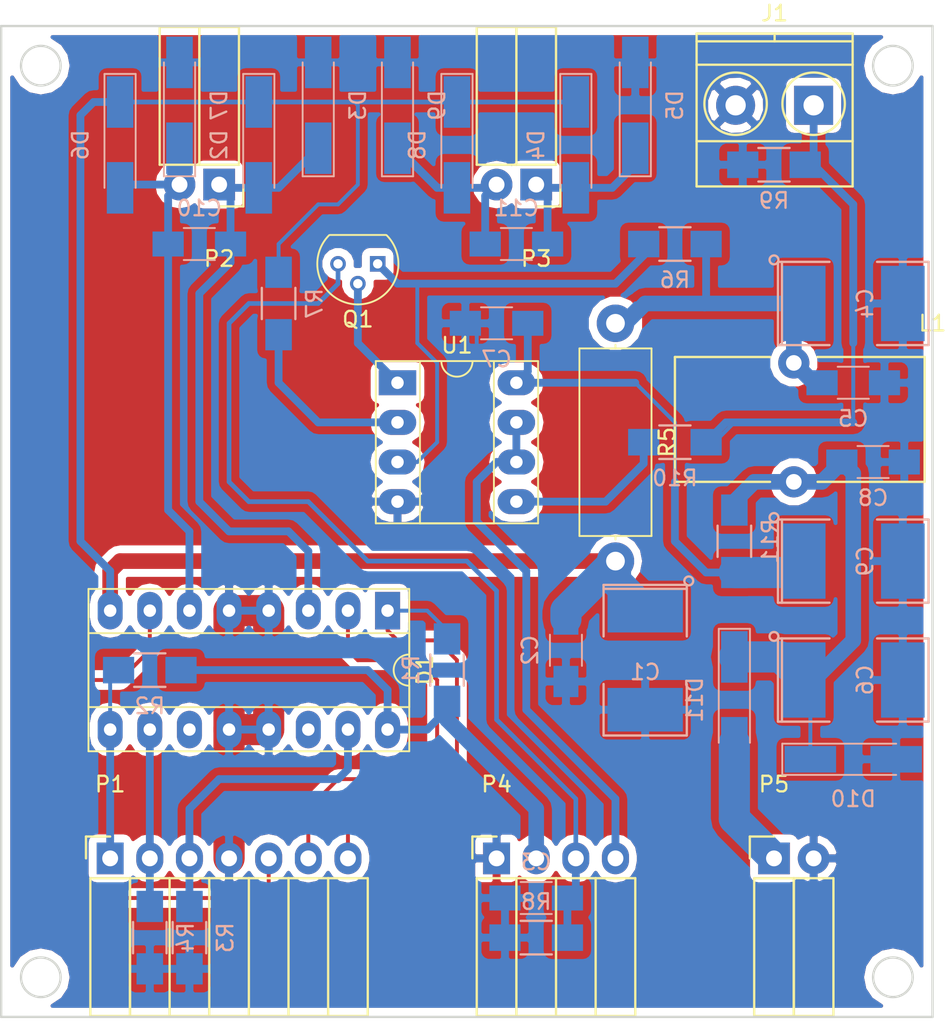
<source format=kicad_pcb>
(kicad_pcb (version 4) (host pcbnew 4.0.5)

  (general
    (links 88)
    (no_connects 3)
    (area 153.594999 73.584999 213.435001 137.235001)
    (thickness 1.6)
    (drawings 8)
    (tracks 254)
    (zones 0)
    (modules 42)
    (nets 25)
  )

  (page A4)
  (layers
    (0 F.Cu signal)
    (31 B.Cu signal)
    (32 B.Adhes user)
    (33 F.Adhes user)
    (34 B.Paste user)
    (35 F.Paste user)
    (36 B.SilkS user)
    (37 F.SilkS user)
    (38 B.Mask user)
    (39 F.Mask user)
    (40 Dwgs.User user)
    (41 Cmts.User user)
    (42 Eco1.User user)
    (43 Eco2.User user)
    (44 Edge.Cuts user)
    (45 Margin user)
    (46 B.CrtYd user)
    (47 F.CrtYd user)
    (48 B.Fab user)
    (49 F.Fab user)
  )

  (setup
    (last_trace_width 0.3)
    (user_trace_width 0.3)
    (user_trace_width 0.5)
    (user_trace_width 1)
    (user_trace_width 2)
    (user_trace_width 3)
    (trace_clearance 0.2)
    (zone_clearance 0.508)
    (zone_45_only no)
    (trace_min 0.2)
    (segment_width 0.2)
    (edge_width 0.15)
    (via_size 0.6)
    (via_drill 0.4)
    (via_min_size 0.4)
    (via_min_drill 0.3)
    (uvia_size 0.3)
    (uvia_drill 0.1)
    (uvias_allowed no)
    (uvia_min_size 0.2)
    (uvia_min_drill 0.1)
    (pcb_text_width 0.3)
    (pcb_text_size 1.5 1.5)
    (mod_edge_width 0.15)
    (mod_text_size 1 1)
    (mod_text_width 0.15)
    (pad_size 1.524 1.524)
    (pad_drill 0.762)
    (pad_to_mask_clearance 0.2)
    (aux_axis_origin 0 0)
    (visible_elements FFFCFF7F)
    (pcbplotparams
      (layerselection 0x00030_80000001)
      (usegerberextensions false)
      (excludeedgelayer true)
      (linewidth 0.100000)
      (plotframeref false)
      (viasonmask false)
      (mode 1)
      (useauxorigin false)
      (hpglpennumber 1)
      (hpglpenspeed 20)
      (hpglpendiameter 15)
      (hpglpenoverlay 2)
      (psnegative false)
      (psa4output false)
      (plotreference true)
      (plotvalue true)
      (plotinvisibletext false)
      (padsonsilk false)
      (subtractmaskfromsilk false)
      (outputformat 1)
      (mirror false)
      (drillshape 1)
      (scaleselection 1)
      (outputdirectory ""))
  )

  (net 0 "")
  (net 1 GND)
  (net 2 /Ai_I_Sense)
  (net 3 /+12Motor)
  (net 4 "Net-(C6-Pad1)")
  (net 5 +12V)
  (net 6 /En1)
  (net 7 /En2)
  (net 8 /A1)
  (net 9 /A2)
  (net 10 /B1)
  (net 11 /B2)
  (net 12 +5V)
  (net 13 "Net-(D11-Pad2)")
  (net 14 "Net-(J1-Pad1)")
  (net 15 /Ai_Ext)
  (net 16 "Net-(Q1-Pad2)")
  (net 17 "Net-(Q1-Pad1)")
  (net 18 "Net-(R7-Pad1)")
  (net 19 "Net-(R10-Pad1)")
  (net 20 "Net-(C10-Pad1)")
  (net 21 "Net-(C10-Pad2)")
  (net 22 "Net-(C11-Pad1)")
  (net 23 "Net-(C11-Pad2)")
  (net 24 /MPower)

  (net_class Default "Это класс цепей по умолчанию."
    (clearance 0.2)
    (trace_width 0.25)
    (via_dia 0.6)
    (via_drill 0.4)
    (uvia_dia 0.3)
    (uvia_drill 0.1)
    (add_net +12V)
    (add_net +5V)
    (add_net /+12Motor)
    (add_net /A1)
    (add_net /A2)
    (add_net /Ai_Ext)
    (add_net /Ai_I_Sense)
    (add_net /B1)
    (add_net /B2)
    (add_net /En1)
    (add_net /En2)
    (add_net /MPower)
    (add_net GND)
    (add_net "Net-(C10-Pad1)")
    (add_net "Net-(C10-Pad2)")
    (add_net "Net-(C11-Pad1)")
    (add_net "Net-(C11-Pad2)")
    (add_net "Net-(C6-Pad1)")
    (add_net "Net-(D11-Pad2)")
    (add_net "Net-(J1-Pad1)")
    (add_net "Net-(Q1-Pad1)")
    (add_net "Net-(Q1-Pad2)")
    (add_net "Net-(R10-Pad1)")
    (add_net "Net-(R7-Pad1)")
  )

  (module SMD_Packages:SMD-2112_Pol placed (layer B.Cu) (tedit 0) (tstamp 58852D4F)
    (at 194.945 114.3 270)
    (path /58881781)
    (attr smd)
    (fp_text reference C1 (at 0.762 0 540) (layer B.SilkS)
      (effects (font (size 1 1) (thickness 0.15)) (justify mirror))
    )
    (fp_text value 47,0 (at -0.889 0 540) (layer B.Fab)
      (effects (font (size 1 1) (thickness 0.15)) (justify mirror))
    )
    (fp_circle (center -5.08 -2.794) (end -4.826 -2.667) (layer B.SilkS) (width 0.15))
    (fp_line (start -4.572 2.667) (end -4.572 -2.667) (layer B.SilkS) (width 0.15))
    (fp_line (start -4.826 2.667) (end -4.826 -2.667) (layer B.SilkS) (width 0.15))
    (fp_line (start -1.524 -2.667) (end -4.826 -2.667) (layer B.SilkS) (width 0.15))
    (fp_line (start -1.524 2.667) (end -4.826 2.667) (layer B.SilkS) (width 0.15))
    (fp_line (start 1.524 2.667) (end 4.826 2.667) (layer B.SilkS) (width 0.15))
    (fp_line (start 4.826 2.667) (end 4.826 -2.667) (layer B.SilkS) (width 0.15))
    (fp_line (start 4.826 -2.667) (end 1.524 -2.667) (layer B.SilkS) (width 0.15))
    (pad 2 smd rect (at 3.175 0 270) (size 2.794 4.826) (layers B.Cu B.Paste B.Mask)
      (net 1 GND))
    (pad 1 smd rect (at -3.175 0 270) (size 2.794 4.826) (layers B.Cu B.Paste B.Mask)
      (net 24 /MPower))
    (model SMD_Packages.3dshapes/SMD-2112_Pol.wrl
      (at (xyz 0 0 0))
      (scale (xyz 0.3 0.4 0.4))
      (rotate (xyz 0 0 0))
    )
  )

  (module Choke_Toroid_ThroughHole:Choke_Toroid_8x16mm_Vertical placed (layer F.Cu) (tedit 0) (tstamp 58852DDB)
    (at 196.85 102.87)
    (descr "Toroid, Coil, Choke,  6,5mm x 13mm, Vertical, Inductor, Drossel, Thruhole,")
    (tags "Toroid, Coil, Choke,  6,5mm x 13mm, Vertical, Inductor, Drossel, Thruhole,")
    (path /5888F223)
    (fp_text reference L1 (at 16.51 -10.16) (layer F.SilkS)
      (effects (font (size 1 1) (thickness 0.15)))
    )
    (fp_text value L_Core_Iron (at 10.16 3.81) (layer F.Fab)
      (effects (font (size 1 1) (thickness 0.15)))
    )
    (fp_line (start 16.002 0) (end 9.144 0) (layer F.SilkS) (width 0.15))
    (fp_line (start 0 0) (end 6.096 0) (layer F.SilkS) (width 0.15))
    (fp_line (start 6.096 -8.001) (end 0 -8.001) (layer F.SilkS) (width 0.15))
    (fp_line (start 16.002 -8.001) (end 9.144 -8.001) (layer F.SilkS) (width 0.15))
    (fp_line (start 16.002 0) (end 16.002 -8.001) (layer F.SilkS) (width 0.15))
    (fp_line (start 0 -8.001) (end 0 0) (layer F.SilkS) (width 0.15))
    (pad 1 thru_hole circle (at 7.62 0) (size 1.99898 1.99898) (drill 1.00076) (layers *.Cu *.Mask)
      (net 4 "Net-(C6-Pad1)"))
    (pad 2 thru_hole circle (at 7.62 -7.62) (size 1.99898 1.99898) (drill 1.00076) (layers *.Cu *.Mask)
      (net 3 /+12Motor))
  )

  (module Capacitors_SMD:C_1206_HandSoldering placed (layer B.Cu) (tedit 541A9C03) (tstamp 58852D55)
    (at 189.865 113.665 270)
    (descr "Capacitor SMD 1206, hand soldering")
    (tags "capacitor 1206")
    (path /58881780)
    (attr smd)
    (fp_text reference C2 (at 0 2.3 270) (layer B.SilkS)
      (effects (font (size 1 1) (thickness 0.15)) (justify mirror))
    )
    (fp_text value 0,1 (at 0 -2.3 270) (layer B.Fab)
      (effects (font (size 1 1) (thickness 0.15)) (justify mirror))
    )
    (fp_line (start -1.6 -0.8) (end -1.6 0.8) (layer B.Fab) (width 0.1))
    (fp_line (start 1.6 -0.8) (end -1.6 -0.8) (layer B.Fab) (width 0.1))
    (fp_line (start 1.6 0.8) (end 1.6 -0.8) (layer B.Fab) (width 0.1))
    (fp_line (start -1.6 0.8) (end 1.6 0.8) (layer B.Fab) (width 0.1))
    (fp_line (start -3.3 1.15) (end 3.3 1.15) (layer B.CrtYd) (width 0.05))
    (fp_line (start -3.3 -1.15) (end 3.3 -1.15) (layer B.CrtYd) (width 0.05))
    (fp_line (start -3.3 1.15) (end -3.3 -1.15) (layer B.CrtYd) (width 0.05))
    (fp_line (start 3.3 1.15) (end 3.3 -1.15) (layer B.CrtYd) (width 0.05))
    (fp_line (start 1 1.025) (end -1 1.025) (layer B.SilkS) (width 0.12))
    (fp_line (start -1 -1.025) (end 1 -1.025) (layer B.SilkS) (width 0.12))
    (pad 1 smd rect (at -2 0 270) (size 2 1.6) (layers B.Cu B.Paste B.Mask)
      (net 24 /MPower))
    (pad 2 smd rect (at 2 0 270) (size 2 1.6) (layers B.Cu B.Paste B.Mask)
      (net 1 GND))
    (model Capacitors_SMD.3dshapes/C_1206_HandSoldering.wrl
      (at (xyz 0 0 0))
      (scale (xyz 1 1 1))
      (rotate (xyz 0 0 0))
    )
  )

  (module Capacitors_SMD:C_1206_HandSoldering placed (layer B.Cu) (tedit 541A9C03) (tstamp 58852D5B)
    (at 187.96 129.54 180)
    (descr "Capacitor SMD 1206, hand soldering")
    (tags "capacitor 1206")
    (path /5888177C)
    (attr smd)
    (fp_text reference C3 (at 0 2.3 180) (layer B.SilkS)
      (effects (font (size 1 1) (thickness 0.15)) (justify mirror))
    )
    (fp_text value 1,0 (at 0 -2.3 180) (layer B.Fab)
      (effects (font (size 1 1) (thickness 0.15)) (justify mirror))
    )
    (fp_line (start -1.6 -0.8) (end -1.6 0.8) (layer B.Fab) (width 0.1))
    (fp_line (start 1.6 -0.8) (end -1.6 -0.8) (layer B.Fab) (width 0.1))
    (fp_line (start 1.6 0.8) (end 1.6 -0.8) (layer B.Fab) (width 0.1))
    (fp_line (start -1.6 0.8) (end 1.6 0.8) (layer B.Fab) (width 0.1))
    (fp_line (start -3.3 1.15) (end 3.3 1.15) (layer B.CrtYd) (width 0.05))
    (fp_line (start -3.3 -1.15) (end 3.3 -1.15) (layer B.CrtYd) (width 0.05))
    (fp_line (start -3.3 1.15) (end -3.3 -1.15) (layer B.CrtYd) (width 0.05))
    (fp_line (start 3.3 1.15) (end 3.3 -1.15) (layer B.CrtYd) (width 0.05))
    (fp_line (start 1 1.025) (end -1 1.025) (layer B.SilkS) (width 0.12))
    (fp_line (start -1 -1.025) (end 1 -1.025) (layer B.SilkS) (width 0.12))
    (pad 1 smd rect (at -2 0 180) (size 2 1.6) (layers B.Cu B.Paste B.Mask)
      (net 2 /Ai_I_Sense))
    (pad 2 smd rect (at 2 0 180) (size 2 1.6) (layers B.Cu B.Paste B.Mask)
      (net 1 GND))
    (model Capacitors_SMD.3dshapes/C_1206_HandSoldering.wrl
      (at (xyz 0 0 0))
      (scale (xyz 1 1 1))
      (rotate (xyz 0 0 0))
    )
  )

  (module SMD_Packages:SMD-2112_Pol placed (layer B.Cu) (tedit 0) (tstamp 58852D61)
    (at 208.28 91.44)
    (path /5888F09D)
    (attr smd)
    (fp_text reference C4 (at 0.762 0 270) (layer B.SilkS)
      (effects (font (size 1 1) (thickness 0.15)) (justify mirror))
    )
    (fp_text value 100,0 (at -0.889 0 270) (layer B.Fab)
      (effects (font (size 1 1) (thickness 0.15)) (justify mirror))
    )
    (fp_circle (center -5.08 -2.794) (end -4.826 -2.667) (layer B.SilkS) (width 0.15))
    (fp_line (start -4.572 2.667) (end -4.572 -2.667) (layer B.SilkS) (width 0.15))
    (fp_line (start -4.826 2.667) (end -4.826 -2.667) (layer B.SilkS) (width 0.15))
    (fp_line (start -1.524 -2.667) (end -4.826 -2.667) (layer B.SilkS) (width 0.15))
    (fp_line (start -1.524 2.667) (end -4.826 2.667) (layer B.SilkS) (width 0.15))
    (fp_line (start 1.524 2.667) (end 4.826 2.667) (layer B.SilkS) (width 0.15))
    (fp_line (start 4.826 2.667) (end 4.826 -2.667) (layer B.SilkS) (width 0.15))
    (fp_line (start 4.826 -2.667) (end 1.524 -2.667) (layer B.SilkS) (width 0.15))
    (pad 2 smd rect (at 3.175 0) (size 2.794 4.826) (layers B.Cu B.Paste B.Mask)
      (net 1 GND))
    (pad 1 smd rect (at -3.175 0) (size 2.794 4.826) (layers B.Cu B.Paste B.Mask)
      (net 3 /+12Motor))
    (model SMD_Packages.3dshapes/SMD-2112_Pol.wrl
      (at (xyz 0 0 0))
      (scale (xyz 0.3 0.4 0.4))
      (rotate (xyz 0 0 0))
    )
  )

  (module Capacitors_SMD:C_1206_HandSoldering placed (layer B.Cu) (tedit 541A9C03) (tstamp 58852D67)
    (at 208.28 96.52)
    (descr "Capacitor SMD 1206, hand soldering")
    (tags "capacitor 1206")
    (path /5888F100)
    (attr smd)
    (fp_text reference C5 (at 0 2.3) (layer B.SilkS)
      (effects (font (size 1 1) (thickness 0.15)) (justify mirror))
    )
    (fp_text value 0,1 (at 0 -2.3) (layer B.Fab)
      (effects (font (size 1 1) (thickness 0.15)) (justify mirror))
    )
    (fp_line (start -1.6 -0.8) (end -1.6 0.8) (layer B.Fab) (width 0.1))
    (fp_line (start 1.6 -0.8) (end -1.6 -0.8) (layer B.Fab) (width 0.1))
    (fp_line (start 1.6 0.8) (end 1.6 -0.8) (layer B.Fab) (width 0.1))
    (fp_line (start -1.6 0.8) (end 1.6 0.8) (layer B.Fab) (width 0.1))
    (fp_line (start -3.3 1.15) (end 3.3 1.15) (layer B.CrtYd) (width 0.05))
    (fp_line (start -3.3 -1.15) (end 3.3 -1.15) (layer B.CrtYd) (width 0.05))
    (fp_line (start -3.3 1.15) (end -3.3 -1.15) (layer B.CrtYd) (width 0.05))
    (fp_line (start 3.3 1.15) (end 3.3 -1.15) (layer B.CrtYd) (width 0.05))
    (fp_line (start 1 1.025) (end -1 1.025) (layer B.SilkS) (width 0.12))
    (fp_line (start -1 -1.025) (end 1 -1.025) (layer B.SilkS) (width 0.12))
    (pad 1 smd rect (at -2 0) (size 2 1.6) (layers B.Cu B.Paste B.Mask)
      (net 3 /+12Motor))
    (pad 2 smd rect (at 2 0) (size 2 1.6) (layers B.Cu B.Paste B.Mask)
      (net 1 GND))
    (model Capacitors_SMD.3dshapes/C_1206_HandSoldering.wrl
      (at (xyz 0 0 0))
      (scale (xyz 1 1 1))
      (rotate (xyz 0 0 0))
    )
  )

  (module SMD_Packages:SMD-2112_Pol placed (layer B.Cu) (tedit 0) (tstamp 58852D6D)
    (at 208.28 115.57)
    (path /5888F161)
    (attr smd)
    (fp_text reference C6 (at 0.762 0 270) (layer B.SilkS)
      (effects (font (size 1 1) (thickness 0.15)) (justify mirror))
    )
    (fp_text value 100,0 (at -0.889 0 270) (layer B.Fab)
      (effects (font (size 1 1) (thickness 0.15)) (justify mirror))
    )
    (fp_circle (center -5.08 -2.794) (end -4.826 -2.667) (layer B.SilkS) (width 0.15))
    (fp_line (start -4.572 2.667) (end -4.572 -2.667) (layer B.SilkS) (width 0.15))
    (fp_line (start -4.826 2.667) (end -4.826 -2.667) (layer B.SilkS) (width 0.15))
    (fp_line (start -1.524 -2.667) (end -4.826 -2.667) (layer B.SilkS) (width 0.15))
    (fp_line (start -1.524 2.667) (end -4.826 2.667) (layer B.SilkS) (width 0.15))
    (fp_line (start 1.524 2.667) (end 4.826 2.667) (layer B.SilkS) (width 0.15))
    (fp_line (start 4.826 2.667) (end 4.826 -2.667) (layer B.SilkS) (width 0.15))
    (fp_line (start 4.826 -2.667) (end 1.524 -2.667) (layer B.SilkS) (width 0.15))
    (pad 2 smd rect (at 3.175 0) (size 2.794 4.826) (layers B.Cu B.Paste B.Mask)
      (net 1 GND))
    (pad 1 smd rect (at -3.175 0) (size 2.794 4.826) (layers B.Cu B.Paste B.Mask)
      (net 4 "Net-(C6-Pad1)"))
    (model SMD_Packages.3dshapes/SMD-2112_Pol.wrl
      (at (xyz 0 0 0))
      (scale (xyz 0.3 0.4 0.4))
      (rotate (xyz 0 0 0))
    )
  )

  (module Capacitors_SMD:C_1206_HandSoldering placed (layer B.Cu) (tedit 541A9C03) (tstamp 58852D73)
    (at 185.42 92.71)
    (descr "Capacitor SMD 1206, hand soldering")
    (tags "capacitor 1206")
    (path /58891915)
    (attr smd)
    (fp_text reference C7 (at 0 2.3) (layer B.SilkS)
      (effects (font (size 1 1) (thickness 0.15)) (justify mirror))
    )
    (fp_text value 0,1 (at 0 -2.3) (layer B.Fab)
      (effects (font (size 1 1) (thickness 0.15)) (justify mirror))
    )
    (fp_line (start -1.6 -0.8) (end -1.6 0.8) (layer B.Fab) (width 0.1))
    (fp_line (start 1.6 -0.8) (end -1.6 -0.8) (layer B.Fab) (width 0.1))
    (fp_line (start 1.6 0.8) (end 1.6 -0.8) (layer B.Fab) (width 0.1))
    (fp_line (start -1.6 0.8) (end 1.6 0.8) (layer B.Fab) (width 0.1))
    (fp_line (start -3.3 1.15) (end 3.3 1.15) (layer B.CrtYd) (width 0.05))
    (fp_line (start -3.3 -1.15) (end 3.3 -1.15) (layer B.CrtYd) (width 0.05))
    (fp_line (start -3.3 1.15) (end -3.3 -1.15) (layer B.CrtYd) (width 0.05))
    (fp_line (start 3.3 1.15) (end 3.3 -1.15) (layer B.CrtYd) (width 0.05))
    (fp_line (start 1 1.025) (end -1 1.025) (layer B.SilkS) (width 0.12))
    (fp_line (start -1 -1.025) (end 1 -1.025) (layer B.SilkS) (width 0.12))
    (pad 1 smd rect (at -2 0) (size 2 1.6) (layers B.Cu B.Paste B.Mask)
      (net 1 GND))
    (pad 2 smd rect (at 2 0) (size 2 1.6) (layers B.Cu B.Paste B.Mask)
      (net 5 +12V))
    (model Capacitors_SMD.3dshapes/C_1206_HandSoldering.wrl
      (at (xyz 0 0 0))
      (scale (xyz 1 1 1))
      (rotate (xyz 0 0 0))
    )
  )

  (module Capacitors_SMD:C_1206_HandSoldering placed (layer B.Cu) (tedit 541A9C03) (tstamp 58852D79)
    (at 209.55 101.6)
    (descr "Capacitor SMD 1206, hand soldering")
    (tags "capacitor 1206")
    (path /5888F1C2)
    (attr smd)
    (fp_text reference C8 (at 0 2.3) (layer B.SilkS)
      (effects (font (size 1 1) (thickness 0.15)) (justify mirror))
    )
    (fp_text value 0,1 (at 0 -2.3) (layer B.Fab)
      (effects (font (size 1 1) (thickness 0.15)) (justify mirror))
    )
    (fp_line (start -1.6 -0.8) (end -1.6 0.8) (layer B.Fab) (width 0.1))
    (fp_line (start 1.6 -0.8) (end -1.6 -0.8) (layer B.Fab) (width 0.1))
    (fp_line (start 1.6 0.8) (end 1.6 -0.8) (layer B.Fab) (width 0.1))
    (fp_line (start -1.6 0.8) (end 1.6 0.8) (layer B.Fab) (width 0.1))
    (fp_line (start -3.3 1.15) (end 3.3 1.15) (layer B.CrtYd) (width 0.05))
    (fp_line (start -3.3 -1.15) (end 3.3 -1.15) (layer B.CrtYd) (width 0.05))
    (fp_line (start -3.3 1.15) (end -3.3 -1.15) (layer B.CrtYd) (width 0.05))
    (fp_line (start 3.3 1.15) (end 3.3 -1.15) (layer B.CrtYd) (width 0.05))
    (fp_line (start 1 1.025) (end -1 1.025) (layer B.SilkS) (width 0.12))
    (fp_line (start -1 -1.025) (end 1 -1.025) (layer B.SilkS) (width 0.12))
    (pad 1 smd rect (at -2 0) (size 2 1.6) (layers B.Cu B.Paste B.Mask)
      (net 4 "Net-(C6-Pad1)"))
    (pad 2 smd rect (at 2 0) (size 2 1.6) (layers B.Cu B.Paste B.Mask)
      (net 1 GND))
    (model Capacitors_SMD.3dshapes/C_1206_HandSoldering.wrl
      (at (xyz 0 0 0))
      (scale (xyz 1 1 1))
      (rotate (xyz 0 0 0))
    )
  )

  (module SMD_Packages:SMD-2112_Pol placed (layer B.Cu) (tedit 0) (tstamp 58852D7F)
    (at 208.28 107.95)
    (path /58891878)
    (attr smd)
    (fp_text reference C9 (at 0.762 0 270) (layer B.SilkS)
      (effects (font (size 1 1) (thickness 0.15)) (justify mirror))
    )
    (fp_text value 47,0 (at -0.889 0 270) (layer B.Fab)
      (effects (font (size 1 1) (thickness 0.15)) (justify mirror))
    )
    (fp_circle (center -5.08 -2.794) (end -4.826 -2.667) (layer B.SilkS) (width 0.15))
    (fp_line (start -4.572 2.667) (end -4.572 -2.667) (layer B.SilkS) (width 0.15))
    (fp_line (start -4.826 2.667) (end -4.826 -2.667) (layer B.SilkS) (width 0.15))
    (fp_line (start -1.524 -2.667) (end -4.826 -2.667) (layer B.SilkS) (width 0.15))
    (fp_line (start -1.524 2.667) (end -4.826 2.667) (layer B.SilkS) (width 0.15))
    (fp_line (start 1.524 2.667) (end 4.826 2.667) (layer B.SilkS) (width 0.15))
    (fp_line (start 4.826 2.667) (end 4.826 -2.667) (layer B.SilkS) (width 0.15))
    (fp_line (start 4.826 -2.667) (end 1.524 -2.667) (layer B.SilkS) (width 0.15))
    (pad 2 smd rect (at 3.175 0) (size 2.794 4.826) (layers B.Cu B.Paste B.Mask)
      (net 1 GND))
    (pad 1 smd rect (at -3.175 0) (size 2.794 4.826) (layers B.Cu B.Paste B.Mask)
      (net 5 +12V))
    (model SMD_Packages.3dshapes/SMD-2112_Pol.wrl
      (at (xyz 0 0 0))
      (scale (xyz 0.3 0.4 0.4))
      (rotate (xyz 0 0 0))
    )
  )

  (module Housings_DIP:DIP-16_W7.62mm_Socket_LongPads placed (layer F.Cu) (tedit 586281B5) (tstamp 58852D93)
    (at 178.435 111.125 270)
    (descr "16-lead dip package, row spacing 7.62 mm (300 mils), Socket, LongPads")
    (tags "DIL DIP PDIP 2.54mm 7.62mm 300mil Socket LongPads")
    (path /5888170D)
    (fp_text reference D1 (at 3.81 -2.39 270) (layer F.SilkS)
      (effects (font (size 1 1) (thickness 0.15)))
    )
    (fp_text value L293D (at 3.81 20.17 270) (layer F.Fab)
      (effects (font (size 1 1) (thickness 0.15)))
    )
    (fp_arc (start 3.81 -1.39) (end 2.81 -1.39) (angle -180) (layer F.SilkS) (width 0.12))
    (fp_line (start 1.635 -1.27) (end 6.985 -1.27) (layer F.Fab) (width 0.1))
    (fp_line (start 6.985 -1.27) (end 6.985 19.05) (layer F.Fab) (width 0.1))
    (fp_line (start 6.985 19.05) (end 0.635 19.05) (layer F.Fab) (width 0.1))
    (fp_line (start 0.635 19.05) (end 0.635 -0.27) (layer F.Fab) (width 0.1))
    (fp_line (start 0.635 -0.27) (end 1.635 -1.27) (layer F.Fab) (width 0.1))
    (fp_line (start -1.27 -1.27) (end -1.27 19.05) (layer F.Fab) (width 0.1))
    (fp_line (start -1.27 19.05) (end 8.89 19.05) (layer F.Fab) (width 0.1))
    (fp_line (start 8.89 19.05) (end 8.89 -1.27) (layer F.Fab) (width 0.1))
    (fp_line (start 8.89 -1.27) (end -1.27 -1.27) (layer F.Fab) (width 0.1))
    (fp_line (start 2.81 -1.39) (end 1.44 -1.39) (layer F.SilkS) (width 0.12))
    (fp_line (start 1.44 -1.39) (end 1.44 19.17) (layer F.SilkS) (width 0.12))
    (fp_line (start 1.44 19.17) (end 6.18 19.17) (layer F.SilkS) (width 0.12))
    (fp_line (start 6.18 19.17) (end 6.18 -1.39) (layer F.SilkS) (width 0.12))
    (fp_line (start 6.18 -1.39) (end 4.81 -1.39) (layer F.SilkS) (width 0.12))
    (fp_line (start -1.39 -1.39) (end -1.39 19.17) (layer F.SilkS) (width 0.12))
    (fp_line (start -1.39 19.17) (end 9.01 19.17) (layer F.SilkS) (width 0.12))
    (fp_line (start 9.01 19.17) (end 9.01 -1.39) (layer F.SilkS) (width 0.12))
    (fp_line (start 9.01 -1.39) (end -1.39 -1.39) (layer F.SilkS) (width 0.12))
    (fp_line (start -1.7 -1.7) (end -1.7 19.5) (layer F.CrtYd) (width 0.05))
    (fp_line (start -1.7 19.5) (end 9.3 19.5) (layer F.CrtYd) (width 0.05))
    (fp_line (start 9.3 19.5) (end 9.3 -1.7) (layer F.CrtYd) (width 0.05))
    (fp_line (start 9.3 -1.7) (end -1.7 -1.7) (layer F.CrtYd) (width 0.05))
    (pad 1 thru_hole rect (at 0 0 270) (size 2.4 1.6) (drill 0.8) (layers *.Cu *.Mask)
      (net 6 /En1))
    (pad 9 thru_hole oval (at 7.62 17.78 270) (size 2.4 1.6) (drill 0.8) (layers *.Cu *.Mask)
      (net 7 /En2))
    (pad 2 thru_hole oval (at 0 2.54 270) (size 2.4 1.6) (drill 0.8) (layers *.Cu *.Mask)
      (net 8 /A1))
    (pad 10 thru_hole oval (at 7.62 15.24 270) (size 2.4 1.6) (drill 0.8) (layers *.Cu *.Mask)
      (net 9 /A2))
    (pad 3 thru_hole oval (at 0 5.08 270) (size 2.4 1.6) (drill 0.8) (layers *.Cu *.Mask)
      (net 20 "Net-(C10-Pad1)"))
    (pad 11 thru_hole oval (at 7.62 12.7 270) (size 2.4 1.6) (drill 0.8) (layers *.Cu *.Mask)
      (net 22 "Net-(C11-Pad1)"))
    (pad 4 thru_hole oval (at 0 7.62 270) (size 2.4 1.6) (drill 0.8) (layers *.Cu *.Mask)
      (net 1 GND))
    (pad 12 thru_hole oval (at 7.62 10.16 270) (size 2.4 1.6) (drill 0.8) (layers *.Cu *.Mask)
      (net 1 GND))
    (pad 5 thru_hole oval (at 0 10.16 270) (size 2.4 1.6) (drill 0.8) (layers *.Cu *.Mask)
      (net 1 GND))
    (pad 13 thru_hole oval (at 7.62 7.62 270) (size 2.4 1.6) (drill 0.8) (layers *.Cu *.Mask)
      (net 1 GND))
    (pad 6 thru_hole oval (at 0 12.7 270) (size 2.4 1.6) (drill 0.8) (layers *.Cu *.Mask)
      (net 21 "Net-(C10-Pad2)"))
    (pad 14 thru_hole oval (at 7.62 5.08 270) (size 2.4 1.6) (drill 0.8) (layers *.Cu *.Mask)
      (net 23 "Net-(C11-Pad2)"))
    (pad 7 thru_hole oval (at 0 15.24 270) (size 2.4 1.6) (drill 0.8) (layers *.Cu *.Mask)
      (net 10 /B1))
    (pad 15 thru_hole oval (at 7.62 2.54 270) (size 2.4 1.6) (drill 0.8) (layers *.Cu *.Mask)
      (net 11 /B2))
    (pad 8 thru_hole oval (at 0 17.78 270) (size 2.4 1.6) (drill 0.8) (layers *.Cu *.Mask)
      (net 24 /MPower))
    (pad 16 thru_hole oval (at 7.62 0 270) (size 2.4 1.6) (drill 0.8) (layers *.Cu *.Mask)
      (net 12 +5V))
    (model Housings_DIP.3dshapes/DIP-16_W7.62mm_Socket_LongPads.wrl
      (at (xyz 0 0 0))
      (scale (xyz 1 1 1))
      (rotate (xyz 0 0 0))
    )
  )

  (module Diodes_SMD:D_MiniMELF_Handsoldering placed (layer B.Cu) (tedit 586459CA) (tstamp 58852D99)
    (at 170.18 81.28 270)
    (descr "Diode Mini-MELF Handsoldering")
    (tags "Diode Mini-MELF Handsoldering")
    (path /5888175C)
    (attr smd)
    (fp_text reference D2 (at 0 2.54 270) (layer B.SilkS)
      (effects (font (size 1 1) (thickness 0.15)) (justify mirror))
    )
    (fp_text value D (at 0 -3.81 270) (layer B.Fab)
      (effects (font (size 1 1) (thickness 0.15)) (justify mirror))
    )
    (fp_line (start 2.75 1) (end -4.55 1) (layer B.SilkS) (width 0.12))
    (fp_line (start -4.55 1) (end -4.55 -1) (layer B.SilkS) (width 0.12))
    (fp_line (start -4.55 -1) (end 2.75 -1) (layer B.SilkS) (width 0.12))
    (fp_line (start 1.65 0.8) (end 1.65 -0.8) (layer B.Fab) (width 0.1))
    (fp_line (start 1.65 -0.8) (end -1.65 -0.8) (layer B.Fab) (width 0.1))
    (fp_line (start -1.65 -0.8) (end -1.65 0.8) (layer B.Fab) (width 0.1))
    (fp_line (start -1.65 0.8) (end 1.65 0.8) (layer B.Fab) (width 0.1))
    (fp_line (start 0.25 0) (end 0.75 0) (layer B.Fab) (width 0.1))
    (fp_line (start 0.25 -0.4) (end -0.35 0) (layer B.Fab) (width 0.1))
    (fp_line (start 0.25 0.4) (end 0.25 -0.4) (layer B.Fab) (width 0.1))
    (fp_line (start -0.35 0) (end 0.25 0.4) (layer B.Fab) (width 0.1))
    (fp_line (start -0.35 0) (end -0.35 -0.55) (layer B.Fab) (width 0.1))
    (fp_line (start -0.35 0) (end -0.35 0.55) (layer B.Fab) (width 0.1))
    (fp_line (start -0.75 0) (end -0.35 0) (layer B.Fab) (width 0.1))
    (fp_line (start -4.65 1.1) (end 4.65 1.1) (layer B.CrtYd) (width 0.05))
    (fp_line (start 4.65 1.1) (end 4.65 -1.1) (layer B.CrtYd) (width 0.05))
    (fp_line (start 4.65 -1.1) (end -4.65 -1.1) (layer B.CrtYd) (width 0.05))
    (fp_line (start -4.65 -1.1) (end -4.65 1.1) (layer B.CrtYd) (width 0.05))
    (pad 1 smd rect (at -2.75 0 270) (size 3.3 1.7) (layers B.Cu B.Paste B.Mask)
      (net 24 /MPower))
    (pad 2 smd rect (at 2.75 0 270) (size 3.3 1.7) (layers B.Cu B.Paste B.Mask)
      (net 20 "Net-(C10-Pad1)"))
    (model Diodes_SMD.3dshapes/D_MiniMELF_Handsoldering.wrl
      (at (xyz 0 0 0))
      (scale (xyz 0.3937 0.3937 0.3937))
      (rotate (xyz 0 0 180))
    )
  )

  (module Diodes_SMD:D_MiniMELF_Handsoldering placed (layer B.Cu) (tedit 586459CA) (tstamp 58852D9F)
    (at 173.99 78.74 90)
    (descr "Diode Mini-MELF Handsoldering")
    (tags "Diode Mini-MELF Handsoldering")
    (path /5888175B)
    (attr smd)
    (fp_text reference D3 (at 0 2.54 90) (layer B.SilkS)
      (effects (font (size 1 1) (thickness 0.15)) (justify mirror))
    )
    (fp_text value D (at 0 -3.81 90) (layer B.Fab)
      (effects (font (size 1 1) (thickness 0.15)) (justify mirror))
    )
    (fp_line (start 2.75 1) (end -4.55 1) (layer B.SilkS) (width 0.12))
    (fp_line (start -4.55 1) (end -4.55 -1) (layer B.SilkS) (width 0.12))
    (fp_line (start -4.55 -1) (end 2.75 -1) (layer B.SilkS) (width 0.12))
    (fp_line (start 1.65 0.8) (end 1.65 -0.8) (layer B.Fab) (width 0.1))
    (fp_line (start 1.65 -0.8) (end -1.65 -0.8) (layer B.Fab) (width 0.1))
    (fp_line (start -1.65 -0.8) (end -1.65 0.8) (layer B.Fab) (width 0.1))
    (fp_line (start -1.65 0.8) (end 1.65 0.8) (layer B.Fab) (width 0.1))
    (fp_line (start 0.25 0) (end 0.75 0) (layer B.Fab) (width 0.1))
    (fp_line (start 0.25 -0.4) (end -0.35 0) (layer B.Fab) (width 0.1))
    (fp_line (start 0.25 0.4) (end 0.25 -0.4) (layer B.Fab) (width 0.1))
    (fp_line (start -0.35 0) (end 0.25 0.4) (layer B.Fab) (width 0.1))
    (fp_line (start -0.35 0) (end -0.35 -0.55) (layer B.Fab) (width 0.1))
    (fp_line (start -0.35 0) (end -0.35 0.55) (layer B.Fab) (width 0.1))
    (fp_line (start -0.75 0) (end -0.35 0) (layer B.Fab) (width 0.1))
    (fp_line (start -4.65 1.1) (end 4.65 1.1) (layer B.CrtYd) (width 0.05))
    (fp_line (start 4.65 1.1) (end 4.65 -1.1) (layer B.CrtYd) (width 0.05))
    (fp_line (start 4.65 -1.1) (end -4.65 -1.1) (layer B.CrtYd) (width 0.05))
    (fp_line (start -4.65 -1.1) (end -4.65 1.1) (layer B.CrtYd) (width 0.05))
    (pad 1 smd rect (at -2.75 0 90) (size 3.3 1.7) (layers B.Cu B.Paste B.Mask)
      (net 20 "Net-(C10-Pad1)"))
    (pad 2 smd rect (at 2.75 0 90) (size 3.3 1.7) (layers B.Cu B.Paste B.Mask)
      (net 1 GND))
    (model Diodes_SMD.3dshapes/D_MiniMELF_Handsoldering.wrl
      (at (xyz 0 0 0))
      (scale (xyz 0.3937 0.3937 0.3937))
      (rotate (xyz 0 0 180))
    )
  )

  (module Diodes_SMD:D_MiniMELF_Handsoldering placed (layer B.Cu) (tedit 586459CA) (tstamp 58852DA5)
    (at 190.5 81.28 270)
    (descr "Diode Mini-MELF Handsoldering")
    (tags "Diode Mini-MELF Handsoldering")
    (path /588896A9)
    (attr smd)
    (fp_text reference D4 (at 0 2.54 270) (layer B.SilkS)
      (effects (font (size 1 1) (thickness 0.15)) (justify mirror))
    )
    (fp_text value D (at 0 -3.81 270) (layer B.Fab)
      (effects (font (size 1 1) (thickness 0.15)) (justify mirror))
    )
    (fp_line (start 2.75 1) (end -4.55 1) (layer B.SilkS) (width 0.12))
    (fp_line (start -4.55 1) (end -4.55 -1) (layer B.SilkS) (width 0.12))
    (fp_line (start -4.55 -1) (end 2.75 -1) (layer B.SilkS) (width 0.12))
    (fp_line (start 1.65 0.8) (end 1.65 -0.8) (layer B.Fab) (width 0.1))
    (fp_line (start 1.65 -0.8) (end -1.65 -0.8) (layer B.Fab) (width 0.1))
    (fp_line (start -1.65 -0.8) (end -1.65 0.8) (layer B.Fab) (width 0.1))
    (fp_line (start -1.65 0.8) (end 1.65 0.8) (layer B.Fab) (width 0.1))
    (fp_line (start 0.25 0) (end 0.75 0) (layer B.Fab) (width 0.1))
    (fp_line (start 0.25 -0.4) (end -0.35 0) (layer B.Fab) (width 0.1))
    (fp_line (start 0.25 0.4) (end 0.25 -0.4) (layer B.Fab) (width 0.1))
    (fp_line (start -0.35 0) (end 0.25 0.4) (layer B.Fab) (width 0.1))
    (fp_line (start -0.35 0) (end -0.35 -0.55) (layer B.Fab) (width 0.1))
    (fp_line (start -0.35 0) (end -0.35 0.55) (layer B.Fab) (width 0.1))
    (fp_line (start -0.75 0) (end -0.35 0) (layer B.Fab) (width 0.1))
    (fp_line (start -4.65 1.1) (end 4.65 1.1) (layer B.CrtYd) (width 0.05))
    (fp_line (start 4.65 1.1) (end 4.65 -1.1) (layer B.CrtYd) (width 0.05))
    (fp_line (start 4.65 -1.1) (end -4.65 -1.1) (layer B.CrtYd) (width 0.05))
    (fp_line (start -4.65 -1.1) (end -4.65 1.1) (layer B.CrtYd) (width 0.05))
    (pad 1 smd rect (at -2.75 0 270) (size 3.3 1.7) (layers B.Cu B.Paste B.Mask)
      (net 24 /MPower))
    (pad 2 smd rect (at 2.75 0 270) (size 3.3 1.7) (layers B.Cu B.Paste B.Mask)
      (net 22 "Net-(C11-Pad1)"))
    (model Diodes_SMD.3dshapes/D_MiniMELF_Handsoldering.wrl
      (at (xyz 0 0 0))
      (scale (xyz 0.3937 0.3937 0.3937))
      (rotate (xyz 0 0 180))
    )
  )

  (module Diodes_SMD:D_MiniMELF_Handsoldering placed (layer B.Cu) (tedit 586459CA) (tstamp 58852DAB)
    (at 194.31 78.74 90)
    (descr "Diode Mini-MELF Handsoldering")
    (tags "Diode Mini-MELF Handsoldering")
    (path /588896A3)
    (attr smd)
    (fp_text reference D5 (at 0 2.54 90) (layer B.SilkS)
      (effects (font (size 1 1) (thickness 0.15)) (justify mirror))
    )
    (fp_text value D (at 0 -3.81 90) (layer B.Fab)
      (effects (font (size 1 1) (thickness 0.15)) (justify mirror))
    )
    (fp_line (start 2.75 1) (end -4.55 1) (layer B.SilkS) (width 0.12))
    (fp_line (start -4.55 1) (end -4.55 -1) (layer B.SilkS) (width 0.12))
    (fp_line (start -4.55 -1) (end 2.75 -1) (layer B.SilkS) (width 0.12))
    (fp_line (start 1.65 0.8) (end 1.65 -0.8) (layer B.Fab) (width 0.1))
    (fp_line (start 1.65 -0.8) (end -1.65 -0.8) (layer B.Fab) (width 0.1))
    (fp_line (start -1.65 -0.8) (end -1.65 0.8) (layer B.Fab) (width 0.1))
    (fp_line (start -1.65 0.8) (end 1.65 0.8) (layer B.Fab) (width 0.1))
    (fp_line (start 0.25 0) (end 0.75 0) (layer B.Fab) (width 0.1))
    (fp_line (start 0.25 -0.4) (end -0.35 0) (layer B.Fab) (width 0.1))
    (fp_line (start 0.25 0.4) (end 0.25 -0.4) (layer B.Fab) (width 0.1))
    (fp_line (start -0.35 0) (end 0.25 0.4) (layer B.Fab) (width 0.1))
    (fp_line (start -0.35 0) (end -0.35 -0.55) (layer B.Fab) (width 0.1))
    (fp_line (start -0.35 0) (end -0.35 0.55) (layer B.Fab) (width 0.1))
    (fp_line (start -0.75 0) (end -0.35 0) (layer B.Fab) (width 0.1))
    (fp_line (start -4.65 1.1) (end 4.65 1.1) (layer B.CrtYd) (width 0.05))
    (fp_line (start 4.65 1.1) (end 4.65 -1.1) (layer B.CrtYd) (width 0.05))
    (fp_line (start 4.65 -1.1) (end -4.65 -1.1) (layer B.CrtYd) (width 0.05))
    (fp_line (start -4.65 -1.1) (end -4.65 1.1) (layer B.CrtYd) (width 0.05))
    (pad 1 smd rect (at -2.75 0 90) (size 3.3 1.7) (layers B.Cu B.Paste B.Mask)
      (net 22 "Net-(C11-Pad1)"))
    (pad 2 smd rect (at 2.75 0 90) (size 3.3 1.7) (layers B.Cu B.Paste B.Mask)
      (net 1 GND))
    (model Diodes_SMD.3dshapes/D_MiniMELF_Handsoldering.wrl
      (at (xyz 0 0 0))
      (scale (xyz 0.3937 0.3937 0.3937))
      (rotate (xyz 0 0 180))
    )
  )

  (module Diodes_SMD:D_MiniMELF_Handsoldering placed (layer B.Cu) (tedit 586459CA) (tstamp 58852DB1)
    (at 161.29 81.28 270)
    (descr "Diode Mini-MELF Handsoldering")
    (tags "Diode Mini-MELF Handsoldering")
    (path /5888175D)
    (attr smd)
    (fp_text reference D6 (at 0 2.54 270) (layer B.SilkS)
      (effects (font (size 1 1) (thickness 0.15)) (justify mirror))
    )
    (fp_text value D (at 0 -3.81 270) (layer B.Fab)
      (effects (font (size 1 1) (thickness 0.15)) (justify mirror))
    )
    (fp_line (start 2.75 1) (end -4.55 1) (layer B.SilkS) (width 0.12))
    (fp_line (start -4.55 1) (end -4.55 -1) (layer B.SilkS) (width 0.12))
    (fp_line (start -4.55 -1) (end 2.75 -1) (layer B.SilkS) (width 0.12))
    (fp_line (start 1.65 0.8) (end 1.65 -0.8) (layer B.Fab) (width 0.1))
    (fp_line (start 1.65 -0.8) (end -1.65 -0.8) (layer B.Fab) (width 0.1))
    (fp_line (start -1.65 -0.8) (end -1.65 0.8) (layer B.Fab) (width 0.1))
    (fp_line (start -1.65 0.8) (end 1.65 0.8) (layer B.Fab) (width 0.1))
    (fp_line (start 0.25 0) (end 0.75 0) (layer B.Fab) (width 0.1))
    (fp_line (start 0.25 -0.4) (end -0.35 0) (layer B.Fab) (width 0.1))
    (fp_line (start 0.25 0.4) (end 0.25 -0.4) (layer B.Fab) (width 0.1))
    (fp_line (start -0.35 0) (end 0.25 0.4) (layer B.Fab) (width 0.1))
    (fp_line (start -0.35 0) (end -0.35 -0.55) (layer B.Fab) (width 0.1))
    (fp_line (start -0.35 0) (end -0.35 0.55) (layer B.Fab) (width 0.1))
    (fp_line (start -0.75 0) (end -0.35 0) (layer B.Fab) (width 0.1))
    (fp_line (start -4.65 1.1) (end 4.65 1.1) (layer B.CrtYd) (width 0.05))
    (fp_line (start 4.65 1.1) (end 4.65 -1.1) (layer B.CrtYd) (width 0.05))
    (fp_line (start 4.65 -1.1) (end -4.65 -1.1) (layer B.CrtYd) (width 0.05))
    (fp_line (start -4.65 -1.1) (end -4.65 1.1) (layer B.CrtYd) (width 0.05))
    (pad 1 smd rect (at -2.75 0 270) (size 3.3 1.7) (layers B.Cu B.Paste B.Mask)
      (net 24 /MPower))
    (pad 2 smd rect (at 2.75 0 270) (size 3.3 1.7) (layers B.Cu B.Paste B.Mask)
      (net 21 "Net-(C10-Pad2)"))
    (model Diodes_SMD.3dshapes/D_MiniMELF_Handsoldering.wrl
      (at (xyz 0 0 0))
      (scale (xyz 0.3937 0.3937 0.3937))
      (rotate (xyz 0 0 180))
    )
  )

  (module Diodes_SMD:D_MiniMELF_Handsoldering placed (layer B.Cu) (tedit 586459CA) (tstamp 58852DB7)
    (at 165.1 78.74 90)
    (descr "Diode Mini-MELF Handsoldering")
    (tags "Diode Mini-MELF Handsoldering")
    (path /5888175A)
    (attr smd)
    (fp_text reference D7 (at 0 2.54 90) (layer B.SilkS)
      (effects (font (size 1 1) (thickness 0.15)) (justify mirror))
    )
    (fp_text value D (at 0 -3.81 90) (layer B.Fab)
      (effects (font (size 1 1) (thickness 0.15)) (justify mirror))
    )
    (fp_line (start 2.75 1) (end -4.55 1) (layer B.SilkS) (width 0.12))
    (fp_line (start -4.55 1) (end -4.55 -1) (layer B.SilkS) (width 0.12))
    (fp_line (start -4.55 -1) (end 2.75 -1) (layer B.SilkS) (width 0.12))
    (fp_line (start 1.65 0.8) (end 1.65 -0.8) (layer B.Fab) (width 0.1))
    (fp_line (start 1.65 -0.8) (end -1.65 -0.8) (layer B.Fab) (width 0.1))
    (fp_line (start -1.65 -0.8) (end -1.65 0.8) (layer B.Fab) (width 0.1))
    (fp_line (start -1.65 0.8) (end 1.65 0.8) (layer B.Fab) (width 0.1))
    (fp_line (start 0.25 0) (end 0.75 0) (layer B.Fab) (width 0.1))
    (fp_line (start 0.25 -0.4) (end -0.35 0) (layer B.Fab) (width 0.1))
    (fp_line (start 0.25 0.4) (end 0.25 -0.4) (layer B.Fab) (width 0.1))
    (fp_line (start -0.35 0) (end 0.25 0.4) (layer B.Fab) (width 0.1))
    (fp_line (start -0.35 0) (end -0.35 -0.55) (layer B.Fab) (width 0.1))
    (fp_line (start -0.35 0) (end -0.35 0.55) (layer B.Fab) (width 0.1))
    (fp_line (start -0.75 0) (end -0.35 0) (layer B.Fab) (width 0.1))
    (fp_line (start -4.65 1.1) (end 4.65 1.1) (layer B.CrtYd) (width 0.05))
    (fp_line (start 4.65 1.1) (end 4.65 -1.1) (layer B.CrtYd) (width 0.05))
    (fp_line (start 4.65 -1.1) (end -4.65 -1.1) (layer B.CrtYd) (width 0.05))
    (fp_line (start -4.65 -1.1) (end -4.65 1.1) (layer B.CrtYd) (width 0.05))
    (pad 1 smd rect (at -2.75 0 90) (size 3.3 1.7) (layers B.Cu B.Paste B.Mask)
      (net 21 "Net-(C10-Pad2)"))
    (pad 2 smd rect (at 2.75 0 90) (size 3.3 1.7) (layers B.Cu B.Paste B.Mask)
      (net 1 GND))
    (model Diodes_SMD.3dshapes/D_MiniMELF_Handsoldering.wrl
      (at (xyz 0 0 0))
      (scale (xyz 0.3937 0.3937 0.3937))
      (rotate (xyz 0 0 180))
    )
  )

  (module Diodes_SMD:D_MiniMELF_Handsoldering placed (layer B.Cu) (tedit 586459CA) (tstamp 58852DBD)
    (at 182.88 81.28 270)
    (descr "Diode Mini-MELF Handsoldering")
    (tags "Diode Mini-MELF Handsoldering")
    (path /588896AF)
    (attr smd)
    (fp_text reference D8 (at 0 2.54 270) (layer B.SilkS)
      (effects (font (size 1 1) (thickness 0.15)) (justify mirror))
    )
    (fp_text value D (at 0 -3.81 270) (layer B.Fab)
      (effects (font (size 1 1) (thickness 0.15)) (justify mirror))
    )
    (fp_line (start 2.75 1) (end -4.55 1) (layer B.SilkS) (width 0.12))
    (fp_line (start -4.55 1) (end -4.55 -1) (layer B.SilkS) (width 0.12))
    (fp_line (start -4.55 -1) (end 2.75 -1) (layer B.SilkS) (width 0.12))
    (fp_line (start 1.65 0.8) (end 1.65 -0.8) (layer B.Fab) (width 0.1))
    (fp_line (start 1.65 -0.8) (end -1.65 -0.8) (layer B.Fab) (width 0.1))
    (fp_line (start -1.65 -0.8) (end -1.65 0.8) (layer B.Fab) (width 0.1))
    (fp_line (start -1.65 0.8) (end 1.65 0.8) (layer B.Fab) (width 0.1))
    (fp_line (start 0.25 0) (end 0.75 0) (layer B.Fab) (width 0.1))
    (fp_line (start 0.25 -0.4) (end -0.35 0) (layer B.Fab) (width 0.1))
    (fp_line (start 0.25 0.4) (end 0.25 -0.4) (layer B.Fab) (width 0.1))
    (fp_line (start -0.35 0) (end 0.25 0.4) (layer B.Fab) (width 0.1))
    (fp_line (start -0.35 0) (end -0.35 -0.55) (layer B.Fab) (width 0.1))
    (fp_line (start -0.35 0) (end -0.35 0.55) (layer B.Fab) (width 0.1))
    (fp_line (start -0.75 0) (end -0.35 0) (layer B.Fab) (width 0.1))
    (fp_line (start -4.65 1.1) (end 4.65 1.1) (layer B.CrtYd) (width 0.05))
    (fp_line (start 4.65 1.1) (end 4.65 -1.1) (layer B.CrtYd) (width 0.05))
    (fp_line (start 4.65 -1.1) (end -4.65 -1.1) (layer B.CrtYd) (width 0.05))
    (fp_line (start -4.65 -1.1) (end -4.65 1.1) (layer B.CrtYd) (width 0.05))
    (pad 1 smd rect (at -2.75 0 270) (size 3.3 1.7) (layers B.Cu B.Paste B.Mask)
      (net 24 /MPower))
    (pad 2 smd rect (at 2.75 0 270) (size 3.3 1.7) (layers B.Cu B.Paste B.Mask)
      (net 23 "Net-(C11-Pad2)"))
    (model Diodes_SMD.3dshapes/D_MiniMELF_Handsoldering.wrl
      (at (xyz 0 0 0))
      (scale (xyz 0.3937 0.3937 0.3937))
      (rotate (xyz 0 0 180))
    )
  )

  (module Diodes_SMD:D_MiniMELF_Handsoldering placed (layer B.Cu) (tedit 586459CA) (tstamp 58852DC3)
    (at 179.07 78.74 90)
    (descr "Diode Mini-MELF Handsoldering")
    (tags "Diode Mini-MELF Handsoldering")
    (path /5888969D)
    (attr smd)
    (fp_text reference D9 (at 0 2.54 90) (layer B.SilkS)
      (effects (font (size 1 1) (thickness 0.15)) (justify mirror))
    )
    (fp_text value D (at 0 -3.81 90) (layer B.Fab)
      (effects (font (size 1 1) (thickness 0.15)) (justify mirror))
    )
    (fp_line (start 2.75 1) (end -4.55 1) (layer B.SilkS) (width 0.12))
    (fp_line (start -4.55 1) (end -4.55 -1) (layer B.SilkS) (width 0.12))
    (fp_line (start -4.55 -1) (end 2.75 -1) (layer B.SilkS) (width 0.12))
    (fp_line (start 1.65 0.8) (end 1.65 -0.8) (layer B.Fab) (width 0.1))
    (fp_line (start 1.65 -0.8) (end -1.65 -0.8) (layer B.Fab) (width 0.1))
    (fp_line (start -1.65 -0.8) (end -1.65 0.8) (layer B.Fab) (width 0.1))
    (fp_line (start -1.65 0.8) (end 1.65 0.8) (layer B.Fab) (width 0.1))
    (fp_line (start 0.25 0) (end 0.75 0) (layer B.Fab) (width 0.1))
    (fp_line (start 0.25 -0.4) (end -0.35 0) (layer B.Fab) (width 0.1))
    (fp_line (start 0.25 0.4) (end 0.25 -0.4) (layer B.Fab) (width 0.1))
    (fp_line (start -0.35 0) (end 0.25 0.4) (layer B.Fab) (width 0.1))
    (fp_line (start -0.35 0) (end -0.35 -0.55) (layer B.Fab) (width 0.1))
    (fp_line (start -0.35 0) (end -0.35 0.55) (layer B.Fab) (width 0.1))
    (fp_line (start -0.75 0) (end -0.35 0) (layer B.Fab) (width 0.1))
    (fp_line (start -4.65 1.1) (end 4.65 1.1) (layer B.CrtYd) (width 0.05))
    (fp_line (start 4.65 1.1) (end 4.65 -1.1) (layer B.CrtYd) (width 0.05))
    (fp_line (start 4.65 -1.1) (end -4.65 -1.1) (layer B.CrtYd) (width 0.05))
    (fp_line (start -4.65 -1.1) (end -4.65 1.1) (layer B.CrtYd) (width 0.05))
    (pad 1 smd rect (at -2.75 0 90) (size 3.3 1.7) (layers B.Cu B.Paste B.Mask)
      (net 23 "Net-(C11-Pad2)"))
    (pad 2 smd rect (at 2.75 0 90) (size 3.3 1.7) (layers B.Cu B.Paste B.Mask)
      (net 1 GND))
    (model Diodes_SMD.3dshapes/D_MiniMELF_Handsoldering.wrl
      (at (xyz 0 0 0))
      (scale (xyz 0.3937 0.3937 0.3937))
      (rotate (xyz 0 0 180))
    )
  )

  (module Diodes_SMD:D_MiniMELF_Handsoldering placed (layer B.Cu) (tedit 586459CA) (tstamp 58852DC9)
    (at 208.28 120.65)
    (descr "Diode Mini-MELF Handsoldering")
    (tags "Diode Mini-MELF Handsoldering")
    (path /5888F65F)
    (attr smd)
    (fp_text reference D10 (at 0 2.54) (layer B.SilkS)
      (effects (font (size 1 1) (thickness 0.15)) (justify mirror))
    )
    (fp_text value D (at 0 -3.81) (layer B.Fab)
      (effects (font (size 1 1) (thickness 0.15)) (justify mirror))
    )
    (fp_line (start 2.75 1) (end -4.55 1) (layer B.SilkS) (width 0.12))
    (fp_line (start -4.55 1) (end -4.55 -1) (layer B.SilkS) (width 0.12))
    (fp_line (start -4.55 -1) (end 2.75 -1) (layer B.SilkS) (width 0.12))
    (fp_line (start 1.65 0.8) (end 1.65 -0.8) (layer B.Fab) (width 0.1))
    (fp_line (start 1.65 -0.8) (end -1.65 -0.8) (layer B.Fab) (width 0.1))
    (fp_line (start -1.65 -0.8) (end -1.65 0.8) (layer B.Fab) (width 0.1))
    (fp_line (start -1.65 0.8) (end 1.65 0.8) (layer B.Fab) (width 0.1))
    (fp_line (start 0.25 0) (end 0.75 0) (layer B.Fab) (width 0.1))
    (fp_line (start 0.25 -0.4) (end -0.35 0) (layer B.Fab) (width 0.1))
    (fp_line (start 0.25 0.4) (end 0.25 -0.4) (layer B.Fab) (width 0.1))
    (fp_line (start -0.35 0) (end 0.25 0.4) (layer B.Fab) (width 0.1))
    (fp_line (start -0.35 0) (end -0.35 -0.55) (layer B.Fab) (width 0.1))
    (fp_line (start -0.35 0) (end -0.35 0.55) (layer B.Fab) (width 0.1))
    (fp_line (start -0.75 0) (end -0.35 0) (layer B.Fab) (width 0.1))
    (fp_line (start -4.65 1.1) (end 4.65 1.1) (layer B.CrtYd) (width 0.05))
    (fp_line (start 4.65 1.1) (end 4.65 -1.1) (layer B.CrtYd) (width 0.05))
    (fp_line (start 4.65 -1.1) (end -4.65 -1.1) (layer B.CrtYd) (width 0.05))
    (fp_line (start -4.65 -1.1) (end -4.65 1.1) (layer B.CrtYd) (width 0.05))
    (pad 1 smd rect (at -2.75 0) (size 3.3 1.7) (layers B.Cu B.Paste B.Mask)
      (net 4 "Net-(C6-Pad1)"))
    (pad 2 smd rect (at 2.75 0) (size 3.3 1.7) (layers B.Cu B.Paste B.Mask)
      (net 1 GND))
    (model Diodes_SMD.3dshapes/D_MiniMELF_Handsoldering.wrl
      (at (xyz 0 0 0))
      (scale (xyz 0.3937 0.3937 0.3937))
      (rotate (xyz 0 0 180))
    )
  )

  (module Diodes_SMD:D_MiniMELF_Handsoldering placed (layer B.Cu) (tedit 586459CA) (tstamp 58852DCF)
    (at 200.66 116.84 270)
    (descr "Diode Mini-MELF Handsoldering")
    (tags "Diode Mini-MELF Handsoldering")
    (path /5888EF59)
    (attr smd)
    (fp_text reference D11 (at 0 2.54 270) (layer B.SilkS)
      (effects (font (size 1 1) (thickness 0.15)) (justify mirror))
    )
    (fp_text value D (at 0 -3.81 270) (layer B.Fab)
      (effects (font (size 1 1) (thickness 0.15)) (justify mirror))
    )
    (fp_line (start 2.75 1) (end -4.55 1) (layer B.SilkS) (width 0.12))
    (fp_line (start -4.55 1) (end -4.55 -1) (layer B.SilkS) (width 0.12))
    (fp_line (start -4.55 -1) (end 2.75 -1) (layer B.SilkS) (width 0.12))
    (fp_line (start 1.65 0.8) (end 1.65 -0.8) (layer B.Fab) (width 0.1))
    (fp_line (start 1.65 -0.8) (end -1.65 -0.8) (layer B.Fab) (width 0.1))
    (fp_line (start -1.65 -0.8) (end -1.65 0.8) (layer B.Fab) (width 0.1))
    (fp_line (start -1.65 0.8) (end 1.65 0.8) (layer B.Fab) (width 0.1))
    (fp_line (start 0.25 0) (end 0.75 0) (layer B.Fab) (width 0.1))
    (fp_line (start 0.25 -0.4) (end -0.35 0) (layer B.Fab) (width 0.1))
    (fp_line (start 0.25 0.4) (end 0.25 -0.4) (layer B.Fab) (width 0.1))
    (fp_line (start -0.35 0) (end 0.25 0.4) (layer B.Fab) (width 0.1))
    (fp_line (start -0.35 0) (end -0.35 -0.55) (layer B.Fab) (width 0.1))
    (fp_line (start -0.35 0) (end -0.35 0.55) (layer B.Fab) (width 0.1))
    (fp_line (start -0.75 0) (end -0.35 0) (layer B.Fab) (width 0.1))
    (fp_line (start -4.65 1.1) (end 4.65 1.1) (layer B.CrtYd) (width 0.05))
    (fp_line (start 4.65 1.1) (end 4.65 -1.1) (layer B.CrtYd) (width 0.05))
    (fp_line (start 4.65 -1.1) (end -4.65 -1.1) (layer B.CrtYd) (width 0.05))
    (fp_line (start -4.65 -1.1) (end -4.65 1.1) (layer B.CrtYd) (width 0.05))
    (pad 1 smd rect (at -2.75 0 270) (size 3.3 1.7) (layers B.Cu B.Paste B.Mask)
      (net 4 "Net-(C6-Pad1)"))
    (pad 2 smd rect (at 2.75 0 270) (size 3.3 1.7) (layers B.Cu B.Paste B.Mask)
      (net 13 "Net-(D11-Pad2)"))
    (model Diodes_SMD.3dshapes/D_MiniMELF_Handsoldering.wrl
      (at (xyz 0 0 0))
      (scale (xyz 0.3937 0.3937 0.3937))
      (rotate (xyz 0 0 180))
    )
  )

  (module Connectors_Terminal_Blocks:TerminalBlock_Pheonix_MKDS1.5-2pol placed (layer F.Cu) (tedit 563007E4) (tstamp 58852DD5)
    (at 205.74 78.74 180)
    (descr "2-way 5mm pitch terminal block, Phoenix MKDS series")
    (path /58881777)
    (fp_text reference J1 (at 2.5 5.9 180) (layer F.SilkS)
      (effects (font (size 1 1) (thickness 0.15)))
    )
    (fp_text value Ai_Ext (at 2.5 -6.6 180) (layer F.Fab)
      (effects (font (size 1 1) (thickness 0.15)))
    )
    (fp_line (start -2.7 -5.4) (end 7.7 -5.4) (layer F.CrtYd) (width 0.05))
    (fp_line (start -2.7 4.8) (end -2.7 -5.4) (layer F.CrtYd) (width 0.05))
    (fp_line (start 7.7 4.8) (end -2.7 4.8) (layer F.CrtYd) (width 0.05))
    (fp_line (start 7.7 -5.4) (end 7.7 4.8) (layer F.CrtYd) (width 0.05))
    (fp_line (start 2.5 4.1) (end 2.5 4.6) (layer F.SilkS) (width 0.15))
    (fp_circle (center 5 0.1) (end 3 0.1) (layer F.SilkS) (width 0.15))
    (fp_circle (center 0 0.1) (end 2 0.1) (layer F.SilkS) (width 0.15))
    (fp_line (start -2.5 2.6) (end 7.5 2.6) (layer F.SilkS) (width 0.15))
    (fp_line (start -2.5 -2.3) (end 7.5 -2.3) (layer F.SilkS) (width 0.15))
    (fp_line (start -2.5 4.1) (end 7.5 4.1) (layer F.SilkS) (width 0.15))
    (fp_line (start -2.5 4.6) (end 7.5 4.6) (layer F.SilkS) (width 0.15))
    (fp_line (start 7.5 4.6) (end 7.5 -5.2) (layer F.SilkS) (width 0.15))
    (fp_line (start 7.5 -5.2) (end -2.5 -5.2) (layer F.SilkS) (width 0.15))
    (fp_line (start -2.5 -5.2) (end -2.5 4.6) (layer F.SilkS) (width 0.15))
    (pad 1 thru_hole rect (at 0 0 180) (size 2.5 2.5) (drill 1.3) (layers *.Cu *.Mask)
      (net 14 "Net-(J1-Pad1)"))
    (pad 2 thru_hole circle (at 5 0 180) (size 2.5 2.5) (drill 1.3) (layers *.Cu *.Mask)
      (net 1 GND))
    (model Terminal_Blocks.3dshapes/TerminalBlock_Pheonix_MKDS1.5-2pol.wrl
      (at (xyz 0.0984 0 0))
      (scale (xyz 1 1 1))
      (rotate (xyz 0 0 0))
    )
  )

  (module Socket_Strips:Socket_Strip_Angled_1x07 placed (layer F.Cu) (tedit 0) (tstamp 58852DE6)
    (at 160.655 127)
    (descr "Through hole socket strip")
    (tags "socket strip")
    (path /5888AA2E)
    (fp_text reference P1 (at 0 -4.75) (layer F.SilkS)
      (effects (font (size 1 1) (thickness 0.15)))
    )
    (fp_text value Control (at 0 -2.75) (layer F.Fab)
      (effects (font (size 1 1) (thickness 0.15)))
    )
    (fp_line (start -1.75 -1.5) (end -1.75 10.6) (layer F.CrtYd) (width 0.05))
    (fp_line (start 17 -1.5) (end 17 10.6) (layer F.CrtYd) (width 0.05))
    (fp_line (start -1.75 -1.5) (end 17 -1.5) (layer F.CrtYd) (width 0.05))
    (fp_line (start -1.75 10.6) (end 17 10.6) (layer F.CrtYd) (width 0.05))
    (fp_line (start 13.97 1.27) (end 16.51 1.27) (layer F.SilkS) (width 0.15))
    (fp_line (start 13.97 10.1) (end 16.51 10.1) (layer F.SilkS) (width 0.15))
    (fp_line (start 16.51 10.1) (end 16.51 1.27) (layer F.SilkS) (width 0.15))
    (fp_line (start 13.97 10.1) (end 13.97 1.27) (layer F.SilkS) (width 0.15))
    (fp_line (start 11.43 10.1) (end 13.97 10.1) (layer F.SilkS) (width 0.15))
    (fp_line (start 11.43 1.27) (end 13.97 1.27) (layer F.SilkS) (width 0.15))
    (fp_line (start 8.89 1.27) (end 11.43 1.27) (layer F.SilkS) (width 0.15))
    (fp_line (start 8.89 10.1) (end 11.43 10.1) (layer F.SilkS) (width 0.15))
    (fp_line (start 11.43 10.1) (end 11.43 1.27) (layer F.SilkS) (width 0.15))
    (fp_line (start 8.89 10.1) (end 8.89 1.27) (layer F.SilkS) (width 0.15))
    (fp_line (start 6.35 10.1) (end 8.89 10.1) (layer F.SilkS) (width 0.15))
    (fp_line (start 6.35 1.27) (end 8.89 1.27) (layer F.SilkS) (width 0.15))
    (fp_line (start 3.81 1.27) (end 6.35 1.27) (layer F.SilkS) (width 0.15))
    (fp_line (start 3.81 10.1) (end 6.35 10.1) (layer F.SilkS) (width 0.15))
    (fp_line (start 6.35 10.1) (end 6.35 1.27) (layer F.SilkS) (width 0.15))
    (fp_line (start 3.81 10.1) (end 3.81 1.27) (layer F.SilkS) (width 0.15))
    (fp_line (start 1.27 10.1) (end 3.81 10.1) (layer F.SilkS) (width 0.15))
    (fp_line (start 1.27 1.27) (end 1.27 10.1) (layer F.SilkS) (width 0.15))
    (fp_line (start 1.27 1.27) (end 3.81 1.27) (layer F.SilkS) (width 0.15))
    (fp_line (start -1.27 1.27) (end 1.27 1.27) (layer F.SilkS) (width 0.15))
    (fp_line (start 0 -1.4) (end -1.55 -1.4) (layer F.SilkS) (width 0.15))
    (fp_line (start -1.55 -1.4) (end -1.55 0) (layer F.SilkS) (width 0.15))
    (fp_line (start -1.27 1.27) (end -1.27 10.1) (layer F.SilkS) (width 0.15))
    (fp_line (start -1.27 10.1) (end 1.27 10.1) (layer F.SilkS) (width 0.15))
    (fp_line (start 1.27 10.1) (end 1.27 1.27) (layer F.SilkS) (width 0.15))
    (pad 1 thru_hole rect (at 0 0) (size 1.7272 2.032) (drill 1.016) (layers *.Cu *.Mask)
      (net 7 /En2))
    (pad 2 thru_hole oval (at 2.54 0) (size 1.7272 2.032) (drill 1.016) (layers *.Cu *.Mask)
      (net 9 /A2))
    (pad 3 thru_hole oval (at 5.08 0) (size 1.7272 2.032) (drill 1.016) (layers *.Cu *.Mask)
      (net 11 /B2))
    (pad 4 thru_hole oval (at 7.62 0) (size 1.7272 2.032) (drill 1.016) (layers *.Cu *.Mask)
      (net 1 GND))
    (pad 5 thru_hole oval (at 10.16 0) (size 1.7272 2.032) (drill 1.016) (layers *.Cu *.Mask)
      (net 10 /B1))
    (pad 6 thru_hole oval (at 12.7 0) (size 1.7272 2.032) (drill 1.016) (layers *.Cu *.Mask)
      (net 8 /A1))
    (pad 7 thru_hole oval (at 15.24 0) (size 1.7272 2.032) (drill 1.016) (layers *.Cu *.Mask)
      (net 6 /En1))
    (model Socket_Strips.3dshapes/Socket_Strip_Angled_1x07.wrl
      (at (xyz 0.3 0 0))
      (scale (xyz 1 1 1))
      (rotate (xyz 0 0 180))
    )
  )

  (module Socket_Strips:Socket_Strip_Angled_1x02 placed (layer F.Cu) (tedit 0) (tstamp 58852DEC)
    (at 167.64 83.82 180)
    (descr "Through hole socket strip")
    (tags "socket strip")
    (path /58881746)
    (fp_text reference P2 (at 0 -4.75 180) (layer F.SilkS)
      (effects (font (size 1 1) (thickness 0.15)))
    )
    (fp_text value Motor1 (at 0 -2.75 180) (layer F.Fab)
      (effects (font (size 1 1) (thickness 0.15)))
    )
    (fp_line (start -1.75 -1.5) (end -1.75 10.6) (layer F.CrtYd) (width 0.05))
    (fp_line (start 4.3 -1.5) (end 4.3 10.6) (layer F.CrtYd) (width 0.05))
    (fp_line (start -1.75 -1.5) (end 4.3 -1.5) (layer F.CrtYd) (width 0.05))
    (fp_line (start -1.75 10.6) (end 4.3 10.6) (layer F.CrtYd) (width 0.05))
    (fp_line (start 3.81 10.1) (end 3.81 1.27) (layer F.SilkS) (width 0.15))
    (fp_line (start 1.27 10.1) (end 3.81 10.1) (layer F.SilkS) (width 0.15))
    (fp_line (start 1.27 1.27) (end 1.27 10.1) (layer F.SilkS) (width 0.15))
    (fp_line (start 1.27 1.27) (end 3.81 1.27) (layer F.SilkS) (width 0.15))
    (fp_line (start -1.27 1.27) (end 1.27 1.27) (layer F.SilkS) (width 0.15))
    (fp_line (start 0 -1.4) (end -1.55 -1.4) (layer F.SilkS) (width 0.15))
    (fp_line (start -1.55 -1.4) (end -1.55 0) (layer F.SilkS) (width 0.15))
    (fp_line (start -1.27 1.27) (end -1.27 10.1) (layer F.SilkS) (width 0.15))
    (fp_line (start -1.27 10.1) (end 1.27 10.1) (layer F.SilkS) (width 0.15))
    (fp_line (start 1.27 10.1) (end 1.27 1.27) (layer F.SilkS) (width 0.15))
    (pad 1 thru_hole rect (at 0 0 180) (size 2.032 2.032) (drill 1.016) (layers *.Cu *.Mask)
      (net 20 "Net-(C10-Pad1)"))
    (pad 2 thru_hole oval (at 2.54 0 180) (size 2.032 2.032) (drill 1.016) (layers *.Cu *.Mask)
      (net 21 "Net-(C10-Pad2)"))
    (model Socket_Strips.3dshapes/Socket_Strip_Angled_1x02.wrl
      (at (xyz 0.05 0 0))
      (scale (xyz 1 1 1))
      (rotate (xyz 0 0 180))
    )
  )

  (module Socket_Strips:Socket_Strip_Angled_1x02 placed (layer F.Cu) (tedit 0) (tstamp 58852DF2)
    (at 187.96 83.82 180)
    (descr "Through hole socket strip")
    (tags "socket strip")
    (path /58889697)
    (fp_text reference P3 (at 0 -4.75 180) (layer F.SilkS)
      (effects (font (size 1 1) (thickness 0.15)))
    )
    (fp_text value Motor2 (at 0 -2.75 180) (layer F.Fab)
      (effects (font (size 1 1) (thickness 0.15)))
    )
    (fp_line (start -1.75 -1.5) (end -1.75 10.6) (layer F.CrtYd) (width 0.05))
    (fp_line (start 4.3 -1.5) (end 4.3 10.6) (layer F.CrtYd) (width 0.05))
    (fp_line (start -1.75 -1.5) (end 4.3 -1.5) (layer F.CrtYd) (width 0.05))
    (fp_line (start -1.75 10.6) (end 4.3 10.6) (layer F.CrtYd) (width 0.05))
    (fp_line (start 3.81 10.1) (end 3.81 1.27) (layer F.SilkS) (width 0.15))
    (fp_line (start 1.27 10.1) (end 3.81 10.1) (layer F.SilkS) (width 0.15))
    (fp_line (start 1.27 1.27) (end 1.27 10.1) (layer F.SilkS) (width 0.15))
    (fp_line (start 1.27 1.27) (end 3.81 1.27) (layer F.SilkS) (width 0.15))
    (fp_line (start -1.27 1.27) (end 1.27 1.27) (layer F.SilkS) (width 0.15))
    (fp_line (start 0 -1.4) (end -1.55 -1.4) (layer F.SilkS) (width 0.15))
    (fp_line (start -1.55 -1.4) (end -1.55 0) (layer F.SilkS) (width 0.15))
    (fp_line (start -1.27 1.27) (end -1.27 10.1) (layer F.SilkS) (width 0.15))
    (fp_line (start -1.27 10.1) (end 1.27 10.1) (layer F.SilkS) (width 0.15))
    (fp_line (start 1.27 10.1) (end 1.27 1.27) (layer F.SilkS) (width 0.15))
    (pad 1 thru_hole rect (at 0 0 180) (size 2.032 2.032) (drill 1.016) (layers *.Cu *.Mask)
      (net 22 "Net-(C11-Pad1)"))
    (pad 2 thru_hole oval (at 2.54 0 180) (size 2.032 2.032) (drill 1.016) (layers *.Cu *.Mask)
      (net 23 "Net-(C11-Pad2)"))
    (model Socket_Strips.3dshapes/Socket_Strip_Angled_1x02.wrl
      (at (xyz 0.05 0 0))
      (scale (xyz 1 1 1))
      (rotate (xyz 0 0 180))
    )
  )

  (module Socket_Strips:Socket_Strip_Angled_1x04 placed (layer F.Cu) (tedit 0) (tstamp 58852DFA)
    (at 185.42 127)
    (descr "Through hole socket strip")
    (tags "socket strip")
    (path /58894FAD)
    (fp_text reference P4 (at 0 -4.75) (layer F.SilkS)
      (effects (font (size 1 1) (thickness 0.15)))
    )
    (fp_text value +5/Sense (at 0 -2.75) (layer F.Fab)
      (effects (font (size 1 1) (thickness 0.15)))
    )
    (fp_line (start -1.75 -1.5) (end -1.75 10.6) (layer F.CrtYd) (width 0.05))
    (fp_line (start 9.4 -1.5) (end 9.4 10.6) (layer F.CrtYd) (width 0.05))
    (fp_line (start -1.75 -1.5) (end 9.4 -1.5) (layer F.CrtYd) (width 0.05))
    (fp_line (start -1.75 10.6) (end 9.4 10.6) (layer F.CrtYd) (width 0.05))
    (fp_line (start 8.89 10.1) (end 8.89 1.27) (layer F.SilkS) (width 0.15))
    (fp_line (start 6.35 10.1) (end 8.89 10.1) (layer F.SilkS) (width 0.15))
    (fp_line (start 6.35 1.27) (end 8.89 1.27) (layer F.SilkS) (width 0.15))
    (fp_line (start 3.81 1.27) (end 6.35 1.27) (layer F.SilkS) (width 0.15))
    (fp_line (start 3.81 10.1) (end 6.35 10.1) (layer F.SilkS) (width 0.15))
    (fp_line (start 6.35 10.1) (end 6.35 1.27) (layer F.SilkS) (width 0.15))
    (fp_line (start 3.81 10.1) (end 3.81 1.27) (layer F.SilkS) (width 0.15))
    (fp_line (start 1.27 10.1) (end 3.81 10.1) (layer F.SilkS) (width 0.15))
    (fp_line (start 1.27 1.27) (end 1.27 10.1) (layer F.SilkS) (width 0.15))
    (fp_line (start 1.27 1.27) (end 3.81 1.27) (layer F.SilkS) (width 0.15))
    (fp_line (start -1.27 1.27) (end 1.27 1.27) (layer F.SilkS) (width 0.15))
    (fp_line (start 0 -1.4) (end -1.55 -1.4) (layer F.SilkS) (width 0.15))
    (fp_line (start -1.55 -1.4) (end -1.55 0) (layer F.SilkS) (width 0.15))
    (fp_line (start -1.27 1.27) (end -1.27 10.1) (layer F.SilkS) (width 0.15))
    (fp_line (start -1.27 10.1) (end 1.27 10.1) (layer F.SilkS) (width 0.15))
    (fp_line (start 1.27 10.1) (end 1.27 1.27) (layer F.SilkS) (width 0.15))
    (pad 1 thru_hole rect (at 0 0) (size 1.7272 2.032) (drill 1.016) (layers *.Cu *.Mask)
      (net 1 GND))
    (pad 2 thru_hole oval (at 2.54 0) (size 1.7272 2.032) (drill 1.016) (layers *.Cu *.Mask)
      (net 12 +5V))
    (pad 3 thru_hole oval (at 5.08 0) (size 1.7272 2.032) (drill 1.016) (layers *.Cu *.Mask)
      (net 2 /Ai_I_Sense))
    (pad 4 thru_hole oval (at 7.62 0) (size 1.7272 2.032) (drill 1.016) (layers *.Cu *.Mask)
      (net 15 /Ai_Ext))
    (model Socket_Strips.3dshapes/Socket_Strip_Angled_1x04.wrl
      (at (xyz 0.15 0 0))
      (scale (xyz 1 1 1))
      (rotate (xyz 0 0 180))
    )
  )

  (module Socket_Strips:Socket_Strip_Angled_1x02 placed (layer F.Cu) (tedit 0) (tstamp 58852E00)
    (at 203.2 127)
    (descr "Through hole socket strip")
    (tags "socket strip")
    (path /5888EDDD)
    (fp_text reference P5 (at 0 -4.75) (layer F.SilkS)
      (effects (font (size 1 1) (thickness 0.15)))
    )
    (fp_text value +12 (at 0 -2.75) (layer F.Fab)
      (effects (font (size 1 1) (thickness 0.15)))
    )
    (fp_line (start -1.75 -1.5) (end -1.75 10.6) (layer F.CrtYd) (width 0.05))
    (fp_line (start 4.3 -1.5) (end 4.3 10.6) (layer F.CrtYd) (width 0.05))
    (fp_line (start -1.75 -1.5) (end 4.3 -1.5) (layer F.CrtYd) (width 0.05))
    (fp_line (start -1.75 10.6) (end 4.3 10.6) (layer F.CrtYd) (width 0.05))
    (fp_line (start 3.81 10.1) (end 3.81 1.27) (layer F.SilkS) (width 0.15))
    (fp_line (start 1.27 10.1) (end 3.81 10.1) (layer F.SilkS) (width 0.15))
    (fp_line (start 1.27 1.27) (end 1.27 10.1) (layer F.SilkS) (width 0.15))
    (fp_line (start 1.27 1.27) (end 3.81 1.27) (layer F.SilkS) (width 0.15))
    (fp_line (start -1.27 1.27) (end 1.27 1.27) (layer F.SilkS) (width 0.15))
    (fp_line (start 0 -1.4) (end -1.55 -1.4) (layer F.SilkS) (width 0.15))
    (fp_line (start -1.55 -1.4) (end -1.55 0) (layer F.SilkS) (width 0.15))
    (fp_line (start -1.27 1.27) (end -1.27 10.1) (layer F.SilkS) (width 0.15))
    (fp_line (start -1.27 10.1) (end 1.27 10.1) (layer F.SilkS) (width 0.15))
    (fp_line (start 1.27 10.1) (end 1.27 1.27) (layer F.SilkS) (width 0.15))
    (pad 1 thru_hole rect (at 0 0) (size 2.032 2.032) (drill 1.016) (layers *.Cu *.Mask)
      (net 13 "Net-(D11-Pad2)"))
    (pad 2 thru_hole oval (at 2.54 0) (size 2.032 2.032) (drill 1.016) (layers *.Cu *.Mask)
      (net 1 GND))
    (model Socket_Strips.3dshapes/Socket_Strip_Angled_1x02.wrl
      (at (xyz 0.05 0 0))
      (scale (xyz 1 1 1))
      (rotate (xyz 0 0 180))
    )
  )

  (module TO_SOT_Packages_THT:TO-92_Molded_Narrow placed (layer F.Cu) (tedit 58610942) (tstamp 58852E07)
    (at 177.8 88.9 180)
    (descr "TO-92 leads molded, narrow, drill 0.6mm (see NXP sot054_po.pdf)")
    (tags "to-92 sc-43 sc-43a sot54 PA33 transistor")
    (path /5888174D)
    (fp_text reference Q1 (at 1.27 -3.556 180) (layer F.SilkS)
      (effects (font (size 1 1) (thickness 0.15)))
    )
    (fp_text value 2N3904 (at 1.27 2.794 180) (layer F.Fab)
      (effects (font (size 1 1) (thickness 0.15)))
    )
    (fp_line (start -1.65 -2.9) (end 4.15 -2.9) (layer F.CrtYd) (width 0.05))
    (fp_line (start 4.15 -2.9) (end 4.15 2.2) (layer F.CrtYd) (width 0.05))
    (fp_line (start 4.15 2.2) (end -1.65 2.2) (layer F.CrtYd) (width 0.05))
    (fp_line (start -1.65 2.2) (end -1.65 -2.9) (layer F.CrtYd) (width 0.05))
    (fp_line (start -0.53 1.85) (end 3.07 1.85) (layer F.SilkS) (width 0.12))
    (fp_line (start -0.5 1.75) (end 3 1.75) (layer F.Fab) (width 0.1))
    (fp_arc (start 1.27 0) (end 1.27 -2.48) (angle 135) (layer F.Fab) (width 0.1))
    (fp_arc (start 1.27 0) (end 1.27 -2.6) (angle -135) (layer F.SilkS) (width 0.12))
    (fp_arc (start 1.27 0) (end 1.27 -2.48) (angle -135) (layer F.Fab) (width 0.1))
    (fp_arc (start 1.27 0) (end 1.27 -2.6) (angle 135) (layer F.SilkS) (width 0.12))
    (pad 2 thru_hole circle (at 1.27 -1.27 270) (size 1 1) (drill 0.6) (layers *.Cu *.Mask)
      (net 16 "Net-(Q1-Pad2)"))
    (pad 3 thru_hole circle (at 2.54 0 270) (size 1 1) (drill 0.6) (layers *.Cu *.Mask)
      (net 2 /Ai_I_Sense))
    (pad 1 thru_hole rect (at 0 0 270) (size 1 1) (drill 0.6) (layers *.Cu *.Mask)
      (net 17 "Net-(Q1-Pad1)"))
    (model TO_SOT_Packages_THT.3dshapes/TO-92_Molded_Narrow.wrl
      (at (xyz 0.05 0 0))
      (scale (xyz 1 1 1))
      (rotate (xyz 0 0 -90))
    )
  )

  (module Resistors_SMD:R_1206_HandSoldering placed (layer B.Cu) (tedit 58307C0D) (tstamp 58852E0D)
    (at 182.245 114.935 270)
    (descr "Resistor SMD 1206, hand soldering")
    (tags "resistor 1206")
    (path /58881758)
    (attr smd)
    (fp_text reference R1 (at 0 2.3 270) (layer B.SilkS)
      (effects (font (size 1 1) (thickness 0.15)) (justify mirror))
    )
    (fp_text value 10k (at 0 -2.3 270) (layer B.Fab)
      (effects (font (size 1 1) (thickness 0.15)) (justify mirror))
    )
    (fp_line (start -1.6 -0.8) (end -1.6 0.8) (layer B.Fab) (width 0.1))
    (fp_line (start 1.6 -0.8) (end -1.6 -0.8) (layer B.Fab) (width 0.1))
    (fp_line (start 1.6 0.8) (end 1.6 -0.8) (layer B.Fab) (width 0.1))
    (fp_line (start -1.6 0.8) (end 1.6 0.8) (layer B.Fab) (width 0.1))
    (fp_line (start -3.3 1.2) (end 3.3 1.2) (layer B.CrtYd) (width 0.05))
    (fp_line (start -3.3 -1.2) (end 3.3 -1.2) (layer B.CrtYd) (width 0.05))
    (fp_line (start -3.3 1.2) (end -3.3 -1.2) (layer B.CrtYd) (width 0.05))
    (fp_line (start 3.3 1.2) (end 3.3 -1.2) (layer B.CrtYd) (width 0.05))
    (fp_line (start 1 -1.075) (end -1 -1.075) (layer B.SilkS) (width 0.15))
    (fp_line (start -1 1.075) (end 1 1.075) (layer B.SilkS) (width 0.15))
    (pad 1 smd rect (at -2 0 270) (size 2 1.7) (layers B.Cu B.Paste B.Mask)
      (net 6 /En1))
    (pad 2 smd rect (at 2 0 270) (size 2 1.7) (layers B.Cu B.Paste B.Mask)
      (net 12 +5V))
    (model Resistors_SMD.3dshapes/R_1206_HandSoldering.wrl
      (at (xyz 0 0 0))
      (scale (xyz 1 1 1))
      (rotate (xyz 0 0 0))
    )
  )

  (module Resistors_SMD:R_1206_HandSoldering placed (layer B.Cu) (tedit 58307C0D) (tstamp 58852E13)
    (at 163.195 114.935)
    (descr "Resistor SMD 1206, hand soldering")
    (tags "resistor 1206")
    (path /5888A6F5)
    (attr smd)
    (fp_text reference R2 (at 0 2.3) (layer B.SilkS)
      (effects (font (size 1 1) (thickness 0.15)) (justify mirror))
    )
    (fp_text value 10k (at 0 -2.3) (layer B.Fab)
      (effects (font (size 1 1) (thickness 0.15)) (justify mirror))
    )
    (fp_line (start -1.6 -0.8) (end -1.6 0.8) (layer B.Fab) (width 0.1))
    (fp_line (start 1.6 -0.8) (end -1.6 -0.8) (layer B.Fab) (width 0.1))
    (fp_line (start 1.6 0.8) (end 1.6 -0.8) (layer B.Fab) (width 0.1))
    (fp_line (start -1.6 0.8) (end 1.6 0.8) (layer B.Fab) (width 0.1))
    (fp_line (start -3.3 1.2) (end 3.3 1.2) (layer B.CrtYd) (width 0.05))
    (fp_line (start -3.3 -1.2) (end 3.3 -1.2) (layer B.CrtYd) (width 0.05))
    (fp_line (start -3.3 1.2) (end -3.3 -1.2) (layer B.CrtYd) (width 0.05))
    (fp_line (start 3.3 1.2) (end 3.3 -1.2) (layer B.CrtYd) (width 0.05))
    (fp_line (start 1 -1.075) (end -1 -1.075) (layer B.SilkS) (width 0.15))
    (fp_line (start -1 1.075) (end 1 1.075) (layer B.SilkS) (width 0.15))
    (pad 1 smd rect (at -2 0) (size 2 1.7) (layers B.Cu B.Paste B.Mask)
      (net 7 /En2))
    (pad 2 smd rect (at 2 0) (size 2 1.7) (layers B.Cu B.Paste B.Mask)
      (net 12 +5V))
    (model Resistors_SMD.3dshapes/R_1206_HandSoldering.wrl
      (at (xyz 0 0 0))
      (scale (xyz 1 1 1))
      (rotate (xyz 0 0 0))
    )
  )

  (module Resistors_SMD:R_1206_HandSoldering placed (layer B.Cu) (tedit 58307C0D) (tstamp 58852E19)
    (at 165.735 132.08 90)
    (descr "Resistor SMD 1206, hand soldering")
    (tags "resistor 1206")
    (path /5888A8F1)
    (attr smd)
    (fp_text reference R3 (at 0 2.3 90) (layer B.SilkS)
      (effects (font (size 1 1) (thickness 0.15)) (justify mirror))
    )
    (fp_text value 100k (at 0 -2.3 90) (layer B.Fab)
      (effects (font (size 1 1) (thickness 0.15)) (justify mirror))
    )
    (fp_line (start -1.6 -0.8) (end -1.6 0.8) (layer B.Fab) (width 0.1))
    (fp_line (start 1.6 -0.8) (end -1.6 -0.8) (layer B.Fab) (width 0.1))
    (fp_line (start 1.6 0.8) (end 1.6 -0.8) (layer B.Fab) (width 0.1))
    (fp_line (start -1.6 0.8) (end 1.6 0.8) (layer B.Fab) (width 0.1))
    (fp_line (start -3.3 1.2) (end 3.3 1.2) (layer B.CrtYd) (width 0.05))
    (fp_line (start -3.3 -1.2) (end 3.3 -1.2) (layer B.CrtYd) (width 0.05))
    (fp_line (start -3.3 1.2) (end -3.3 -1.2) (layer B.CrtYd) (width 0.05))
    (fp_line (start 3.3 1.2) (end 3.3 -1.2) (layer B.CrtYd) (width 0.05))
    (fp_line (start 1 -1.075) (end -1 -1.075) (layer B.SilkS) (width 0.15))
    (fp_line (start -1 1.075) (end 1 1.075) (layer B.SilkS) (width 0.15))
    (pad 1 smd rect (at -2 0 90) (size 2 1.7) (layers B.Cu B.Paste B.Mask)
      (net 1 GND))
    (pad 2 smd rect (at 2 0 90) (size 2 1.7) (layers B.Cu B.Paste B.Mask)
      (net 11 /B2))
    (model Resistors_SMD.3dshapes/R_1206_HandSoldering.wrl
      (at (xyz 0 0 0))
      (scale (xyz 1 1 1))
      (rotate (xyz 0 0 0))
    )
  )

  (module Resistors_SMD:R_1206_HandSoldering placed (layer B.Cu) (tedit 58307C0D) (tstamp 58852E1F)
    (at 163.195 132.08 90)
    (descr "Resistor SMD 1206, hand soldering")
    (tags "resistor 1206")
    (path /58881776)
    (attr smd)
    (fp_text reference R4 (at 0 2.3 90) (layer B.SilkS)
      (effects (font (size 1 1) (thickness 0.15)) (justify mirror))
    )
    (fp_text value 100k (at 0 -2.3 90) (layer B.Fab)
      (effects (font (size 1 1) (thickness 0.15)) (justify mirror))
    )
    (fp_line (start -1.6 -0.8) (end -1.6 0.8) (layer B.Fab) (width 0.1))
    (fp_line (start 1.6 -0.8) (end -1.6 -0.8) (layer B.Fab) (width 0.1))
    (fp_line (start 1.6 0.8) (end 1.6 -0.8) (layer B.Fab) (width 0.1))
    (fp_line (start -1.6 0.8) (end 1.6 0.8) (layer B.Fab) (width 0.1))
    (fp_line (start -3.3 1.2) (end 3.3 1.2) (layer B.CrtYd) (width 0.05))
    (fp_line (start -3.3 -1.2) (end 3.3 -1.2) (layer B.CrtYd) (width 0.05))
    (fp_line (start -3.3 1.2) (end -3.3 -1.2) (layer B.CrtYd) (width 0.05))
    (fp_line (start 3.3 1.2) (end 3.3 -1.2) (layer B.CrtYd) (width 0.05))
    (fp_line (start 1 -1.075) (end -1 -1.075) (layer B.SilkS) (width 0.15))
    (fp_line (start -1 1.075) (end 1 1.075) (layer B.SilkS) (width 0.15))
    (pad 1 smd rect (at -2 0 90) (size 2 1.7) (layers B.Cu B.Paste B.Mask)
      (net 1 GND))
    (pad 2 smd rect (at 2 0 90) (size 2 1.7) (layers B.Cu B.Paste B.Mask)
      (net 9 /A2))
    (model Resistors_SMD.3dshapes/R_1206_HandSoldering.wrl
      (at (xyz 0 0 0))
      (scale (xyz 1 1 1))
      (rotate (xyz 0 0 0))
    )
  )

  (module Resistors_THT:R_Axial_DIN0414_L11.9mm_D4.5mm_P15.24mm_Horizontal placed (layer F.Cu) (tedit 5874F706) (tstamp 58852E25)
    (at 193.04 92.71 270)
    (descr "Resistor, Axial_DIN0414 series, Axial, Horizontal, pin pitch=15.24mm, 2W, length*diameter=11.9*4.5mm^2, http://www.vishay.com/docs/20128/wkxwrx.pdf")
    (tags "Resistor Axial_DIN0414 series Axial Horizontal pin pitch 15.24mm 2W length 11.9mm diameter 4.5mm")
    (path /58881749)
    (fp_text reference R5 (at 7.62 -3.31 270) (layer F.SilkS)
      (effects (font (size 1 1) (thickness 0.15)))
    )
    (fp_text value 0,2 (at 7.62 3.31 270) (layer F.Fab)
      (effects (font (size 1 1) (thickness 0.15)))
    )
    (fp_line (start 1.67 -2.25) (end 1.67 2.25) (layer F.Fab) (width 0.1))
    (fp_line (start 1.67 2.25) (end 13.57 2.25) (layer F.Fab) (width 0.1))
    (fp_line (start 13.57 2.25) (end 13.57 -2.25) (layer F.Fab) (width 0.1))
    (fp_line (start 13.57 -2.25) (end 1.67 -2.25) (layer F.Fab) (width 0.1))
    (fp_line (start 0 0) (end 1.67 0) (layer F.Fab) (width 0.1))
    (fp_line (start 15.24 0) (end 13.57 0) (layer F.Fab) (width 0.1))
    (fp_line (start 1.61 -2.31) (end 1.61 2.31) (layer F.SilkS) (width 0.12))
    (fp_line (start 1.61 2.31) (end 13.63 2.31) (layer F.SilkS) (width 0.12))
    (fp_line (start 13.63 2.31) (end 13.63 -2.31) (layer F.SilkS) (width 0.12))
    (fp_line (start 13.63 -2.31) (end 1.61 -2.31) (layer F.SilkS) (width 0.12))
    (fp_line (start 1.38 0) (end 1.61 0) (layer F.SilkS) (width 0.12))
    (fp_line (start 13.86 0) (end 13.63 0) (layer F.SilkS) (width 0.12))
    (fp_line (start -1.45 -2.6) (end -1.45 2.6) (layer F.CrtYd) (width 0.05))
    (fp_line (start -1.45 2.6) (end 16.7 2.6) (layer F.CrtYd) (width 0.05))
    (fp_line (start 16.7 2.6) (end 16.7 -2.6) (layer F.CrtYd) (width 0.05))
    (fp_line (start 16.7 -2.6) (end -1.45 -2.6) (layer F.CrtYd) (width 0.05))
    (pad 1 thru_hole circle (at 0 0 270) (size 2.4 2.4) (drill 1.2) (layers *.Cu *.Mask)
      (net 3 /+12Motor))
    (pad 2 thru_hole oval (at 15.24 0 270) (size 2.4 2.4) (drill 1.2) (layers *.Cu *.Mask)
      (net 24 /MPower))
    (model Resistors_ThroughHole.3dshapes/R_Axial_DIN0414_L11.9mm_D4.5mm_P15.24mm_Horizontal.wrl
      (at (xyz 0 0 0))
      (scale (xyz 0.393701 0.393701 0.393701))
      (rotate (xyz 0 0 0))
    )
  )

  (module Resistors_SMD:R_1206_HandSoldering placed (layer B.Cu) (tedit 58307C0D) (tstamp 58852E2B)
    (at 196.85 87.63)
    (descr "Resistor SMD 1206, hand soldering")
    (tags "resistor 1206")
    (path /5888174A)
    (attr smd)
    (fp_text reference R6 (at 0 2.3) (layer B.SilkS)
      (effects (font (size 1 1) (thickness 0.15)) (justify mirror))
    )
    (fp_text value 200 (at 0 -2.3) (layer B.Fab)
      (effects (font (size 1 1) (thickness 0.15)) (justify mirror))
    )
    (fp_line (start -1.6 -0.8) (end -1.6 0.8) (layer B.Fab) (width 0.1))
    (fp_line (start 1.6 -0.8) (end -1.6 -0.8) (layer B.Fab) (width 0.1))
    (fp_line (start 1.6 0.8) (end 1.6 -0.8) (layer B.Fab) (width 0.1))
    (fp_line (start -1.6 0.8) (end 1.6 0.8) (layer B.Fab) (width 0.1))
    (fp_line (start -3.3 1.2) (end 3.3 1.2) (layer B.CrtYd) (width 0.05))
    (fp_line (start -3.3 -1.2) (end 3.3 -1.2) (layer B.CrtYd) (width 0.05))
    (fp_line (start -3.3 1.2) (end -3.3 -1.2) (layer B.CrtYd) (width 0.05))
    (fp_line (start 3.3 1.2) (end 3.3 -1.2) (layer B.CrtYd) (width 0.05))
    (fp_line (start 1 -1.075) (end -1 -1.075) (layer B.SilkS) (width 0.15))
    (fp_line (start -1 1.075) (end 1 1.075) (layer B.SilkS) (width 0.15))
    (pad 1 smd rect (at -2 0) (size 2 1.7) (layers B.Cu B.Paste B.Mask)
      (net 17 "Net-(Q1-Pad1)"))
    (pad 2 smd rect (at 2 0) (size 2 1.7) (layers B.Cu B.Paste B.Mask)
      (net 3 /+12Motor))
    (model Resistors_SMD.3dshapes/R_1206_HandSoldering.wrl
      (at (xyz 0 0 0))
      (scale (xyz 1 1 1))
      (rotate (xyz 0 0 0))
    )
  )

  (module Resistors_SMD:R_1206_HandSoldering placed (layer B.Cu) (tedit 58307C0D) (tstamp 58852E31)
    (at 171.45 91.44 90)
    (descr "Resistor SMD 1206, hand soldering")
    (tags "resistor 1206")
    (path /5888174B)
    (attr smd)
    (fp_text reference R7 (at 0 2.3 90) (layer B.SilkS)
      (effects (font (size 1 1) (thickness 0.15)) (justify mirror))
    )
    (fp_text value 200 (at 0 -2.3 90) (layer B.Fab)
      (effects (font (size 1 1) (thickness 0.15)) (justify mirror))
    )
    (fp_line (start -1.6 -0.8) (end -1.6 0.8) (layer B.Fab) (width 0.1))
    (fp_line (start 1.6 -0.8) (end -1.6 -0.8) (layer B.Fab) (width 0.1))
    (fp_line (start 1.6 0.8) (end 1.6 -0.8) (layer B.Fab) (width 0.1))
    (fp_line (start -1.6 0.8) (end 1.6 0.8) (layer B.Fab) (width 0.1))
    (fp_line (start -3.3 1.2) (end 3.3 1.2) (layer B.CrtYd) (width 0.05))
    (fp_line (start -3.3 -1.2) (end 3.3 -1.2) (layer B.CrtYd) (width 0.05))
    (fp_line (start -3.3 1.2) (end -3.3 -1.2) (layer B.CrtYd) (width 0.05))
    (fp_line (start 3.3 1.2) (end 3.3 -1.2) (layer B.CrtYd) (width 0.05))
    (fp_line (start 1 -1.075) (end -1 -1.075) (layer B.SilkS) (width 0.15))
    (fp_line (start -1 1.075) (end 1 1.075) (layer B.SilkS) (width 0.15))
    (pad 1 smd rect (at -2 0 90) (size 2 1.7) (layers B.Cu B.Paste B.Mask)
      (net 18 "Net-(R7-Pad1)"))
    (pad 2 smd rect (at 2 0 90) (size 2 1.7) (layers B.Cu B.Paste B.Mask)
      (net 24 /MPower))
    (model Resistors_SMD.3dshapes/R_1206_HandSoldering.wrl
      (at (xyz 0 0 0))
      (scale (xyz 1 1 1))
      (rotate (xyz 0 0 0))
    )
  )

  (module Resistors_SMD:R_1206_HandSoldering placed (layer B.Cu) (tedit 58307C0D) (tstamp 58852E37)
    (at 187.96 132.08 180)
    (descr "Resistor SMD 1206, hand soldering")
    (tags "resistor 1206")
    (path /5888174C)
    (attr smd)
    (fp_text reference R8 (at 0 2.3 180) (layer B.SilkS)
      (effects (font (size 1 1) (thickness 0.15)) (justify mirror))
    )
    (fp_text value 2k (at 0 -2.3 180) (layer B.Fab)
      (effects (font (size 1 1) (thickness 0.15)) (justify mirror))
    )
    (fp_line (start -1.6 -0.8) (end -1.6 0.8) (layer B.Fab) (width 0.1))
    (fp_line (start 1.6 -0.8) (end -1.6 -0.8) (layer B.Fab) (width 0.1))
    (fp_line (start 1.6 0.8) (end 1.6 -0.8) (layer B.Fab) (width 0.1))
    (fp_line (start -1.6 0.8) (end 1.6 0.8) (layer B.Fab) (width 0.1))
    (fp_line (start -3.3 1.2) (end 3.3 1.2) (layer B.CrtYd) (width 0.05))
    (fp_line (start -3.3 -1.2) (end 3.3 -1.2) (layer B.CrtYd) (width 0.05))
    (fp_line (start -3.3 1.2) (end -3.3 -1.2) (layer B.CrtYd) (width 0.05))
    (fp_line (start 3.3 1.2) (end 3.3 -1.2) (layer B.CrtYd) (width 0.05))
    (fp_line (start 1 -1.075) (end -1 -1.075) (layer B.SilkS) (width 0.15))
    (fp_line (start -1 1.075) (end 1 1.075) (layer B.SilkS) (width 0.15))
    (pad 1 smd rect (at -2 0 180) (size 2 1.7) (layers B.Cu B.Paste B.Mask)
      (net 2 /Ai_I_Sense))
    (pad 2 smd rect (at 2 0 180) (size 2 1.7) (layers B.Cu B.Paste B.Mask)
      (net 1 GND))
    (model Resistors_SMD.3dshapes/R_1206_HandSoldering.wrl
      (at (xyz 0 0 0))
      (scale (xyz 1 1 1))
      (rotate (xyz 0 0 0))
    )
  )

  (module Resistors_SMD:R_1206_HandSoldering placed (layer B.Cu) (tedit 58307C0D) (tstamp 58852E3D)
    (at 203.2 82.55)
    (descr "Resistor SMD 1206, hand soldering")
    (tags "resistor 1206")
    (path /58881779)
    (attr smd)
    (fp_text reference R9 (at 0 2.3) (layer B.SilkS)
      (effects (font (size 1 1) (thickness 0.15)) (justify mirror))
    )
    (fp_text value 1M (at 0 -2.3) (layer B.Fab)
      (effects (font (size 1 1) (thickness 0.15)) (justify mirror))
    )
    (fp_line (start -1.6 -0.8) (end -1.6 0.8) (layer B.Fab) (width 0.1))
    (fp_line (start 1.6 -0.8) (end -1.6 -0.8) (layer B.Fab) (width 0.1))
    (fp_line (start 1.6 0.8) (end 1.6 -0.8) (layer B.Fab) (width 0.1))
    (fp_line (start -1.6 0.8) (end 1.6 0.8) (layer B.Fab) (width 0.1))
    (fp_line (start -3.3 1.2) (end 3.3 1.2) (layer B.CrtYd) (width 0.05))
    (fp_line (start -3.3 -1.2) (end 3.3 -1.2) (layer B.CrtYd) (width 0.05))
    (fp_line (start -3.3 1.2) (end -3.3 -1.2) (layer B.CrtYd) (width 0.05))
    (fp_line (start 3.3 1.2) (end 3.3 -1.2) (layer B.CrtYd) (width 0.05))
    (fp_line (start 1 -1.075) (end -1 -1.075) (layer B.SilkS) (width 0.15))
    (fp_line (start -1 1.075) (end 1 1.075) (layer B.SilkS) (width 0.15))
    (pad 1 smd rect (at -2 0) (size 2 1.7) (layers B.Cu B.Paste B.Mask)
      (net 1 GND))
    (pad 2 smd rect (at 2 0) (size 2 1.7) (layers B.Cu B.Paste B.Mask)
      (net 14 "Net-(J1-Pad1)"))
    (model Resistors_SMD.3dshapes/R_1206_HandSoldering.wrl
      (at (xyz 0 0 0))
      (scale (xyz 1 1 1))
      (rotate (xyz 0 0 0))
    )
  )

  (module Resistors_SMD:R_1206_HandSoldering placed (layer B.Cu) (tedit 58307C0D) (tstamp 58852E43)
    (at 196.85 100.33)
    (descr "Resistor SMD 1206, hand soldering")
    (tags "resistor 1206")
    (path /58881778)
    (attr smd)
    (fp_text reference R10 (at 0 2.3) (layer B.SilkS)
      (effects (font (size 1 1) (thickness 0.15)) (justify mirror))
    )
    (fp_text value 1k (at 0 -2.3) (layer B.Fab)
      (effects (font (size 1 1) (thickness 0.15)) (justify mirror))
    )
    (fp_line (start -1.6 -0.8) (end -1.6 0.8) (layer B.Fab) (width 0.1))
    (fp_line (start 1.6 -0.8) (end -1.6 -0.8) (layer B.Fab) (width 0.1))
    (fp_line (start 1.6 0.8) (end 1.6 -0.8) (layer B.Fab) (width 0.1))
    (fp_line (start -1.6 0.8) (end 1.6 0.8) (layer B.Fab) (width 0.1))
    (fp_line (start -3.3 1.2) (end 3.3 1.2) (layer B.CrtYd) (width 0.05))
    (fp_line (start -3.3 -1.2) (end 3.3 -1.2) (layer B.CrtYd) (width 0.05))
    (fp_line (start -3.3 1.2) (end -3.3 -1.2) (layer B.CrtYd) (width 0.05))
    (fp_line (start 3.3 1.2) (end 3.3 -1.2) (layer B.CrtYd) (width 0.05))
    (fp_line (start 1 -1.075) (end -1 -1.075) (layer B.SilkS) (width 0.15))
    (fp_line (start -1 1.075) (end 1 1.075) (layer B.SilkS) (width 0.15))
    (pad 1 smd rect (at -2 0) (size 2 1.7) (layers B.Cu B.Paste B.Mask)
      (net 19 "Net-(R10-Pad1)"))
    (pad 2 smd rect (at 2 0) (size 2 1.7) (layers B.Cu B.Paste B.Mask)
      (net 14 "Net-(J1-Pad1)"))
    (model Resistors_SMD.3dshapes/R_1206_HandSoldering.wrl
      (at (xyz 0 0 0))
      (scale (xyz 1 1 1))
      (rotate (xyz 0 0 0))
    )
  )

  (module Resistors_SMD:R_1206_HandSoldering placed (layer B.Cu) (tedit 58307C0D) (tstamp 58852E49)
    (at 200.66 106.68 90)
    (descr "Resistor SMD 1206, hand soldering")
    (tags "resistor 1206")
    (path /58891719)
    (attr smd)
    (fp_text reference R11 (at 0 2.3 90) (layer B.SilkS)
      (effects (font (size 1 1) (thickness 0.15)) (justify mirror))
    )
    (fp_text value 100 (at 0 -2.3 90) (layer B.Fab)
      (effects (font (size 1 1) (thickness 0.15)) (justify mirror))
    )
    (fp_line (start -1.6 -0.8) (end -1.6 0.8) (layer B.Fab) (width 0.1))
    (fp_line (start 1.6 -0.8) (end -1.6 -0.8) (layer B.Fab) (width 0.1))
    (fp_line (start 1.6 0.8) (end 1.6 -0.8) (layer B.Fab) (width 0.1))
    (fp_line (start -1.6 0.8) (end 1.6 0.8) (layer B.Fab) (width 0.1))
    (fp_line (start -3.3 1.2) (end 3.3 1.2) (layer B.CrtYd) (width 0.05))
    (fp_line (start -3.3 -1.2) (end 3.3 -1.2) (layer B.CrtYd) (width 0.05))
    (fp_line (start -3.3 1.2) (end -3.3 -1.2) (layer B.CrtYd) (width 0.05))
    (fp_line (start 3.3 1.2) (end 3.3 -1.2) (layer B.CrtYd) (width 0.05))
    (fp_line (start 1 -1.075) (end -1 -1.075) (layer B.SilkS) (width 0.15))
    (fp_line (start -1 1.075) (end 1 1.075) (layer B.SilkS) (width 0.15))
    (pad 1 smd rect (at -2 0 90) (size 2 1.7) (layers B.Cu B.Paste B.Mask)
      (net 5 +12V))
    (pad 2 smd rect (at 2 0 90) (size 2 1.7) (layers B.Cu B.Paste B.Mask)
      (net 4 "Net-(C6-Pad1)"))
    (model Resistors_SMD.3dshapes/R_1206_HandSoldering.wrl
      (at (xyz 0 0 0))
      (scale (xyz 1 1 1))
      (rotate (xyz 0 0 0))
    )
  )

  (module Housings_DIP:DIP-8_W7.62mm_Socket_LongPads placed (layer F.Cu) (tedit 586281B4) (tstamp 58852E55)
    (at 179.07 96.52)
    (descr "8-lead dip package, row spacing 7.62 mm (300 mils), Socket, LongPads")
    (tags "DIL DIP PDIP 2.54mm 7.62mm 300mil Socket LongPads")
    (path /5888174E)
    (fp_text reference U1 (at 3.81 -2.39) (layer F.SilkS)
      (effects (font (size 1 1) (thickness 0.15)))
    )
    (fp_text value TL082 (at 3.81 10.01) (layer F.Fab)
      (effects (font (size 1 1) (thickness 0.15)))
    )
    (fp_arc (start 3.81 -1.39) (end 2.81 -1.39) (angle -180) (layer F.SilkS) (width 0.12))
    (fp_line (start 1.635 -1.27) (end 6.985 -1.27) (layer F.Fab) (width 0.1))
    (fp_line (start 6.985 -1.27) (end 6.985 8.89) (layer F.Fab) (width 0.1))
    (fp_line (start 6.985 8.89) (end 0.635 8.89) (layer F.Fab) (width 0.1))
    (fp_line (start 0.635 8.89) (end 0.635 -0.27) (layer F.Fab) (width 0.1))
    (fp_line (start 0.635 -0.27) (end 1.635 -1.27) (layer F.Fab) (width 0.1))
    (fp_line (start -1.27 -1.27) (end -1.27 8.89) (layer F.Fab) (width 0.1))
    (fp_line (start -1.27 8.89) (end 8.89 8.89) (layer F.Fab) (width 0.1))
    (fp_line (start 8.89 8.89) (end 8.89 -1.27) (layer F.Fab) (width 0.1))
    (fp_line (start 8.89 -1.27) (end -1.27 -1.27) (layer F.Fab) (width 0.1))
    (fp_line (start 2.81 -1.39) (end 1.44 -1.39) (layer F.SilkS) (width 0.12))
    (fp_line (start 1.44 -1.39) (end 1.44 9.01) (layer F.SilkS) (width 0.12))
    (fp_line (start 1.44 9.01) (end 6.18 9.01) (layer F.SilkS) (width 0.12))
    (fp_line (start 6.18 9.01) (end 6.18 -1.39) (layer F.SilkS) (width 0.12))
    (fp_line (start 6.18 -1.39) (end 4.81 -1.39) (layer F.SilkS) (width 0.12))
    (fp_line (start -1.39 -1.39) (end -1.39 9.01) (layer F.SilkS) (width 0.12))
    (fp_line (start -1.39 9.01) (end 9.01 9.01) (layer F.SilkS) (width 0.12))
    (fp_line (start 9.01 9.01) (end 9.01 -1.39) (layer F.SilkS) (width 0.12))
    (fp_line (start 9.01 -1.39) (end -1.39 -1.39) (layer F.SilkS) (width 0.12))
    (fp_line (start -1.7 -1.7) (end -1.7 9.3) (layer F.CrtYd) (width 0.05))
    (fp_line (start -1.7 9.3) (end 9.3 9.3) (layer F.CrtYd) (width 0.05))
    (fp_line (start 9.3 9.3) (end 9.3 -1.7) (layer F.CrtYd) (width 0.05))
    (fp_line (start 9.3 -1.7) (end -1.7 -1.7) (layer F.CrtYd) (width 0.05))
    (pad 1 thru_hole rect (at 0 0) (size 2.4 1.6) (drill 0.8) (layers *.Cu *.Mask)
      (net 16 "Net-(Q1-Pad2)"))
    (pad 5 thru_hole oval (at 7.62 7.62) (size 2.4 1.6) (drill 0.8) (layers *.Cu *.Mask)
      (net 19 "Net-(R10-Pad1)"))
    (pad 2 thru_hole oval (at 0 2.54) (size 2.4 1.6) (drill 0.8) (layers *.Cu *.Mask)
      (net 18 "Net-(R7-Pad1)"))
    (pad 6 thru_hole oval (at 7.62 5.08) (size 2.4 1.6) (drill 0.8) (layers *.Cu *.Mask)
      (net 15 /Ai_Ext))
    (pad 3 thru_hole oval (at 0 5.08) (size 2.4 1.6) (drill 0.8) (layers *.Cu *.Mask)
      (net 17 "Net-(Q1-Pad1)"))
    (pad 7 thru_hole oval (at 7.62 2.54) (size 2.4 1.6) (drill 0.8) (layers *.Cu *.Mask)
      (net 15 /Ai_Ext))
    (pad 4 thru_hole oval (at 0 7.62) (size 2.4 1.6) (drill 0.8) (layers *.Cu *.Mask)
      (net 1 GND))
    (pad 8 thru_hole oval (at 7.62 0) (size 2.4 1.6) (drill 0.8) (layers *.Cu *.Mask)
      (net 5 +12V))
    (model Housings_DIP.3dshapes/DIP-8_W7.62mm_Socket_LongPads.wrl
      (at (xyz 0 0 0))
      (scale (xyz 1 1 1))
      (rotate (xyz 0 0 0))
    )
  )

  (module Capacitors_SMD:C_1206_HandSoldering (layer B.Cu) (tedit 541A9C03) (tstamp 58853024)
    (at 166.37 87.63 180)
    (descr "Capacitor SMD 1206, hand soldering")
    (tags "capacitor 1206")
    (path /58899E14)
    (attr smd)
    (fp_text reference C10 (at 0 2.3 180) (layer B.SilkS)
      (effects (font (size 1 1) (thickness 0.15)) (justify mirror))
    )
    (fp_text value 0,1 (at 0 -2.3 180) (layer B.Fab)
      (effects (font (size 1 1) (thickness 0.15)) (justify mirror))
    )
    (fp_line (start -1.6 -0.8) (end -1.6 0.8) (layer B.Fab) (width 0.1))
    (fp_line (start 1.6 -0.8) (end -1.6 -0.8) (layer B.Fab) (width 0.1))
    (fp_line (start 1.6 0.8) (end 1.6 -0.8) (layer B.Fab) (width 0.1))
    (fp_line (start -1.6 0.8) (end 1.6 0.8) (layer B.Fab) (width 0.1))
    (fp_line (start -3.3 1.15) (end 3.3 1.15) (layer B.CrtYd) (width 0.05))
    (fp_line (start -3.3 -1.15) (end 3.3 -1.15) (layer B.CrtYd) (width 0.05))
    (fp_line (start -3.3 1.15) (end -3.3 -1.15) (layer B.CrtYd) (width 0.05))
    (fp_line (start 3.3 1.15) (end 3.3 -1.15) (layer B.CrtYd) (width 0.05))
    (fp_line (start 1 1.025) (end -1 1.025) (layer B.SilkS) (width 0.12))
    (fp_line (start -1 -1.025) (end 1 -1.025) (layer B.SilkS) (width 0.12))
    (pad 1 smd rect (at -2 0 180) (size 2 1.6) (layers B.Cu B.Paste B.Mask)
      (net 20 "Net-(C10-Pad1)"))
    (pad 2 smd rect (at 2 0 180) (size 2 1.6) (layers B.Cu B.Paste B.Mask)
      (net 21 "Net-(C10-Pad2)"))
    (model Capacitors_SMD.3dshapes/C_1206_HandSoldering.wrl
      (at (xyz 0 0 0))
      (scale (xyz 1 1 1))
      (rotate (xyz 0 0 0))
    )
  )

  (module Capacitors_SMD:C_1206_HandSoldering (layer B.Cu) (tedit 541A9C03) (tstamp 5885302A)
    (at 186.69 87.63 180)
    (descr "Capacitor SMD 1206, hand soldering")
    (tags "capacitor 1206")
    (path /5889907F)
    (attr smd)
    (fp_text reference C11 (at 0 2.3 180) (layer B.SilkS)
      (effects (font (size 1 1) (thickness 0.15)) (justify mirror))
    )
    (fp_text value 0,1 (at 0 -2.3 180) (layer B.Fab)
      (effects (font (size 1 1) (thickness 0.15)) (justify mirror))
    )
    (fp_line (start -1.6 -0.8) (end -1.6 0.8) (layer B.Fab) (width 0.1))
    (fp_line (start 1.6 -0.8) (end -1.6 -0.8) (layer B.Fab) (width 0.1))
    (fp_line (start 1.6 0.8) (end 1.6 -0.8) (layer B.Fab) (width 0.1))
    (fp_line (start -1.6 0.8) (end 1.6 0.8) (layer B.Fab) (width 0.1))
    (fp_line (start -3.3 1.15) (end 3.3 1.15) (layer B.CrtYd) (width 0.05))
    (fp_line (start -3.3 -1.15) (end 3.3 -1.15) (layer B.CrtYd) (width 0.05))
    (fp_line (start -3.3 1.15) (end -3.3 -1.15) (layer B.CrtYd) (width 0.05))
    (fp_line (start 3.3 1.15) (end 3.3 -1.15) (layer B.CrtYd) (width 0.05))
    (fp_line (start 1 1.025) (end -1 1.025) (layer B.SilkS) (width 0.12))
    (fp_line (start -1 -1.025) (end 1 -1.025) (layer B.SilkS) (width 0.12))
    (pad 1 smd rect (at -2 0 180) (size 2 1.6) (layers B.Cu B.Paste B.Mask)
      (net 22 "Net-(C11-Pad1)"))
    (pad 2 smd rect (at 2 0 180) (size 2 1.6) (layers B.Cu B.Paste B.Mask)
      (net 23 "Net-(C11-Pad2)"))
    (model Capacitors_SMD.3dshapes/C_1206_HandSoldering.wrl
      (at (xyz 0 0 0))
      (scale (xyz 1 1 1))
      (rotate (xyz 0 0 0))
    )
  )

  (gr_circle (center 156.21 76.2) (end 154.94 76.2) (layer Edge.Cuts) (width 0.15))
  (gr_circle (center 210.82 76.2) (end 212.09 76.2) (layer Edge.Cuts) (width 0.15))
  (gr_circle (center 156.21 134.62) (end 154.94 134.62) (layer Edge.Cuts) (width 0.15))
  (gr_line (start 153.67 137.16) (end 213.36 137.16) (angle 90) (layer Edge.Cuts) (width 0.15))
  (gr_line (start 153.67 73.66) (end 153.67 137.16) (angle 90) (layer Edge.Cuts) (width 0.15))
  (gr_line (start 213.36 73.66) (end 153.67 73.66) (angle 90) (layer Edge.Cuts) (width 0.15))
  (gr_circle (center 210.82 134.62) (end 209.55 134.62) (layer Edge.Cuts) (width 0.15))
  (gr_line (start 213.36 73.66) (end 213.36 137.16) (angle 90) (layer Edge.Cuts) (width 0.15))

  (segment (start 168.275 111.125) (end 170.815 111.125) (width 2) (layer F.Cu) (net 1))
  (segment (start 168.275 118.745) (end 168.275 111.125) (width 2) (layer F.Cu) (net 1))
  (segment (start 170.815 118.745) (end 170.815 111.125) (width 2) (layer F.Cu) (net 1))
  (segment (start 168.275 118.745) (end 170.815 118.745) (width 2) (layer F.Cu) (net 1))
  (segment (start 168.275 127) (end 168.275 118.745) (width 2) (layer F.Cu) (net 1))
  (segment (start 179.07 104.14) (end 180.34 104.14) (width 0.25) (layer B.Cu) (net 1))
  (segment (start 184.15 100.33) (end 184.15 93.44) (width 0.25) (layer B.Cu) (net 1) (tstamp 58853F7E))
  (segment (start 180.34 104.14) (end 184.15 100.33) (width 0.25) (layer B.Cu) (net 1) (tstamp 58853F79))
  (segment (start 184.15 93.44) (end 183.42 92.71) (width 0.25) (layer B.Cu) (net 1) (tstamp 58853F81))
  (segment (start 175.26 88.9) (end 175.26 90.17) (width 0.3) (layer B.Cu) (net 2))
  (segment (start 190.5 123.19) (end 190.5 127) (width 0.3) (layer B.Cu) (net 2) (tstamp 588545A7))
  (segment (start 185.42 118.11) (end 190.5 123.19) (width 0.3) (layer B.Cu) (net 2) (tstamp 588545A3))
  (segment (start 185.42 109.855) (end 185.42 118.11) (width 0.3) (layer B.Cu) (net 2) (tstamp 588545A0))
  (segment (start 183.515 107.95) (end 185.42 109.855) (width 0.3) (layer B.Cu) (net 2) (tstamp 58854598))
  (segment (start 177.165 107.95) (end 183.515 107.95) (width 0.3) (layer B.Cu) (net 2) (tstamp 58854594))
  (segment (start 173.355 104.14) (end 177.165 107.95) (width 0.3) (layer B.Cu) (net 2) (tstamp 5885458E))
  (segment (start 169.545 104.14) (end 173.355 104.14) (width 0.3) (layer B.Cu) (net 2) (tstamp 58854586))
  (segment (start 168.275 102.87) (end 169.545 104.14) (width 0.3) (layer B.Cu) (net 2) (tstamp 58854581))
  (segment (start 168.275 92.71) (end 168.275 102.87) (width 0.3) (layer B.Cu) (net 2) (tstamp 58854578))
  (segment (start 169.545 91.44) (end 168.275 92.71) (width 0.3) (layer B.Cu) (net 2) (tstamp 58854575))
  (segment (start 173.99 91.44) (end 169.545 91.44) (width 0.3) (layer B.Cu) (net 2) (tstamp 58854572))
  (segment (start 175.26 90.17) (end 173.99 91.44) (width 0.3) (layer B.Cu) (net 2) (tstamp 5885456E))
  (segment (start 189.96 129.54) (end 189.96 132.08) (width 0.5) (layer B.Cu) (net 2))
  (segment (start 190.5 127) (end 190.5 129) (width 0.5) (layer B.Cu) (net 2))
  (segment (start 190.5 129) (end 189.96 129.54) (width 0.5) (layer B.Cu) (net 2) (tstamp 58854490))
  (segment (start 189.96 129.54) (end 190.5 129) (width 0.25) (layer B.Cu) (net 2) (tstamp 58853B28))
  (segment (start 198.85 87.63) (end 198.85 91.44) (width 0.5) (layer B.Cu) (net 3))
  (segment (start 198.85 91.44) (end 198.755 91.44) (width 0.5) (layer B.Cu) (net 3) (tstamp 588546A4))
  (segment (start 193.04 92.71) (end 193.675 92.71) (width 1) (layer B.Cu) (net 3))
  (segment (start 193.675 92.71) (end 194.945 91.44) (width 1) (layer B.Cu) (net 3) (tstamp 588543CD))
  (segment (start 194.945 91.44) (end 198.755 91.44) (width 1) (layer B.Cu) (net 3) (tstamp 588543CF))
  (segment (start 198.755 91.44) (end 205.105 91.44) (width 1) (layer B.Cu) (net 3) (tstamp 588546A7))
  (segment (start 204.47 95.25) (end 204.47 92.075) (width 1) (layer B.Cu) (net 3))
  (segment (start 204.47 92.075) (end 205.105 91.44) (width 1) (layer B.Cu) (net 3) (tstamp 588543C7))
  (segment (start 206.28 96.52) (end 205.74 96.52) (width 1) (layer B.Cu) (net 3))
  (segment (start 205.74 96.52) (end 204.47 95.25) (width 1) (layer B.Cu) (net 3) (tstamp 588543C1))
  (segment (start 204.47 95.25) (end 205.01 95.25) (width 0.25) (layer B.Cu) (net 3))
  (segment (start 205.01 95.25) (end 206.28 96.52) (width 0.25) (layer B.Cu) (net 3) (tstamp 58853EC4))
  (segment (start 205.105 91.44) (end 199.39 91.44) (width 0.25) (layer B.Cu) (net 3))
  (segment (start 199.39 91.44) (end 194.31 91.44) (width 0.25) (layer B.Cu) (net 3) (tstamp 58853F53))
  (segment (start 194.31 91.44) (end 193.04 92.71) (width 0.25) (layer B.Cu) (net 3) (tstamp 58853A8C))
  (segment (start 192.405 92.075) (end 193.04 92.71) (width 0.25) (layer B.Cu) (net 3) (tstamp 58853A88))
  (segment (start 204.47 92.075) (end 205.105 91.44) (width 0.25) (layer B.Cu) (net 3) (tstamp 58853A1C))
  (segment (start 204.47 102.87) (end 201.93 102.87) (width 1) (layer B.Cu) (net 4))
  (segment (start 201.93 102.87) (end 200.66 104.14) (width 1) (layer B.Cu) (net 4) (tstamp 588543B9))
  (segment (start 200.66 104.14) (end 200.66 104.68) (width 1) (layer B.Cu) (net 4) (tstamp 588543BB))
  (segment (start 204.47 102.87) (end 206.28 102.87) (width 1) (layer B.Cu) (net 4))
  (segment (start 206.28 102.87) (end 207.55 101.6) (width 1) (layer B.Cu) (net 4) (tstamp 588543A0))
  (segment (start 205.105 115.57) (end 205.74 115.57) (width 1) (layer B.Cu) (net 4))
  (segment (start 205.74 115.57) (end 208.28 113.03) (width 1) (layer B.Cu) (net 4) (tstamp 58854391))
  (segment (start 208.28 113.03) (end 208.28 102.33) (width 1) (layer B.Cu) (net 4) (tstamp 58854392))
  (segment (start 208.28 102.33) (end 207.55 101.6) (width 1) (layer B.Cu) (net 4) (tstamp 5885439A))
  (segment (start 200.66 114.09) (end 203.625 114.09) (width 2) (layer B.Cu) (net 4))
  (segment (start 203.625 114.09) (end 205.105 115.57) (width 2) (layer B.Cu) (net 4) (tstamp 5885434A))
  (segment (start 205.74 115.57) (end 208.28 113.03) (width 0.25) (layer B.Cu) (net 4) (tstamp 58853A50))
  (segment (start 203.625 114.09) (end 205.105 115.57) (width 0.25) (layer B.Cu) (net 4) (tstamp 58853A4C))
  (segment (start 205.53 120.65) (end 205.53 115.995) (width 0.25) (layer B.Cu) (net 4))
  (segment (start 205.53 115.995) (end 205.105 115.57) (width 0.25) (layer B.Cu) (net 4) (tstamp 58853A49))
  (segment (start 200.66 104.68) (end 200.66 104.14) (width 0.25) (layer B.Cu) (net 4))
  (segment (start 200.66 104.14) (end 201.93 102.87) (width 0.25) (layer B.Cu) (net 4) (tstamp 58853A1F))
  (segment (start 200.66 108.68) (end 198.85 108.68) (width 0.5) (layer B.Cu) (net 5))
  (segment (start 198.85 108.68) (end 196.85 106.68) (width 0.5) (layer B.Cu) (net 5) (tstamp 5885473F))
  (segment (start 196.85 106.68) (end 196.85 102.87) (width 0.5) (layer B.Cu) (net 5) (tstamp 58854740))
  (segment (start 186.69 96.52) (end 194.31 96.52) (width 0.5) (layer B.Cu) (net 5))
  (segment (start 187.42 92.71) (end 187.42 95.79) (width 0.5) (layer B.Cu) (net 5))
  (segment (start 187.42 95.79) (end 186.69 96.52) (width 0.5) (layer B.Cu) (net 5) (tstamp 58854690))
  (segment (start 200.66 108.68) (end 204.375 108.68) (width 2) (layer B.Cu) (net 5))
  (segment (start 204.375 108.68) (end 205.105 107.95) (width 2) (layer B.Cu) (net 5) (tstamp 58854350))
  (segment (start 196.85 106.68) (end 198.85 108.68) (width 0.25) (layer B.Cu) (net 5) (tstamp 58853C3B))
  (segment (start 196.85 99.06) (end 196.85 102.87) (width 0.25) (layer B.Cu) (net 5) (tstamp 58853C39))
  (segment (start 196.85 102.87) (end 196.85 106.68) (width 0.25) (layer B.Cu) (net 5) (tstamp 58854745))
  (segment (start 194.31 96.52) (end 196.85 99.06) (width 0.25) (layer B.Cu) (net 5) (tstamp 58853C33))
  (segment (start 204.375 108.68) (end 205.105 107.95) (width 0.25) (layer B.Cu) (net 5) (tstamp 58853A3D))
  (segment (start 175.895 127) (end 175.895 125.095) (width 0.25) (layer F.Cu) (net 6))
  (segment (start 178.435 112.395) (end 178.435 111.125) (width 0.25) (layer F.Cu) (net 6) (tstamp 58854005))
  (segment (start 179.07 113.03) (end 178.435 112.395) (width 0.25) (layer F.Cu) (net 6) (tstamp 58854004))
  (segment (start 181.61 113.03) (end 179.07 113.03) (width 0.25) (layer F.Cu) (net 6) (tstamp 58854002))
  (segment (start 182.88 114.3) (end 181.61 113.03) (width 0.25) (layer F.Cu) (net 6) (tstamp 58853FFD))
  (segment (start 182.88 121.92) (end 182.88 114.3) (width 0.25) (layer F.Cu) (net 6) (tstamp 58853FFB))
  (segment (start 181.61 123.19) (end 182.88 121.92) (width 0.25) (layer F.Cu) (net 6) (tstamp 58853FF9))
  (segment (start 177.8 123.19) (end 181.61 123.19) (width 0.25) (layer F.Cu) (net 6) (tstamp 58853FF7))
  (segment (start 175.895 125.095) (end 177.8 123.19) (width 0.25) (layer F.Cu) (net 6) (tstamp 58853FF5))
  (segment (start 178.435 111.125) (end 180.975 111.125) (width 0.25) (layer B.Cu) (net 6))
  (segment (start 180.975 111.125) (end 182.245 112.395) (width 0.25) (layer B.Cu) (net 6) (tstamp 58853ACA))
  (segment (start 182.245 112.395) (end 182.245 112.935) (width 0.25) (layer B.Cu) (net 6) (tstamp 58853ACD))
  (segment (start 160.655 127) (end 160.655 118.745) (width 0.5) (layer B.Cu) (net 7))
  (segment (start 160.655 118.745) (end 160.655 115.475) (width 0.25) (layer B.Cu) (net 7))
  (segment (start 160.655 115.475) (end 161.195 114.935) (width 0.25) (layer B.Cu) (net 7) (tstamp 58853FB1))
  (segment (start 173.355 127) (end 173.355 123.825) (width 0.25) (layer F.Cu) (net 8))
  (segment (start 175.895 113.665) (end 175.895 111.125) (width 0.25) (layer F.Cu) (net 8) (tstamp 58853FF2))
  (segment (start 176.53 114.3) (end 175.895 113.665) (width 0.25) (layer F.Cu) (net 8) (tstamp 58853FF0))
  (segment (start 180.34 114.3) (end 176.53 114.3) (width 0.25) (layer F.Cu) (net 8) (tstamp 58853FEE))
  (segment (start 181.61 115.57) (end 180.34 114.3) (width 0.25) (layer F.Cu) (net 8) (tstamp 58853FEC))
  (segment (start 181.61 120.65) (end 181.61 115.57) (width 0.25) (layer F.Cu) (net 8) (tstamp 58853FEA))
  (segment (start 180.34 121.92) (end 181.61 120.65) (width 0.25) (layer F.Cu) (net 8) (tstamp 58853FE8))
  (segment (start 175.26 121.92) (end 180.34 121.92) (width 0.25) (layer F.Cu) (net 8) (tstamp 58853FE5))
  (segment (start 173.355 123.825) (end 175.26 121.92) (width 0.25) (layer F.Cu) (net 8) (tstamp 58853FDE))
  (segment (start 163.195 127) (end 163.195 130.08) (width 0.5) (layer B.Cu) (net 9))
  (segment (start 163.195 127) (end 163.195 118.745) (width 0.5) (layer B.Cu) (net 9))
  (segment (start 163.195 111.125) (end 163.195 113.665) (width 0.25) (layer F.Cu) (net 10))
  (segment (start 170.815 128.905) (end 170.815 127) (width 0.25) (layer F.Cu) (net 10) (tstamp 5885402B))
  (segment (start 170.18 129.54) (end 170.815 128.905) (width 0.25) (layer F.Cu) (net 10) (tstamp 5885402A))
  (segment (start 158.75 129.54) (end 170.18 129.54) (width 0.25) (layer F.Cu) (net 10) (tstamp 58854028))
  (segment (start 157.48 128.27) (end 158.75 129.54) (width 0.25) (layer F.Cu) (net 10) (tstamp 58854026))
  (segment (start 157.48 116.84) (end 157.48 128.27) (width 0.25) (layer F.Cu) (net 10) (tstamp 5885401E))
  (segment (start 158.75 115.57) (end 157.48 116.84) (width 0.25) (layer F.Cu) (net 10) (tstamp 5885401B))
  (segment (start 161.29 115.57) (end 158.75 115.57) (width 0.25) (layer F.Cu) (net 10) (tstamp 58854013))
  (segment (start 163.195 113.665) (end 161.29 115.57) (width 0.25) (layer F.Cu) (net 10) (tstamp 5885400F))
  (segment (start 165.735 127) (end 165.735 123.825) (width 0.5) (layer B.Cu) (net 11))
  (segment (start 165.735 123.825) (end 167.64 121.92) (width 0.5) (layer B.Cu) (net 11) (tstamp 58854476))
  (segment (start 167.64 121.92) (end 175.26 121.92) (width 0.5) (layer B.Cu) (net 11) (tstamp 58854477))
  (segment (start 175.26 121.92) (end 175.895 121.285) (width 0.5) (layer B.Cu) (net 11) (tstamp 58854478))
  (segment (start 175.895 121.285) (end 175.895 118.745) (width 0.5) (layer B.Cu) (net 11) (tstamp 5885447A))
  (segment (start 165.735 127) (end 165.735 130.08) (width 0.5) (layer B.Cu) (net 11))
  (segment (start 175.895 121.285) (end 175.895 118.745) (width 0.25) (layer B.Cu) (net 11) (tstamp 58853ABF))
  (segment (start 175.26 121.92) (end 175.895 121.285) (width 0.25) (layer B.Cu) (net 11) (tstamp 58853ABD))
  (segment (start 167.64 121.92) (end 175.26 121.92) (width 0.25) (layer B.Cu) (net 11) (tstamp 58853ABA))
  (segment (start 165.735 123.825) (end 167.64 121.92) (width 0.25) (layer B.Cu) (net 11) (tstamp 58853AB7))
  (segment (start 187.96 127) (end 187.96 123.825) (width 1) (layer B.Cu) (net 12))
  (segment (start 182.245 118.11) (end 182.245 116.935) (width 1) (layer B.Cu) (net 12) (tstamp 588545BA))
  (segment (start 187.96 123.825) (end 182.245 118.11) (width 1) (layer B.Cu) (net 12) (tstamp 588545B7))
  (segment (start 178.435 118.745) (end 180.975 118.745) (width 0.5) (layer B.Cu) (net 12))
  (segment (start 180.975 118.745) (end 182.245 117.475) (width 0.5) (layer B.Cu) (net 12) (tstamp 58854487))
  (segment (start 182.245 117.475) (end 182.245 116.935) (width 0.5) (layer B.Cu) (net 12) (tstamp 58854488))
  (segment (start 165.195 114.935) (end 177.165 114.935) (width 0.5) (layer B.Cu) (net 12))
  (segment (start 177.165 114.935) (end 178.435 116.205) (width 0.5) (layer B.Cu) (net 12) (tstamp 58854481))
  (segment (start 178.435 116.205) (end 178.435 118.745) (width 0.5) (layer B.Cu) (net 12) (tstamp 58854482))
  (segment (start 178.435 116.205) (end 178.435 118.745) (width 0.25) (layer B.Cu) (net 12) (tstamp 58853FBE))
  (segment (start 177.165 114.935) (end 178.435 116.205) (width 0.25) (layer B.Cu) (net 12) (tstamp 58853FBC))
  (segment (start 180.975 118.745) (end 182.245 117.475) (width 0.25) (layer B.Cu) (net 12) (tstamp 58853AD2))
  (segment (start 182.245 117.475) (end 182.245 116.935) (width 0.25) (layer B.Cu) (net 12) (tstamp 58853AD5))
  (segment (start 200.66 119.59) (end 200.66 124.46) (width 2) (layer B.Cu) (net 13))
  (segment (start 200.66 124.46) (end 203.2 127) (width 2) (layer B.Cu) (net 13) (tstamp 58854343))
  (segment (start 200.66 124.46) (end 203.2 127) (width 0.25) (layer B.Cu) (net 13) (tstamp 58853A44))
  (segment (start 205.74 78.74) (end 205.74 82.01) (width 0.5) (layer B.Cu) (net 14))
  (segment (start 205.74 82.01) (end 205.2 82.55) (width 0.5) (layer B.Cu) (net 14) (tstamp 588546CF))
  (segment (start 205.2 82.55) (end 205.74 82.55) (width 0.5) (layer B.Cu) (net 14))
  (segment (start 205.74 82.55) (end 208.28 85.09) (width 0.5) (layer B.Cu) (net 14) (tstamp 588546C5))
  (segment (start 208.28 85.09) (end 208.28 93.98) (width 0.5) (layer B.Cu) (net 14) (tstamp 588546C6))
  (segment (start 208.28 99.06) (end 200.12 99.06) (width 0.5) (layer B.Cu) (net 14))
  (segment (start 200.12 99.06) (end 198.85 100.33) (width 0.5) (layer B.Cu) (net 14) (tstamp 588546BF))
  (segment (start 205.74 82.55) (end 208.28 85.09) (width 0.25) (layer B.Cu) (net 14) (tstamp 58853EE6))
  (segment (start 200.66 99.06) (end 199.39 100.33) (width 0.25) (layer B.Cu) (net 14) (tstamp 58853EED))
  (segment (start 208.28 99.06) (end 200.66 99.06) (width 0.25) (layer B.Cu) (net 14) (tstamp 58853EEC))
  (segment (start 208.28 85.09) (end 208.28 93.98) (width 0.25) (layer B.Cu) (net 14) (tstamp 58853EE7))
  (segment (start 208.28 93.98) (end 208.28 99.06) (width 0.25) (layer B.Cu) (net 14) (tstamp 588546CD))
  (segment (start 199.39 100.33) (end 198.85 100.33) (width 0.25) (layer B.Cu) (net 14) (tstamp 58853EEF))
  (segment (start 205.2 82.55) (end 205.74 82.01) (width 0.25) (layer B.Cu) (net 14) (tstamp 58853A0F))
  (segment (start 186.69 101.6) (end 186.69 99.06) (width 0.5) (layer B.Cu) (net 15))
  (segment (start 186.69 101.6) (end 185.42 101.6) (width 0.5) (layer B.Cu) (net 15))
  (segment (start 193.04 123.19) (end 193.04 127) (width 0.5) (layer B.Cu) (net 15) (tstamp 5885454E))
  (segment (start 187.325 117.475) (end 193.04 123.19) (width 0.5) (layer B.Cu) (net 15) (tstamp 58854548))
  (segment (start 187.325 108.585) (end 187.325 117.475) (width 0.5) (layer B.Cu) (net 15) (tstamp 58854544))
  (segment (start 184.15 105.41) (end 187.325 108.585) (width 0.5) (layer B.Cu) (net 15) (tstamp 5885453E))
  (segment (start 184.15 102.87) (end 184.15 105.41) (width 0.5) (layer B.Cu) (net 15) (tstamp 5885453B))
  (segment (start 185.42 101.6) (end 184.15 102.87) (width 0.5) (layer B.Cu) (net 15) (tstamp 58854538))
  (segment (start 176.53 90.17) (end 176.53 93.98) (width 0.5) (layer B.Cu) (net 16))
  (segment (start 176.53 93.98) (end 179.07 96.52) (width 0.5) (layer B.Cu) (net 16) (tstamp 58854704))
  (segment (start 177.8 88.9) (end 179.07 90.17) (width 0.5) (layer B.Cu) (net 17))
  (segment (start 179.07 90.17) (end 193.04 90.17) (width 0.5) (layer B.Cu) (net 17) (tstamp 588546B1))
  (segment (start 193.04 90.17) (end 194.85 88.36) (width 0.5) (layer B.Cu) (net 17) (tstamp 588546B2))
  (segment (start 194.85 88.36) (end 194.85 87.63) (width 0.5) (layer B.Cu) (net 17) (tstamp 588546B3))
  (segment (start 179.07 101.6) (end 180.34 101.6) (width 0.25) (layer B.Cu) (net 17))
  (segment (start 180.34 93.98) (end 180.34 90.17) (width 0.25) (layer B.Cu) (net 17) (tstamp 58853F8A))
  (segment (start 181.61 95.25) (end 180.34 93.98) (width 0.25) (layer B.Cu) (net 17) (tstamp 58853F89))
  (segment (start 181.61 100.33) (end 181.61 95.25) (width 0.25) (layer B.Cu) (net 17) (tstamp 58853F88))
  (segment (start 180.34 101.6) (end 181.61 100.33) (width 0.25) (layer B.Cu) (net 17) (tstamp 58853F87))
  (segment (start 194.85 87.63) (end 194.85 88.36) (width 0.25) (layer B.Cu) (net 17))
  (segment (start 194.85 88.36) (end 193.04 90.17) (width 0.25) (layer B.Cu) (net 17) (tstamp 58853F58))
  (segment (start 193.04 90.17) (end 180.34 90.17) (width 0.25) (layer B.Cu) (net 17) (tstamp 58853F59))
  (segment (start 180.34 90.17) (end 179.07 90.17) (width 0.25) (layer B.Cu) (net 17) (tstamp 58853F8E))
  (segment (start 179.07 99.06) (end 173.99 99.06) (width 0.5) (layer B.Cu) (net 18))
  (segment (start 171.45 96.52) (end 171.45 93.44) (width 0.5) (layer B.Cu) (net 18) (tstamp 588545EC))
  (segment (start 173.99 99.06) (end 171.45 96.52) (width 0.5) (layer B.Cu) (net 18) (tstamp 588545EA))
  (segment (start 186.69 104.14) (end 192.405 104.14) (width 0.5) (layer B.Cu) (net 19))
  (segment (start 194.85 101.695) (end 194.85 100.33) (width 0.5) (layer B.Cu) (net 19) (tstamp 58854673))
  (segment (start 192.405 104.14) (end 194.85 101.695) (width 0.5) (layer B.Cu) (net 19) (tstamp 58854672))
  (segment (start 168.37 87.63) (end 168.37 88.805) (width 0.5) (layer B.Cu) (net 20))
  (segment (start 173.355 107.315) (end 173.355 111.125) (width 0.5) (layer B.Cu) (net 20) (tstamp 5885445F))
  (segment (start 172.085 106.045) (end 173.355 107.315) (width 0.5) (layer B.Cu) (net 20) (tstamp 5885445E))
  (segment (start 168.275 106.045) (end 172.085 106.045) (width 0.5) (layer B.Cu) (net 20) (tstamp 5885445A))
  (segment (start 166.37 104.14) (end 168.275 106.045) (width 0.5) (layer B.Cu) (net 20) (tstamp 5885444C))
  (segment (start 166.37 90.805) (end 166.37 104.14) (width 0.5) (layer B.Cu) (net 20) (tstamp 58854448))
  (segment (start 168.37 88.805) (end 166.37 90.805) (width 0.5) (layer B.Cu) (net 20) (tstamp 58854446))
  (segment (start 170.18 84.03) (end 171.45 84.03) (width 0.5) (layer B.Cu) (net 20))
  (segment (start 171.45 84.03) (end 173.99 81.49) (width 0.5) (layer B.Cu) (net 20) (tstamp 5885440C))
  (segment (start 170.18 84.03) (end 167.85 84.03) (width 0.5) (layer B.Cu) (net 20))
  (segment (start 167.85 84.03) (end 167.64 83.82) (width 0.5) (layer B.Cu) (net 20) (tstamp 58854407))
  (segment (start 168.37 87.63) (end 168.37 84.55) (width 0.5) (layer B.Cu) (net 20))
  (segment (start 168.37 84.55) (end 167.64 83.82) (width 0.5) (layer B.Cu) (net 20) (tstamp 58854404))
  (segment (start 171.45 84.03) (end 173.99 81.49) (width 0.25) (layer B.Cu) (net 20) (tstamp 58853B59))
  (segment (start 168.37 84.55) (end 167.64 83.82) (width 0.25) (layer B.Cu) (net 20) (tstamp 58853B40))
  (segment (start 167.85 84.03) (end 167.64 83.82) (width 0.25) (layer B.Cu) (net 20) (tstamp 58853B3D))
  (segment (start 165.735 111.125) (end 165.735 106.045) (width 0.5) (layer B.Cu) (net 21))
  (segment (start 164.37 104.68) (end 164.37 87.63) (width 0.5) (layer B.Cu) (net 21) (tstamp 58854441))
  (segment (start 165.735 106.045) (end 164.37 104.68) (width 0.5) (layer B.Cu) (net 21) (tstamp 5885443D))
  (segment (start 161.29 84.03) (end 161.715 84.03) (width 0.5) (layer B.Cu) (net 21))
  (segment (start 161.715 84.03) (end 161.925 83.82) (width 0.5) (layer B.Cu) (net 21) (tstamp 588543F2))
  (segment (start 161.925 83.82) (end 165.1 83.82) (width 0.5) (layer B.Cu) (net 21) (tstamp 588543F5))
  (segment (start 164.37 87.63) (end 164.37 84.55) (width 0.5) (layer B.Cu) (net 21))
  (segment (start 164.37 84.55) (end 165.1 83.82) (width 0.5) (layer B.Cu) (net 21) (tstamp 588543EF))
  (segment (start 165.1 83.82) (end 161.5 83.82) (width 0.25) (layer B.Cu) (net 21))
  (segment (start 161.5 83.82) (end 161.29 84.03) (width 0.25) (layer B.Cu) (net 21) (tstamp 58853D34))
  (segment (start 164.16 87.84) (end 164.37 87.63) (width 0.25) (layer B.Cu) (net 21) (tstamp 58853B47))
  (segment (start 164.37 84.55) (end 165.1 83.82) (width 0.25) (layer B.Cu) (net 21) (tstamp 58853B43))
  (segment (start 164.89 84.03) (end 165.1 83.82) (width 0.25) (layer B.Cu) (net 21) (tstamp 58853B39))
  (segment (start 188.69 87.63) (end 188.69 84.55) (width 0.5) (layer B.Cu) (net 22))
  (segment (start 188.69 84.55) (end 187.96 83.82) (width 0.5) (layer B.Cu) (net 22) (tstamp 58854421))
  (segment (start 190.5 84.03) (end 192.83 84.03) (width 0.5) (layer B.Cu) (net 22))
  (segment (start 192.83 84.03) (end 194.31 82.55) (width 0.5) (layer B.Cu) (net 22) (tstamp 58854419))
  (segment (start 194.31 82.55) (end 194.31 81.49) (width 0.5) (layer B.Cu) (net 22) (tstamp 5885441B))
  (segment (start 190.5 84.03) (end 188.17 84.03) (width 0.5) (layer B.Cu) (net 22))
  (segment (start 188.17 84.03) (end 187.96 83.82) (width 0.5) (layer B.Cu) (net 22) (tstamp 58854413))
  (segment (start 188.69 84.55) (end 187.96 83.82) (width 0.25) (layer B.Cu) (net 22) (tstamp 58853B86))
  (segment (start 188.17 84.03) (end 187.96 83.82) (width 0.25) (layer B.Cu) (net 22) (tstamp 58853B7D))
  (segment (start 194.31 81.49) (end 194.31 82.55) (width 0.25) (layer B.Cu) (net 22))
  (segment (start 194.31 82.55) (end 192.83 84.03) (width 0.25) (layer B.Cu) (net 22) (tstamp 58853B78))
  (segment (start 184.69 87.63) (end 184.69 84.55) (width 0.5) (layer B.Cu) (net 23))
  (segment (start 184.69 84.55) (end 185.42 83.82) (width 0.5) (layer B.Cu) (net 23) (tstamp 5885441E))
  (segment (start 182.88 84.03) (end 181.61 84.03) (width 0.5) (layer B.Cu) (net 23))
  (segment (start 181.61 84.03) (end 179.07 81.49) (width 0.5) (layer B.Cu) (net 23) (tstamp 58854416))
  (segment (start 182.88 84.03) (end 185.21 84.03) (width 0.5) (layer B.Cu) (net 23))
  (segment (start 185.21 84.03) (end 185.42 83.82) (width 0.5) (layer B.Cu) (net 23) (tstamp 58854410))
  (segment (start 184.69 84.55) (end 185.42 83.82) (width 0.25) (layer B.Cu) (net 23) (tstamp 58853B83))
  (segment (start 185.21 84.03) (end 185.42 83.82) (width 0.25) (layer B.Cu) (net 23) (tstamp 58853B80))
  (segment (start 179.07 81.49) (end 179.28 81.49) (width 0.25) (layer B.Cu) (net 23))
  (segment (start 179.28 81.49) (end 181.82 84.03) (width 0.25) (layer B.Cu) (net 23) (tstamp 58853B72))
  (segment (start 181.82 84.03) (end 182.88 84.03) (width 0.25) (layer B.Cu) (net 23) (tstamp 58853B75))
  (segment (start 182.88 78.53) (end 190.5 78.53) (width 0.3) (layer B.Cu) (net 24))
  (segment (start 170.18 78.53) (end 182.88 78.53) (width 0.3) (layer B.Cu) (net 24))
  (segment (start 161.29 78.53) (end 170.18 78.53) (width 0.3) (layer B.Cu) (net 24))
  (segment (start 160.655 111.125) (end 160.655 108.585) (width 0.5) (layer B.Cu) (net 24))
  (segment (start 160.655 108.585) (end 158.75 106.68) (width 0.5) (layer B.Cu) (net 24) (tstamp 588546DC))
  (segment (start 158.75 106.68) (end 158.75 79.375) (width 0.5) (layer B.Cu) (net 24) (tstamp 588546DD))
  (segment (start 158.75 79.375) (end 159.595 78.53) (width 0.5) (layer B.Cu) (net 24) (tstamp 588546DE))
  (segment (start 159.595 78.53) (end 161.29 78.53) (width 0.5) (layer B.Cu) (net 24) (tstamp 588546E6))
  (segment (start 189.865 111.665) (end 189.865 111.125) (width 2) (layer B.Cu) (net 24))
  (segment (start 189.865 111.125) (end 193.04 107.95) (width 2) (layer B.Cu) (net 24) (tstamp 58854509))
  (segment (start 193.04 107.95) (end 193.04 109.22) (width 2) (layer B.Cu) (net 24))
  (segment (start 193.04 109.22) (end 194.945 111.125) (width 2) (layer B.Cu) (net 24) (tstamp 58854506))
  (segment (start 193.04 107.95) (end 161.29 107.95) (width 1) (layer F.Cu) (net 24))
  (segment (start 161.29 107.95) (end 160.655 108.585) (width 1) (layer F.Cu) (net 24) (tstamp 58854381))
  (segment (start 160.655 108.585) (end 160.655 111.125) (width 1) (layer F.Cu) (net 24) (tstamp 58854384))
  (segment (start 175.26 78.53) (end 176.32 78.53) (width 0.25) (layer B.Cu) (net 24))
  (segment (start 170.18 78.53) (end 175.26 78.53) (width 0.25) (layer B.Cu) (net 24))
  (segment (start 176.32 78.53) (end 176.53 78.74) (width 0.25) (layer B.Cu) (net 24) (tstamp 58853F07))
  (segment (start 171.45 87.63) (end 171.45 89.44) (width 0.25) (layer B.Cu) (net 24))
  (segment (start 176.53 83.82) (end 176.53 78.74) (width 0.25) (layer B.Cu) (net 24) (tstamp 58853B6E))
  (segment (start 175.26 85.09) (end 176.53 83.82) (width 0.25) (layer B.Cu) (net 24) (tstamp 58853B6C))
  (segment (start 173.99 85.09) (end 175.26 85.09) (width 0.25) (layer B.Cu) (net 24) (tstamp 58853B6A))
  (segment (start 171.45 87.63) (end 173.99 85.09) (width 0.25) (layer B.Cu) (net 24) (tstamp 58853B66))
  (segment (start 160.655 108.585) (end 160.655 111.125) (width 0.25) (layer F.Cu) (net 24) (tstamp 58853E1D))
  (segment (start 161.29 107.95) (end 160.655 108.585) (width 0.25) (layer F.Cu) (net 24) (tstamp 58853E1B))
  (segment (start 160.655 108.585) (end 158.75 106.68) (width 0.25) (layer B.Cu) (net 24) (tstamp 58853D48))

  (zone (net 1) (net_name GND) (layer F.Cu) (tstamp 5885426E) (hatch edge 0.508)
    (connect_pads (clearance 0.508))
    (min_thickness 0.254)
    (fill yes (arc_segments 16) (thermal_gap 0.508) (thermal_bridge_width 0.508))
    (polygon
      (pts
        (xy 213.36 137.16) (xy 153.67 137.16) (xy 153.67 73.66) (xy 213.36 73.66)
      )
    )
    (filled_polygon
      (pts
        (xy 210.062287 74.370719) (xy 209.419929 74.799929) (xy 208.990719 75.442287) (xy 208.84 76.2) (xy 208.990719 76.957713)
        (xy 209.419929 77.600071) (xy 210.062287 78.029281) (xy 210.82 78.18) (xy 211.577713 78.029281) (xy 212.220071 77.600071)
        (xy 212.649281 76.957713) (xy 212.65 76.954098) (xy 212.65 133.865902) (xy 212.649281 133.862287) (xy 212.220071 133.219929)
        (xy 211.577713 132.790719) (xy 210.82 132.64) (xy 210.062287 132.790719) (xy 209.419929 133.219929) (xy 208.990719 133.862287)
        (xy 208.84 134.62) (xy 208.990719 135.377713) (xy 209.419929 136.020071) (xy 210.062287 136.449281) (xy 210.065902 136.45)
        (xy 156.964098 136.45) (xy 156.967713 136.449281) (xy 157.610071 136.020071) (xy 158.039281 135.377713) (xy 158.19 134.62)
        (xy 158.039281 133.862287) (xy 157.610071 133.219929) (xy 156.967713 132.790719) (xy 156.21 132.64) (xy 155.452287 132.790719)
        (xy 154.809929 133.219929) (xy 154.380719 133.862287) (xy 154.38 133.865902) (xy 154.38 116.84) (xy 156.72 116.84)
        (xy 156.72 128.27) (xy 156.777852 128.560839) (xy 156.942599 128.807401) (xy 158.212599 130.077401) (xy 158.45916 130.242148)
        (xy 158.75 130.3) (xy 170.18 130.3) (xy 170.470839 130.242148) (xy 170.717401 130.077401) (xy 171.352401 129.442401)
        (xy 171.517148 129.195839) (xy 171.575 128.905) (xy 171.575 128.444648) (xy 171.87467 128.244415) (xy 172.085 127.929634)
        (xy 172.29533 128.244415) (xy 172.781511 128.569271) (xy 173.355 128.683345) (xy 173.928489 128.569271) (xy 174.41467 128.244415)
        (xy 174.625 127.929634) (xy 174.83533 128.244415) (xy 175.321511 128.569271) (xy 175.895 128.683345) (xy 176.468489 128.569271)
        (xy 176.95467 128.244415) (xy 177.279526 127.758234) (xy 177.373508 127.28575) (xy 183.9214 127.28575) (xy 183.9214 128.14231)
        (xy 184.018073 128.375699) (xy 184.196702 128.554327) (xy 184.430091 128.651) (xy 185.13425 128.651) (xy 185.293 128.49225)
        (xy 185.293 127.127) (xy 184.08015 127.127) (xy 183.9214 127.28575) (xy 177.373508 127.28575) (xy 177.3936 127.184745)
        (xy 177.3936 126.815255) (xy 177.279526 126.241766) (xy 177.022895 125.85769) (xy 183.9214 125.85769) (xy 183.9214 126.71425)
        (xy 184.08015 126.873) (xy 185.293 126.873) (xy 185.293 125.50775) (xy 185.547 125.50775) (xy 185.547 126.873)
        (xy 185.567 126.873) (xy 185.567 127.127) (xy 185.547 127.127) (xy 185.547 128.49225) (xy 185.70575 128.651)
        (xy 186.409909 128.651) (xy 186.643298 128.554327) (xy 186.821927 128.375699) (xy 186.8855 128.22222) (xy 186.90033 128.244415)
        (xy 187.386511 128.569271) (xy 187.96 128.683345) (xy 188.533489 128.569271) (xy 189.01967 128.244415) (xy 189.23 127.929634)
        (xy 189.44033 128.244415) (xy 189.926511 128.569271) (xy 190.5 128.683345) (xy 191.073489 128.569271) (xy 191.55967 128.244415)
        (xy 191.77 127.929634) (xy 191.98033 128.244415) (xy 192.466511 128.569271) (xy 193.04 128.683345) (xy 193.613489 128.569271)
        (xy 194.09967 128.244415) (xy 194.424526 127.758234) (xy 194.5386 127.184745) (xy 194.5386 126.815255) (xy 194.424526 126.241766)
        (xy 194.252293 125.984) (xy 201.53656 125.984) (xy 201.53656 128.016) (xy 201.580838 128.251317) (xy 201.71991 128.467441)
        (xy 201.93211 128.612431) (xy 202.184 128.66344) (xy 204.216 128.66344) (xy 204.451317 128.619162) (xy 204.667441 128.48009)
        (xy 204.767856 128.333128) (xy 204.771621 128.337188) (xy 205.357054 128.605983) (xy 205.613 128.487367) (xy 205.613 127.127)
        (xy 205.867 127.127) (xy 205.867 128.487367) (xy 206.122946 128.605983) (xy 206.708379 128.337188) (xy 207.146385 127.864818)
        (xy 207.345975 127.382944) (xy 207.226836 127.127) (xy 205.867 127.127) (xy 205.613 127.127) (xy 205.593 127.127)
        (xy 205.593 126.873) (xy 205.613 126.873) (xy 205.613 125.512633) (xy 205.867 125.512633) (xy 205.867 126.873)
        (xy 207.226836 126.873) (xy 207.345975 126.617056) (xy 207.146385 126.135182) (xy 206.708379 125.662812) (xy 206.122946 125.394017)
        (xy 205.867 125.512633) (xy 205.613 125.512633) (xy 205.357054 125.394017) (xy 204.771621 125.662812) (xy 204.767066 125.667724)
        (xy 204.68009 125.532559) (xy 204.46789 125.387569) (xy 204.216 125.33656) (xy 202.184 125.33656) (xy 201.948683 125.380838)
        (xy 201.732559 125.51991) (xy 201.587569 125.73211) (xy 201.53656 125.984) (xy 194.252293 125.984) (xy 194.09967 125.755585)
        (xy 193.613489 125.430729) (xy 193.04 125.316655) (xy 192.466511 125.430729) (xy 191.98033 125.755585) (xy 191.77 126.070366)
        (xy 191.55967 125.755585) (xy 191.073489 125.430729) (xy 190.5 125.316655) (xy 189.926511 125.430729) (xy 189.44033 125.755585)
        (xy 189.23 126.070366) (xy 189.01967 125.755585) (xy 188.533489 125.430729) (xy 187.96 125.316655) (xy 187.386511 125.430729)
        (xy 186.90033 125.755585) (xy 186.8855 125.77778) (xy 186.821927 125.624301) (xy 186.643298 125.445673) (xy 186.409909 125.349)
        (xy 185.70575 125.349) (xy 185.547 125.50775) (xy 185.293 125.50775) (xy 185.13425 125.349) (xy 184.430091 125.349)
        (xy 184.196702 125.445673) (xy 184.018073 125.624301) (xy 183.9214 125.85769) (xy 177.022895 125.85769) (xy 176.95467 125.755585)
        (xy 176.655 125.555352) (xy 176.655 125.409802) (xy 178.114802 123.95) (xy 181.61 123.95) (xy 181.900839 123.892148)
        (xy 182.147401 123.727401) (xy 183.417401 122.457401) (xy 183.582148 122.21084) (xy 183.64 121.92) (xy 183.64 114.3)
        (xy 183.582148 114.009161) (xy 183.582148 114.00916) (xy 183.417401 113.762599) (xy 182.147401 112.492599) (xy 181.900839 112.327852)
        (xy 181.61 112.27) (xy 179.88244 112.27) (xy 179.88244 109.925) (xy 179.838162 109.689683) (xy 179.69909 109.473559)
        (xy 179.48689 109.328569) (xy 179.235 109.27756) (xy 177.635 109.27756) (xy 177.399683 109.321838) (xy 177.183559 109.46091)
        (xy 177.038569 109.67311) (xy 177.008403 109.822074) (xy 176.909698 109.674352) (xy 176.444151 109.363283) (xy 175.895 109.25405)
        (xy 175.345849 109.363283) (xy 174.880302 109.674352) (xy 174.625 110.056438) (xy 174.369698 109.674352) (xy 173.904151 109.363283)
        (xy 173.355 109.25405) (xy 172.805849 109.363283) (xy 172.340302 109.674352) (xy 172.087493 110.052707) (xy 171.739896 109.6205)
        (xy 171.246819 109.350633) (xy 171.164039 109.333096) (xy 170.942 109.455085) (xy 170.942 110.998) (xy 170.962 110.998)
        (xy 170.962 111.252) (xy 170.942 111.252) (xy 170.942 112.794915) (xy 171.164039 112.916904) (xy 171.246819 112.899367)
        (xy 171.739896 112.6295) (xy 172.087493 112.197293) (xy 172.340302 112.575648) (xy 172.805849 112.886717) (xy 173.355 112.99595)
        (xy 173.904151 112.886717) (xy 174.369698 112.575648) (xy 174.625 112.193562) (xy 174.880302 112.575648) (xy 175.135 112.745832)
        (xy 175.135 113.665) (xy 175.192852 113.955839) (xy 175.357599 114.202401) (xy 175.992599 114.837401) (xy 176.239161 115.002148)
        (xy 176.53 115.06) (xy 180.025198 115.06) (xy 180.85 115.884802) (xy 180.85 120.335198) (xy 180.025198 121.16)
        (xy 175.26 121.16) (xy 174.969161 121.217852) (xy 174.722599 121.382599) (xy 172.817599 123.287599) (xy 172.652852 123.534161)
        (xy 172.595 123.825) (xy 172.595 125.555352) (xy 172.29533 125.755585) (xy 172.085 126.070366) (xy 171.87467 125.755585)
        (xy 171.388489 125.430729) (xy 170.815 125.316655) (xy 170.241511 125.430729) (xy 169.75533 125.755585) (xy 169.548539 126.065069)
        (xy 169.177036 125.649268) (xy 168.649791 125.395291) (xy 168.634026 125.392642) (xy 168.402 125.513783) (xy 168.402 126.873)
        (xy 168.422 126.873) (xy 168.422 127.127) (xy 168.402 127.127) (xy 168.402 128.486217) (xy 168.634026 128.607358)
        (xy 168.649791 128.604709) (xy 169.177036 128.350732) (xy 169.548539 127.934931) (xy 169.75533 128.244415) (xy 170.055 128.444648)
        (xy 170.055 128.590198) (xy 169.865198 128.78) (xy 159.064802 128.78) (xy 158.24 127.955198) (xy 158.24 125.984)
        (xy 159.14396 125.984) (xy 159.14396 128.016) (xy 159.188238 128.251317) (xy 159.32731 128.467441) (xy 159.53951 128.612431)
        (xy 159.7914 128.66344) (xy 161.5186 128.66344) (xy 161.753917 128.619162) (xy 161.970041 128.48009) (xy 162.115031 128.26789)
        (xy 162.1234 128.226561) (xy 162.13533 128.244415) (xy 162.621511 128.569271) (xy 163.195 128.683345) (xy 163.768489 128.569271)
        (xy 164.25467 128.244415) (xy 164.465 127.929634) (xy 164.67533 128.244415) (xy 165.161511 128.569271) (xy 165.735 128.683345)
        (xy 166.308489 128.569271) (xy 166.79467 128.244415) (xy 167.001461 127.934931) (xy 167.372964 128.350732) (xy 167.900209 128.604709)
        (xy 167.915974 128.607358) (xy 168.148 128.486217) (xy 168.148 127.127) (xy 168.128 127.127) (xy 168.128 126.873)
        (xy 168.148 126.873) (xy 168.148 125.513783) (xy 167.915974 125.392642) (xy 167.900209 125.395291) (xy 167.372964 125.649268)
        (xy 167.001461 126.065069) (xy 166.79467 125.755585) (xy 166.308489 125.430729) (xy 165.735 125.316655) (xy 165.161511 125.430729)
        (xy 164.67533 125.755585) (xy 164.465 126.070366) (xy 164.25467 125.755585) (xy 163.768489 125.430729) (xy 163.195 125.316655)
        (xy 162.621511 125.430729) (xy 162.13533 125.755585) (xy 162.125757 125.769913) (xy 162.121762 125.748683) (xy 161.98269 125.532559)
        (xy 161.77049 125.387569) (xy 161.5186 125.33656) (xy 159.7914 125.33656) (xy 159.556083 125.380838) (xy 159.339959 125.51991)
        (xy 159.194969 125.73211) (xy 159.14396 125.984) (xy 158.24 125.984) (xy 158.24 118.30905) (xy 159.22 118.30905)
        (xy 159.22 119.18095) (xy 159.329233 119.730101) (xy 159.640302 120.195648) (xy 160.105849 120.506717) (xy 160.655 120.61595)
        (xy 161.204151 120.506717) (xy 161.669698 120.195648) (xy 161.925 119.813562) (xy 162.180302 120.195648) (xy 162.645849 120.506717)
        (xy 163.195 120.61595) (xy 163.744151 120.506717) (xy 164.209698 120.195648) (xy 164.465 119.813562) (xy 164.720302 120.195648)
        (xy 165.185849 120.506717) (xy 165.735 120.61595) (xy 166.284151 120.506717) (xy 166.749698 120.195648) (xy 167.002507 119.817293)
        (xy 167.350104 120.2495) (xy 167.843181 120.519367) (xy 167.925961 120.536904) (xy 168.148 120.414915) (xy 168.148 118.872)
        (xy 168.402 118.872) (xy 168.402 120.414915) (xy 168.624039 120.536904) (xy 168.706819 120.519367) (xy 169.199896 120.2495)
        (xy 169.545 119.820393) (xy 169.890104 120.2495) (xy 170.383181 120.519367) (xy 170.465961 120.536904) (xy 170.688 120.414915)
        (xy 170.688 118.872) (xy 168.402 118.872) (xy 168.148 118.872) (xy 168.128 118.872) (xy 168.128 118.618)
        (xy 168.148 118.618) (xy 168.148 117.075085) (xy 168.402 117.075085) (xy 168.402 118.618) (xy 170.688 118.618)
        (xy 170.688 117.075085) (xy 170.942 117.075085) (xy 170.942 118.618) (xy 170.962 118.618) (xy 170.962 118.872)
        (xy 170.942 118.872) (xy 170.942 120.414915) (xy 171.164039 120.536904) (xy 171.246819 120.519367) (xy 171.739896 120.2495)
        (xy 172.087493 119.817293) (xy 172.340302 120.195648) (xy 172.805849 120.506717) (xy 173.355 120.61595) (xy 173.904151 120.506717)
        (xy 174.369698 120.195648) (xy 174.625 119.813562) (xy 174.880302 120.195648) (xy 175.345849 120.506717) (xy 175.895 120.61595)
        (xy 176.444151 120.506717) (xy 176.909698 120.195648) (xy 177.165 119.813562) (xy 177.420302 120.195648) (xy 177.885849 120.506717)
        (xy 178.435 120.61595) (xy 178.984151 120.506717) (xy 179.449698 120.195648) (xy 179.760767 119.730101) (xy 179.87 119.18095)
        (xy 179.87 118.30905) (xy 179.760767 117.759899) (xy 179.449698 117.294352) (xy 178.984151 116.983283) (xy 178.435 116.87405)
        (xy 177.885849 116.983283) (xy 177.420302 117.294352) (xy 177.165 117.676438) (xy 176.909698 117.294352) (xy 176.444151 116.983283)
        (xy 175.895 116.87405) (xy 175.345849 116.983283) (xy 174.880302 117.294352) (xy 174.625 117.676438) (xy 174.369698 117.294352)
        (xy 173.904151 116.983283) (xy 173.355 116.87405) (xy 172.805849 116.983283) (xy 172.340302 117.294352) (xy 172.087493 117.672707)
        (xy 171.739896 117.2405) (xy 171.246819 116.970633) (xy 171.164039 116.953096) (xy 170.942 117.075085) (xy 170.688 117.075085)
        (xy 170.465961 116.953096) (xy 170.383181 116.970633) (xy 169.890104 117.2405) (xy 169.545 117.669607) (xy 169.199896 117.2405)
        (xy 168.706819 116.970633) (xy 168.624039 116.953096) (xy 168.402 117.075085) (xy 168.148 117.075085) (xy 167.925961 116.953096)
        (xy 167.843181 116.970633) (xy 167.350104 117.2405) (xy 167.002507 117.672707) (xy 166.749698 117.294352) (xy 166.284151 116.983283)
        (xy 165.735 116.87405) (xy 165.185849 116.983283) (xy 164.720302 117.294352) (xy 164.465 117.676438) (xy 164.209698 117.294352)
        (xy 163.744151 116.983283) (xy 163.195 116.87405) (xy 162.645849 116.983283) (xy 162.180302 117.294352) (xy 161.925 117.676438)
        (xy 161.669698 117.294352) (xy 161.204151 116.983283) (xy 160.655 116.87405) (xy 160.105849 116.983283) (xy 159.640302 117.294352)
        (xy 159.329233 117.759899) (xy 159.22 118.30905) (xy 158.24 118.30905) (xy 158.24 117.154802) (xy 159.064802 116.33)
        (xy 161.29 116.33) (xy 161.580839 116.272148) (xy 161.827401 116.107401) (xy 163.732401 114.202401) (xy 163.897148 113.955839)
        (xy 163.955 113.665) (xy 163.955 112.745832) (xy 164.209698 112.575648) (xy 164.465 112.193562) (xy 164.720302 112.575648)
        (xy 165.185849 112.886717) (xy 165.735 112.99595) (xy 166.284151 112.886717) (xy 166.749698 112.575648) (xy 167.002507 112.197293)
        (xy 167.350104 112.6295) (xy 167.843181 112.899367) (xy 167.925961 112.916904) (xy 168.148 112.794915) (xy 168.148 111.252)
        (xy 168.402 111.252) (xy 168.402 112.794915) (xy 168.624039 112.916904) (xy 168.706819 112.899367) (xy 169.199896 112.6295)
        (xy 169.545 112.200393) (xy 169.890104 112.6295) (xy 170.383181 112.899367) (xy 170.465961 112.916904) (xy 170.688 112.794915)
        (xy 170.688 111.252) (xy 168.402 111.252) (xy 168.148 111.252) (xy 168.128 111.252) (xy 168.128 110.998)
        (xy 168.148 110.998) (xy 168.148 109.455085) (xy 168.402 109.455085) (xy 168.402 110.998) (xy 170.688 110.998)
        (xy 170.688 109.455085) (xy 170.465961 109.333096) (xy 170.383181 109.350633) (xy 169.890104 109.6205) (xy 169.545 110.049607)
        (xy 169.199896 109.6205) (xy 168.706819 109.350633) (xy 168.624039 109.333096) (xy 168.402 109.455085) (xy 168.148 109.455085)
        (xy 167.925961 109.333096) (xy 167.843181 109.350633) (xy 167.350104 109.6205) (xy 167.002507 110.052707) (xy 166.749698 109.674352)
        (xy 166.284151 109.363283) (xy 165.735 109.25405) (xy 165.185849 109.363283) (xy 164.720302 109.674352) (xy 164.465 110.056438)
        (xy 164.209698 109.674352) (xy 163.744151 109.363283) (xy 163.195 109.25405) (xy 162.645849 109.363283) (xy 162.180302 109.674352)
        (xy 161.925 110.056438) (xy 161.79 109.854396) (xy 161.79 109.085) (xy 191.609832 109.085) (xy 191.742459 109.283491)
        (xy 192.337776 109.681269) (xy 193.04 109.82095) (xy 193.742224 109.681269) (xy 194.337541 109.283491) (xy 194.735319 108.688174)
        (xy 194.875 107.98595) (xy 194.875 107.91405) (xy 194.735319 107.211826) (xy 194.337541 106.616509) (xy 193.742224 106.218731)
        (xy 193.04 106.07905) (xy 192.337776 106.218731) (xy 191.742459 106.616509) (xy 191.609832 106.815) (xy 161.29 106.815)
        (xy 160.855655 106.901396) (xy 160.487434 107.147434) (xy 159.852434 107.782434) (xy 159.606397 108.150654) (xy 159.52 108.585)
        (xy 159.52 109.854396) (xy 159.329233 110.139899) (xy 159.22 110.68905) (xy 159.22 111.56095) (xy 159.329233 112.110101)
        (xy 159.640302 112.575648) (xy 160.105849 112.886717) (xy 160.655 112.99595) (xy 161.204151 112.886717) (xy 161.669698 112.575648)
        (xy 161.925 112.193562) (xy 162.180302 112.575648) (xy 162.435 112.745832) (xy 162.435 113.350198) (xy 160.975198 114.81)
        (xy 158.75 114.81) (xy 158.45916 114.867852) (xy 158.212599 115.032599) (xy 156.942599 116.302599) (xy 156.777852 116.549161)
        (xy 156.72 116.84) (xy 154.38 116.84) (xy 154.38 104.489039) (xy 177.278096 104.489039) (xy 177.295633 104.571819)
        (xy 177.5655 105.064896) (xy 178.003517 105.417166) (xy 178.543 105.575) (xy 178.943 105.575) (xy 178.943 104.267)
        (xy 179.197 104.267) (xy 179.197 105.575) (xy 179.597 105.575) (xy 180.136483 105.417166) (xy 180.5745 105.064896)
        (xy 180.844367 104.571819) (xy 180.861904 104.489039) (xy 180.739915 104.267) (xy 179.197 104.267) (xy 178.943 104.267)
        (xy 177.400085 104.267) (xy 177.278096 104.489039) (xy 154.38 104.489039) (xy 154.38 99.06) (xy 177.19905 99.06)
        (xy 177.308283 99.609151) (xy 177.619352 100.074698) (xy 178.001438 100.33) (xy 177.619352 100.585302) (xy 177.308283 101.050849)
        (xy 177.19905 101.6) (xy 177.308283 102.149151) (xy 177.619352 102.614698) (xy 177.997707 102.867507) (xy 177.5655 103.215104)
        (xy 177.295633 103.708181) (xy 177.278096 103.790961) (xy 177.400085 104.013) (xy 178.943 104.013) (xy 178.943 103.993)
        (xy 179.197 103.993) (xy 179.197 104.013) (xy 180.739915 104.013) (xy 180.861904 103.790961) (xy 180.844367 103.708181)
        (xy 180.5745 103.215104) (xy 180.142293 102.867507) (xy 180.520648 102.614698) (xy 180.831717 102.149151) (xy 180.94095 101.6)
        (xy 180.831717 101.050849) (xy 180.520648 100.585302) (xy 180.138562 100.33) (xy 180.520648 100.074698) (xy 180.831717 99.609151)
        (xy 180.94095 99.06) (xy 180.831717 98.510849) (xy 180.520648 98.045302) (xy 180.37465 97.947749) (xy 180.505317 97.923162)
        (xy 180.721441 97.78409) (xy 180.866431 97.57189) (xy 180.91744 97.32) (xy 180.91744 96.52) (xy 184.81905 96.52)
        (xy 184.928283 97.069151) (xy 185.239352 97.534698) (xy 185.621438 97.79) (xy 185.239352 98.045302) (xy 184.928283 98.510849)
        (xy 184.81905 99.06) (xy 184.928283 99.609151) (xy 185.239352 100.074698) (xy 185.621438 100.33) (xy 185.239352 100.585302)
        (xy 184.928283 101.050849) (xy 184.81905 101.6) (xy 184.928283 102.149151) (xy 185.239352 102.614698) (xy 185.621438 102.87)
        (xy 185.239352 103.125302) (xy 184.928283 103.590849) (xy 184.81905 104.14) (xy 184.928283 104.689151) (xy 185.239352 105.154698)
        (xy 185.704899 105.465767) (xy 186.25405 105.575) (xy 187.12595 105.575) (xy 187.675101 105.465767) (xy 188.140648 105.154698)
        (xy 188.451717 104.689151) (xy 188.56095 104.14) (xy 188.451717 103.590849) (xy 188.186347 103.193694) (xy 202.835226 103.193694)
        (xy 203.083538 103.794655) (xy 203.542927 104.254846) (xy 204.143453 104.504206) (xy 204.793694 104.504774) (xy 205.394655 104.256462)
        (xy 205.854846 103.797073) (xy 206.104206 103.196547) (xy 206.104774 102.546306) (xy 205.856462 101.945345) (xy 205.397073 101.485154)
        (xy 204.796547 101.235794) (xy 204.146306 101.235226) (xy 203.545345 101.483538) (xy 203.085154 101.942927) (xy 202.835794 102.543453)
        (xy 202.835226 103.193694) (xy 188.186347 103.193694) (xy 188.140648 103.125302) (xy 187.758562 102.87) (xy 188.140648 102.614698)
        (xy 188.451717 102.149151) (xy 188.56095 101.6) (xy 188.451717 101.050849) (xy 188.140648 100.585302) (xy 187.758562 100.33)
        (xy 188.140648 100.074698) (xy 188.451717 99.609151) (xy 188.56095 99.06) (xy 188.451717 98.510849) (xy 188.140648 98.045302)
        (xy 187.758562 97.79) (xy 188.140648 97.534698) (xy 188.451717 97.069151) (xy 188.56095 96.52) (xy 188.451717 95.970849)
        (xy 188.186347 95.573694) (xy 202.835226 95.573694) (xy 203.083538 96.174655) (xy 203.542927 96.634846) (xy 204.143453 96.884206)
        (xy 204.793694 96.884774) (xy 205.394655 96.636462) (xy 205.854846 96.177073) (xy 206.104206 95.576547) (xy 206.104774 94.926306)
        (xy 205.856462 94.325345) (xy 205.397073 93.865154) (xy 204.796547 93.615794) (xy 204.146306 93.615226) (xy 203.545345 93.863538)
        (xy 203.085154 94.322927) (xy 202.835794 94.923453) (xy 202.835226 95.573694) (xy 188.186347 95.573694) (xy 188.140648 95.505302)
        (xy 187.675101 95.194233) (xy 187.12595 95.085) (xy 186.25405 95.085) (xy 185.704899 95.194233) (xy 185.239352 95.505302)
        (xy 184.928283 95.970849) (xy 184.81905 96.52) (xy 180.91744 96.52) (xy 180.91744 95.72) (xy 180.873162 95.484683)
        (xy 180.73409 95.268559) (xy 180.52189 95.123569) (xy 180.27 95.07256) (xy 177.87 95.07256) (xy 177.634683 95.116838)
        (xy 177.418559 95.25591) (xy 177.273569 95.46811) (xy 177.22256 95.72) (xy 177.22256 97.32) (xy 177.266838 97.555317)
        (xy 177.40591 97.771441) (xy 177.61811 97.916431) (xy 177.767074 97.946597) (xy 177.619352 98.045302) (xy 177.308283 98.510849)
        (xy 177.19905 99.06) (xy 154.38 99.06) (xy 154.38 93.073403) (xy 191.204682 93.073403) (xy 191.483455 93.748086)
        (xy 191.999199 94.26473) (xy 192.673395 94.544681) (xy 193.403403 94.545318) (xy 194.078086 94.266545) (xy 194.59473 93.750801)
        (xy 194.874681 93.076605) (xy 194.875318 92.346597) (xy 194.596545 91.671914) (xy 194.080801 91.15527) (xy 193.406605 90.875319)
        (xy 192.676597 90.874682) (xy 192.001914 91.153455) (xy 191.48527 91.669199) (xy 191.205319 92.343395) (xy 191.204682 93.073403)
        (xy 154.38 93.073403) (xy 154.38 89.124775) (xy 174.124803 89.124775) (xy 174.297233 89.542086) (xy 174.616235 89.861645)
        (xy 175.033244 90.034803) (xy 175.395117 90.035119) (xy 175.394803 90.394775) (xy 175.567233 90.812086) (xy 175.886235 91.131645)
        (xy 176.303244 91.304803) (xy 176.754775 91.305197) (xy 177.172086 91.132767) (xy 177.491645 90.813765) (xy 177.664803 90.396756)
        (xy 177.665108 90.04744) (xy 178.3 90.04744) (xy 178.535317 90.003162) (xy 178.751441 89.86409) (xy 178.896431 89.65189)
        (xy 178.94744 89.4) (xy 178.94744 88.4) (xy 178.903162 88.164683) (xy 178.76409 87.948559) (xy 178.55189 87.803569)
        (xy 178.3 87.75256) (xy 177.3 87.75256) (xy 177.064683 87.796838) (xy 176.848559 87.93591) (xy 176.703569 88.14811)
        (xy 176.65256 88.4) (xy 176.65256 89.035106) (xy 176.394883 89.034881) (xy 176.395197 88.675225) (xy 176.222767 88.257914)
        (xy 175.903765 87.938355) (xy 175.486756 87.765197) (xy 175.035225 87.764803) (xy 174.617914 87.937233) (xy 174.298355 88.256235)
        (xy 174.125197 88.673244) (xy 174.124803 89.124775) (xy 154.38 89.124775) (xy 154.38 83.82) (xy 163.416655 83.82)
        (xy 163.54233 84.45181) (xy 163.900222 84.987433) (xy 164.435845 85.345325) (xy 165.067655 85.471) (xy 165.132345 85.471)
        (xy 165.764155 85.345325) (xy 166.066962 85.142996) (xy 166.15991 85.287441) (xy 166.37211 85.432431) (xy 166.624 85.48344)
        (xy 168.656 85.48344) (xy 168.891317 85.439162) (xy 169.107441 85.30009) (xy 169.252431 85.08789) (xy 169.30344 84.836)
        (xy 169.30344 83.82) (xy 183.736655 83.82) (xy 183.86233 84.45181) (xy 184.220222 84.987433) (xy 184.755845 85.345325)
        (xy 185.387655 85.471) (xy 185.452345 85.471) (xy 186.084155 85.345325) (xy 186.386962 85.142996) (xy 186.47991 85.287441)
        (xy 186.69211 85.432431) (xy 186.944 85.48344) (xy 188.976 85.48344) (xy 189.211317 85.439162) (xy 189.427441 85.30009)
        (xy 189.572431 85.08789) (xy 189.62344 84.836) (xy 189.62344 82.804) (xy 189.579162 82.568683) (xy 189.44009 82.352559)
        (xy 189.22789 82.207569) (xy 188.976 82.15656) (xy 186.944 82.15656) (xy 186.708683 82.200838) (xy 186.492559 82.33991)
        (xy 186.385767 82.496206) (xy 186.084155 82.294675) (xy 185.452345 82.169) (xy 185.387655 82.169) (xy 184.755845 82.294675)
        (xy 184.220222 82.652567) (xy 183.86233 83.18819) (xy 183.736655 83.82) (xy 169.30344 83.82) (xy 169.30344 82.804)
        (xy 169.259162 82.568683) (xy 169.12009 82.352559) (xy 168.90789 82.207569) (xy 168.656 82.15656) (xy 166.624 82.15656)
        (xy 166.388683 82.200838) (xy 166.172559 82.33991) (xy 166.065767 82.496206) (xy 165.764155 82.294675) (xy 165.132345 82.169)
        (xy 165.067655 82.169) (xy 164.435845 82.294675) (xy 163.900222 82.652567) (xy 163.54233 83.18819) (xy 163.416655 83.82)
        (xy 154.38 83.82) (xy 154.38 80.07332) (xy 199.586285 80.07332) (xy 199.715533 80.366123) (xy 200.415806 80.634388)
        (xy 201.165435 80.61425) (xy 201.764467 80.366123) (xy 201.893715 80.07332) (xy 200.74 78.919605) (xy 199.586285 80.07332)
        (xy 154.38 80.07332) (xy 154.38 78.415806) (xy 198.845612 78.415806) (xy 198.86575 79.165435) (xy 199.113877 79.764467)
        (xy 199.40668 79.893715) (xy 200.560395 78.74) (xy 200.919605 78.74) (xy 202.07332 79.893715) (xy 202.366123 79.764467)
        (xy 202.634388 79.064194) (xy 202.61425 78.314565) (xy 202.366123 77.715533) (xy 202.07332 77.586285) (xy 200.919605 78.74)
        (xy 200.560395 78.74) (xy 199.40668 77.586285) (xy 199.113877 77.715533) (xy 198.845612 78.415806) (xy 154.38 78.415806)
        (xy 154.38 76.954098) (xy 154.380719 76.957713) (xy 154.809929 77.600071) (xy 155.452287 78.029281) (xy 156.21 78.18)
        (xy 156.967713 78.029281) (xy 157.610071 77.600071) (xy 157.73929 77.40668) (xy 199.586285 77.40668) (xy 200.74 78.560395)
        (xy 201.810395 77.49) (xy 203.84256 77.49) (xy 203.84256 79.99) (xy 203.886838 80.225317) (xy 204.02591 80.441441)
        (xy 204.23811 80.586431) (xy 204.49 80.63744) (xy 206.99 80.63744) (xy 207.225317 80.593162) (xy 207.441441 80.45409)
        (xy 207.586431 80.24189) (xy 207.63744 79.99) (xy 207.63744 77.49) (xy 207.593162 77.254683) (xy 207.45409 77.038559)
        (xy 207.24189 76.893569) (xy 206.99 76.84256) (xy 204.49 76.84256) (xy 204.254683 76.886838) (xy 204.038559 77.02591)
        (xy 203.893569 77.23811) (xy 203.84256 77.49) (xy 201.810395 77.49) (xy 201.893715 77.40668) (xy 201.764467 77.113877)
        (xy 201.064194 76.845612) (xy 200.314565 76.86575) (xy 199.715533 77.113877) (xy 199.586285 77.40668) (xy 157.73929 77.40668)
        (xy 158.039281 76.957713) (xy 158.19 76.2) (xy 158.039281 75.442287) (xy 157.610071 74.799929) (xy 156.967713 74.370719)
        (xy 156.964098 74.37) (xy 210.065902 74.37)
      )
    )
  )
  (zone (net 1) (net_name GND) (layer B.Cu) (tstamp 588542D2) (hatch edge 0.508)
    (connect_pads (clearance 0.508))
    (min_thickness 0.254)
    (fill yes (arc_segments 16) (thermal_gap 0.508) (thermal_bridge_width 0.508))
    (polygon
      (pts
        (xy 153.67 73.66) (xy 213.36 73.66) (xy 213.36 137.16) (xy 153.67 137.16)
      )
    )
    (filled_polygon
      (pts
        (xy 163.615 75.70425) (xy 163.77375 75.863) (xy 164.973 75.863) (xy 164.973 75.843) (xy 165.227 75.843)
        (xy 165.227 75.863) (xy 166.42625 75.863) (xy 166.585 75.70425) (xy 166.585 74.37) (xy 172.505 74.37)
        (xy 172.505 75.70425) (xy 172.66375 75.863) (xy 173.863 75.863) (xy 173.863 75.843) (xy 174.117 75.843)
        (xy 174.117 75.863) (xy 175.31625 75.863) (xy 175.475 75.70425) (xy 175.475 74.37) (xy 177.585 74.37)
        (xy 177.585 75.70425) (xy 177.74375 75.863) (xy 178.943 75.863) (xy 178.943 75.843) (xy 179.197 75.843)
        (xy 179.197 75.863) (xy 180.39625 75.863) (xy 180.555 75.70425) (xy 180.555 74.37) (xy 192.825 74.37)
        (xy 192.825 75.70425) (xy 192.98375 75.863) (xy 194.183 75.863) (xy 194.183 75.843) (xy 194.437 75.843)
        (xy 194.437 75.863) (xy 195.63625 75.863) (xy 195.795 75.70425) (xy 195.795 74.37) (xy 210.065902 74.37)
        (xy 210.062287 74.370719) (xy 209.419929 74.799929) (xy 208.990719 75.442287) (xy 208.84 76.2) (xy 208.990719 76.957713)
        (xy 209.419929 77.600071) (xy 210.062287 78.029281) (xy 210.82 78.18) (xy 211.577713 78.029281) (xy 212.220071 77.600071)
        (xy 212.649281 76.957713) (xy 212.65 76.954098) (xy 212.65 88.392) (xy 211.74075 88.392) (xy 211.582 88.55075)
        (xy 211.582 91.313) (xy 211.602 91.313) (xy 211.602 91.567) (xy 211.582 91.567) (xy 211.582 94.32925)
        (xy 211.74075 94.488) (xy 212.65 94.488) (xy 212.65 100.165) (xy 211.83575 100.165) (xy 211.677 100.32375)
        (xy 211.677 101.473) (xy 211.697 101.473) (xy 211.697 101.727) (xy 211.677 101.727) (xy 211.677 102.87625)
        (xy 211.83575 103.035) (xy 212.65 103.035) (xy 212.65 104.902) (xy 211.74075 104.902) (xy 211.582 105.06075)
        (xy 211.582 107.823) (xy 211.602 107.823) (xy 211.602 108.077) (xy 211.582 108.077) (xy 211.582 110.83925)
        (xy 211.74075 110.998) (xy 212.65 110.998) (xy 212.65 112.522) (xy 211.74075 112.522) (xy 211.582 112.68075)
        (xy 211.582 115.443) (xy 211.602 115.443) (xy 211.602 115.697) (xy 211.582 115.697) (xy 211.582 118.45925)
        (xy 211.74075 118.618) (xy 212.65 118.618) (xy 212.65 119.165) (xy 211.31575 119.165) (xy 211.157 119.32375)
        (xy 211.157 120.523) (xy 211.177 120.523) (xy 211.177 120.777) (xy 211.157 120.777) (xy 211.157 121.97625)
        (xy 211.31575 122.135) (xy 212.65 122.135) (xy 212.65 133.865902) (xy 212.649281 133.862287) (xy 212.220071 133.219929)
        (xy 211.577713 132.790719) (xy 210.82 132.64) (xy 210.062287 132.790719) (xy 209.419929 133.219929) (xy 208.990719 133.862287)
        (xy 208.84 134.62) (xy 208.990719 135.377713) (xy 209.419929 136.020071) (xy 210.062287 136.449281) (xy 210.065902 136.45)
        (xy 156.964098 136.45) (xy 156.967713 136.449281) (xy 157.610071 136.020071) (xy 158.039281 135.377713) (xy 158.19 134.62)
        (xy 158.139427 134.36575) (xy 161.71 134.36575) (xy 161.71 135.206309) (xy 161.806673 135.439698) (xy 161.985301 135.618327)
        (xy 162.21869 135.715) (xy 162.90925 135.715) (xy 163.068 135.55625) (xy 163.068 134.207) (xy 163.322 134.207)
        (xy 163.322 135.55625) (xy 163.48075 135.715) (xy 164.17131 135.715) (xy 164.404699 135.618327) (xy 164.465 135.558026)
        (xy 164.525301 135.618327) (xy 164.75869 135.715) (xy 165.44925 135.715) (xy 165.608 135.55625) (xy 165.608 134.207)
        (xy 165.862 134.207) (xy 165.862 135.55625) (xy 166.02075 135.715) (xy 166.71131 135.715) (xy 166.944699 135.618327)
        (xy 167.123327 135.439698) (xy 167.22 135.206309) (xy 167.22 134.36575) (xy 167.06125 134.207) (xy 165.862 134.207)
        (xy 165.608 134.207) (xy 163.322 134.207) (xy 163.068 134.207) (xy 161.86875 134.207) (xy 161.71 134.36575)
        (xy 158.139427 134.36575) (xy 158.039281 133.862287) (xy 157.610071 133.219929) (xy 157.211618 132.953691) (xy 161.71 132.953691)
        (xy 161.71 133.79425) (xy 161.86875 133.953) (xy 163.068 133.953) (xy 163.068 132.60375) (xy 163.322 132.60375)
        (xy 163.322 133.953) (xy 165.608 133.953) (xy 165.608 132.60375) (xy 165.862 132.60375) (xy 165.862 133.953)
        (xy 167.06125 133.953) (xy 167.22 133.79425) (xy 167.22 132.953691) (xy 167.123327 132.720302) (xy 166.944699 132.541673)
        (xy 166.71131 132.445) (xy 166.02075 132.445) (xy 165.862 132.60375) (xy 165.608 132.60375) (xy 165.44925 132.445)
        (xy 164.75869 132.445) (xy 164.525301 132.541673) (xy 164.465 132.601974) (xy 164.404699 132.541673) (xy 164.17131 132.445)
        (xy 163.48075 132.445) (xy 163.322 132.60375) (xy 163.068 132.60375) (xy 162.90925 132.445) (xy 162.21869 132.445)
        (xy 161.985301 132.541673) (xy 161.806673 132.720302) (xy 161.71 132.953691) (xy 157.211618 132.953691) (xy 156.967713 132.790719)
        (xy 156.21 132.64) (xy 155.452287 132.790719) (xy 154.809929 133.219929) (xy 154.380719 133.862287) (xy 154.38 133.865902)
        (xy 154.38 132.36575) (xy 184.325 132.36575) (xy 184.325 133.05631) (xy 184.421673 133.289699) (xy 184.600302 133.468327)
        (xy 184.833691 133.565) (xy 185.67425 133.565) (xy 185.833 133.40625) (xy 185.833 132.207) (xy 186.087 132.207)
        (xy 186.087 133.40625) (xy 186.24575 133.565) (xy 187.086309 133.565) (xy 187.319698 133.468327) (xy 187.498327 133.289699)
        (xy 187.595 133.05631) (xy 187.595 132.36575) (xy 187.43625 132.207) (xy 186.087 132.207) (xy 185.833 132.207)
        (xy 184.48375 132.207) (xy 184.325 132.36575) (xy 154.38 132.36575) (xy 154.38 79.375) (xy 157.864999 79.375)
        (xy 157.865 79.375005) (xy 157.865 106.679995) (xy 157.864999 106.68) (xy 157.92119 106.962484) (xy 157.932367 107.018675)
        (xy 158.072606 107.228559) (xy 158.12421 107.30579) (xy 159.77 108.951579) (xy 159.77 109.58769) (xy 159.640302 109.674352)
        (xy 159.329233 110.139899) (xy 159.22 110.68905) (xy 159.22 111.56095) (xy 159.329233 112.110101) (xy 159.640302 112.575648)
        (xy 160.105849 112.886717) (xy 160.655 112.99595) (xy 161.204151 112.886717) (xy 161.669698 112.575648) (xy 161.925 112.193562)
        (xy 162.180302 112.575648) (xy 162.645849 112.886717) (xy 163.195 112.99595) (xy 163.744151 112.886717) (xy 164.209698 112.575648)
        (xy 164.465 112.193562) (xy 164.720302 112.575648) (xy 165.185849 112.886717) (xy 165.735 112.99595) (xy 166.284151 112.886717)
        (xy 166.749698 112.575648) (xy 167.002507 112.197293) (xy 167.350104 112.6295) (xy 167.843181 112.899367) (xy 167.925961 112.916904)
        (xy 168.148 112.794915) (xy 168.148 111.252) (xy 168.402 111.252) (xy 168.402 112.794915) (xy 168.624039 112.916904)
        (xy 168.706819 112.899367) (xy 169.199896 112.6295) (xy 169.545 112.200393) (xy 169.890104 112.6295) (xy 170.383181 112.899367)
        (xy 170.465961 112.916904) (xy 170.688 112.794915) (xy 170.688 111.252) (xy 168.402 111.252) (xy 168.148 111.252)
        (xy 168.128 111.252) (xy 168.128 110.998) (xy 168.148 110.998) (xy 168.148 109.455085) (xy 168.402 109.455085)
        (xy 168.402 110.998) (xy 170.688 110.998) (xy 170.688 109.455085) (xy 170.465961 109.333096) (xy 170.383181 109.350633)
        (xy 169.890104 109.6205) (xy 169.545 110.049607) (xy 169.199896 109.6205) (xy 168.706819 109.350633) (xy 168.624039 109.333096)
        (xy 168.402 109.455085) (xy 168.148 109.455085) (xy 167.925961 109.333096) (xy 167.843181 109.350633) (xy 167.350104 109.6205)
        (xy 167.002507 110.052707) (xy 166.749698 109.674352) (xy 166.62 109.58769) (xy 166.62 106.045005) (xy 166.620001 106.045)
        (xy 166.552634 105.706326) (xy 166.41319 105.497633) (xy 166.36079 105.41921) (xy 166.360787 105.419208) (xy 165.255 104.31342)
        (xy 165.255 89.07744) (xy 165.37 89.07744) (xy 165.605317 89.033162) (xy 165.821441 88.89409) (xy 165.966431 88.68189)
        (xy 166.01744 88.43) (xy 166.01744 86.83) (xy 165.973162 86.594683) (xy 165.83409 86.378559) (xy 165.62189 86.233569)
        (xy 165.37 86.18256) (xy 165.255 86.18256) (xy 165.255 85.446602) (xy 165.764155 85.345325) (xy 166.066962 85.142996)
        (xy 166.15991 85.287441) (xy 166.37211 85.432431) (xy 166.624 85.48344) (xy 167.485 85.48344) (xy 167.485 86.18256)
        (xy 167.37 86.18256) (xy 167.134683 86.226838) (xy 166.918559 86.36591) (xy 166.773569 86.57811) (xy 166.72256 86.83)
        (xy 166.72256 88.43) (xy 166.766838 88.665317) (xy 166.90591 88.881441) (xy 166.986746 88.936674) (xy 165.74421 90.17921)
        (xy 165.552367 90.466325) (xy 165.552367 90.466326) (xy 165.484999 90.805) (xy 165.485 90.805005) (xy 165.485 104.139995)
        (xy 165.484999 104.14) (xy 165.525046 104.341326) (xy 165.552367 104.478675) (xy 165.685151 104.677401) (xy 165.74421 104.76579)
        (xy 167.649208 106.670787) (xy 167.64921 106.67079) (xy 167.936325 106.862633) (xy 167.992516 106.87381) (xy 168.275 106.930001)
        (xy 168.275005 106.93) (xy 171.71842 106.93) (xy 172.47 107.681579) (xy 172.47 109.58769) (xy 172.340302 109.674352)
        (xy 172.087493 110.052707) (xy 171.739896 109.6205) (xy 171.246819 109.350633) (xy 171.164039 109.333096) (xy 170.942 109.455085)
        (xy 170.942 110.998) (xy 170.962 110.998) (xy 170.962 111.252) (xy 170.942 111.252) (xy 170.942 112.794915)
        (xy 171.164039 112.916904) (xy 171.246819 112.899367) (xy 171.739896 112.6295) (xy 172.087493 112.197293) (xy 172.340302 112.575648)
        (xy 172.805849 112.886717) (xy 173.355 112.99595) (xy 173.904151 112.886717) (xy 174.369698 112.575648) (xy 174.625 112.193562)
        (xy 174.880302 112.575648) (xy 175.345849 112.886717) (xy 175.895 112.99595) (xy 176.444151 112.886717) (xy 176.909698 112.575648)
        (xy 177.007251 112.42965) (xy 177.031838 112.560317) (xy 177.17091 112.776441) (xy 177.38311 112.921431) (xy 177.635 112.97244)
        (xy 179.235 112.97244) (xy 179.470317 112.928162) (xy 179.686441 112.78909) (xy 179.831431 112.57689) (xy 179.88244 112.325)
        (xy 179.88244 111.885) (xy 180.660198 111.885) (xy 180.74756 111.972362) (xy 180.74756 113.935) (xy 180.791838 114.170317)
        (xy 180.93091 114.386441) (xy 181.14311 114.531431) (xy 181.395 114.58244) (xy 183.095 114.58244) (xy 183.330317 114.538162)
        (xy 183.546441 114.39909) (xy 183.691431 114.18689) (xy 183.74244 113.935) (xy 183.74244 111.935) (xy 183.698162 111.699683)
        (xy 183.55909 111.483559) (xy 183.34689 111.338569) (xy 183.095 111.28756) (xy 182.212362 111.28756) (xy 181.512401 110.587599)
        (xy 181.265839 110.422852) (xy 180.975 110.365) (xy 179.88244 110.365) (xy 179.88244 109.925) (xy 179.838162 109.689683)
        (xy 179.69909 109.473559) (xy 179.48689 109.328569) (xy 179.235 109.27756) (xy 177.635 109.27756) (xy 177.399683 109.321838)
        (xy 177.183559 109.46091) (xy 177.038569 109.67311) (xy 177.008403 109.822074) (xy 176.909698 109.674352) (xy 176.444151 109.363283)
        (xy 175.895 109.25405) (xy 175.345849 109.363283) (xy 174.880302 109.674352) (xy 174.625 110.056438) (xy 174.369698 109.674352)
        (xy 174.24 109.58769) (xy 174.24 107.315005) (xy 174.240001 107.315) (xy 174.172633 106.976325) (xy 174.14168 106.93)
        (xy 173.98079 106.68921) (xy 173.980787 106.689208) (xy 172.71079 105.41921) (xy 172.655322 105.382148) (xy 172.423675 105.227367)
        (xy 172.367484 105.21619) (xy 172.085 105.159999) (xy 172.084995 105.16) (xy 168.641579 105.16) (xy 167.255 103.77342)
        (xy 167.255 91.17158) (xy 168.995787 89.430792) (xy 168.99579 89.43079) (xy 169.187633 89.143675) (xy 169.190998 89.126756)
        (xy 169.200808 89.07744) (xy 169.37 89.07744) (xy 169.605317 89.033162) (xy 169.821441 88.89409) (xy 169.95256 88.702191)
        (xy 169.95256 90.44) (xy 169.993015 90.655) (xy 169.545 90.655) (xy 169.244593 90.714755) (xy 168.989921 90.884921)
        (xy 167.719921 92.154921) (xy 167.549755 92.409593) (xy 167.549755 92.409594) (xy 167.49 92.71) (xy 167.49 102.87)
        (xy 167.549755 103.170407) (xy 167.719921 103.425079) (xy 168.989921 104.695079) (xy 169.244593 104.865245) (xy 169.545 104.925)
        (xy 173.029842 104.925) (xy 176.609921 108.505079) (xy 176.864594 108.675245) (xy 177.165 108.735) (xy 183.189842 108.735)
        (xy 184.635 110.180158) (xy 184.635 118.11) (xy 184.694755 118.410407) (xy 184.864921 118.665079) (xy 189.715 123.515158)
        (xy 189.715 125.572056) (xy 189.44033 125.755585) (xy 189.23 126.070366) (xy 189.095 125.868324) (xy 189.095 123.825)
        (xy 189.093168 123.81579) (xy 189.008604 123.390655) (xy 188.762567 123.022434) (xy 183.731105 117.990973) (xy 183.74244 117.935)
        (xy 183.74244 115.935) (xy 183.698162 115.699683) (xy 183.55909 115.483559) (xy 183.34689 115.338569) (xy 183.095 115.28756)
        (xy 181.395 115.28756) (xy 181.159683 115.331838) (xy 180.943559 115.47091) (xy 180.798569 115.68311) (xy 180.74756 115.935)
        (xy 180.74756 117.72086) (xy 180.60842 117.86) (xy 179.780678 117.86) (xy 179.760767 117.759899) (xy 179.449698 117.294352)
        (xy 179.32 117.20769) (xy 179.32 116.205005) (xy 179.320001 116.205) (xy 179.252633 115.866325) (xy 179.202971 115.792)
        (xy 179.06079 115.57921) (xy 179.060787 115.579208) (xy 177.79079 114.30921) (xy 177.784941 114.305302) (xy 177.503675 114.117367)
        (xy 177.447484 114.10619) (xy 177.165 114.049999) (xy 177.164995 114.05) (xy 166.835854 114.05) (xy 166.798162 113.849683)
        (xy 166.65909 113.633559) (xy 166.44689 113.488569) (xy 166.195 113.43756) (xy 164.195 113.43756) (xy 163.959683 113.481838)
        (xy 163.743559 113.62091) (xy 163.598569 113.83311) (xy 163.54756 114.085) (xy 163.54756 115.785) (xy 163.591838 116.020317)
        (xy 163.73091 116.236441) (xy 163.94311 116.381431) (xy 164.195 116.43244) (xy 166.195 116.43244) (xy 166.430317 116.388162)
        (xy 166.646441 116.24909) (xy 166.791431 116.03689) (xy 166.835352 115.82) (xy 176.79842 115.82) (xy 177.55 116.571579)
        (xy 177.55 117.20769) (xy 177.420302 117.294352) (xy 177.165 117.676438) (xy 176.909698 117.294352) (xy 176.444151 116.983283)
        (xy 175.895 116.87405) (xy 175.345849 116.983283) (xy 174.880302 117.294352) (xy 174.625 117.676438) (xy 174.369698 117.294352)
        (xy 173.904151 116.983283) (xy 173.355 116.87405) (xy 172.805849 116.983283) (xy 172.340302 117.294352) (xy 172.087493 117.672707)
        (xy 171.739896 117.2405) (xy 171.246819 116.970633) (xy 171.164039 116.953096) (xy 170.942 117.075085) (xy 170.942 118.618)
        (xy 170.962 118.618) (xy 170.962 118.872) (xy 170.942 118.872) (xy 170.942 120.414915) (xy 171.164039 120.536904)
        (xy 171.246819 120.519367) (xy 171.739896 120.2495) (xy 172.087493 119.817293) (xy 172.340302 120.195648) (xy 172.805849 120.506717)
        (xy 173.355 120.61595) (xy 173.904151 120.506717) (xy 174.369698 120.195648) (xy 174.625 119.813562) (xy 174.880302 120.195648)
        (xy 175.01 120.28231) (xy 175.01 120.918421) (xy 174.89342 121.035) (xy 167.640005 121.035) (xy 167.64 121.034999)
        (xy 167.357516 121.09119) (xy 167.301325 121.102367) (xy 167.01421 121.29421) (xy 167.014208 121.294213) (xy 165.10921 123.19921)
        (xy 164.917367 123.486325) (xy 164.917367 123.486326) (xy 164.849999 123.825) (xy 164.85 123.825005) (xy 164.85 125.638874)
        (xy 164.67533 125.755585) (xy 164.465 126.070366) (xy 164.25467 125.755585) (xy 164.08 125.638874) (xy 164.08 120.28231)
        (xy 164.209698 120.195648) (xy 164.465 119.813562) (xy 164.720302 120.195648) (xy 165.185849 120.506717) (xy 165.735 120.61595)
        (xy 166.284151 120.506717) (xy 166.749698 120.195648) (xy 167.002507 119.817293) (xy 167.350104 120.2495) (xy 167.843181 120.519367)
        (xy 167.925961 120.536904) (xy 168.148 120.414915) (xy 168.148 118.872) (xy 168.402 118.872) (xy 168.402 120.414915)
        (xy 168.624039 120.536904) (xy 168.706819 120.519367) (xy 169.199896 120.2495) (xy 169.545 119.820393) (xy 169.890104 120.2495)
        (xy 170.383181 120.519367) (xy 170.465961 120.536904) (xy 170.688 120.414915) (xy 170.688 118.872) (xy 168.402 118.872)
        (xy 168.148 118.872) (xy 168.128 118.872) (xy 168.128 118.618) (xy 168.148 118.618) (xy 168.148 117.075085)
        (xy 168.402 117.075085) (xy 168.402 118.618) (xy 170.688 118.618) (xy 170.688 117.075085) (xy 170.465961 116.953096)
        (xy 170.383181 116.970633) (xy 169.890104 117.2405) (xy 169.545 117.669607) (xy 169.199896 117.2405) (xy 168.706819 116.970633)
        (xy 168.624039 116.953096) (xy 168.402 117.075085) (xy 168.148 117.075085) (xy 167.925961 116.953096) (xy 167.843181 116.970633)
        (xy 167.350104 117.2405) (xy 167.002507 117.672707) (xy 166.749698 117.294352) (xy 166.284151 116.983283) (xy 165.735 116.87405)
        (xy 165.185849 116.983283) (xy 164.720302 117.294352) (xy 164.465 117.676438) (xy 164.209698 117.294352) (xy 163.744151 116.983283)
        (xy 163.195 116.87405) (xy 162.645849 116.983283) (xy 162.180302 117.294352) (xy 161.925 117.676438) (xy 161.669698 117.294352)
        (xy 161.415 117.124168) (xy 161.415 116.43244) (xy 162.195 116.43244) (xy 162.430317 116.388162) (xy 162.646441 116.24909)
        (xy 162.791431 116.03689) (xy 162.84244 115.785) (xy 162.84244 114.085) (xy 162.798162 113.849683) (xy 162.65909 113.633559)
        (xy 162.44689 113.488569) (xy 162.195 113.43756) (xy 160.195 113.43756) (xy 159.959683 113.481838) (xy 159.743559 113.62091)
        (xy 159.598569 113.83311) (xy 159.54756 114.085) (xy 159.54756 115.785) (xy 159.591838 116.020317) (xy 159.73091 116.236441)
        (xy 159.895 116.348559) (xy 159.895 117.124168) (xy 159.640302 117.294352) (xy 159.329233 117.759899) (xy 159.22 118.30905)
        (xy 159.22 119.18095) (xy 159.329233 119.730101) (xy 159.640302 120.195648) (xy 159.77 120.28231) (xy 159.77 125.340587)
        (xy 159.556083 125.380838) (xy 159.339959 125.51991) (xy 159.194969 125.73211) (xy 159.14396 125.984) (xy 159.14396 128.016)
        (xy 159.188238 128.251317) (xy 159.32731 128.467441) (xy 159.53951 128.612431) (xy 159.7914 128.66344) (xy 161.5186 128.66344)
        (xy 161.753917 128.619162) (xy 161.970041 128.48009) (xy 162.115031 128.26789) (xy 162.1234 128.226561) (xy 162.13533 128.244415)
        (xy 162.31 128.361126) (xy 162.31 128.439146) (xy 162.109683 128.476838) (xy 161.893559 128.61591) (xy 161.748569 128.82811)
        (xy 161.69756 129.08) (xy 161.69756 131.08) (xy 161.741838 131.315317) (xy 161.88091 131.531441) (xy 162.09311 131.676431)
        (xy 162.345 131.72744) (xy 164.045 131.72744) (xy 164.280317 131.683162) (xy 164.467077 131.562985) (xy 164.63311 131.676431)
        (xy 164.885 131.72744) (xy 166.585 131.72744) (xy 166.820317 131.683162) (xy 167.036441 131.54409) (xy 167.181431 131.33189)
        (xy 167.23244 131.08) (xy 167.23244 129.82575) (xy 184.325 129.82575) (xy 184.325 130.46631) (xy 184.421673 130.699699)
        (xy 184.506974 130.785) (xy 184.421673 130.870301) (xy 184.325 131.10369) (xy 184.325 131.79425) (xy 184.48375 131.953)
        (xy 185.833 131.953) (xy 185.833 129.667) (xy 186.087 129.667) (xy 186.087 131.953) (xy 187.43625 131.953)
        (xy 187.595 131.79425) (xy 187.595 131.10369) (xy 187.498327 130.870301) (xy 187.413026 130.785) (xy 187.498327 130.699699)
        (xy 187.595 130.46631) (xy 187.595 129.82575) (xy 187.43625 129.667) (xy 186.087 129.667) (xy 185.833 129.667)
        (xy 184.48375 129.667) (xy 184.325 129.82575) (xy 167.23244 129.82575) (xy 167.23244 129.08) (xy 167.188162 128.844683)
        (xy 167.04909 128.628559) (xy 166.83689 128.483569) (xy 166.62 128.439648) (xy 166.62 128.361126) (xy 166.79467 128.244415)
        (xy 167.001461 127.934931) (xy 167.372964 128.350732) (xy 167.900209 128.604709) (xy 167.915974 128.607358) (xy 168.148 128.486217)
        (xy 168.148 127.127) (xy 168.128 127.127) (xy 168.128 126.873) (xy 168.148 126.873) (xy 168.148 125.513783)
        (xy 168.402 125.513783) (xy 168.402 126.873) (xy 168.422 126.873) (xy 168.422 127.127) (xy 168.402 127.127)
        (xy 168.402 128.486217) (xy 168.634026 128.607358) (xy 168.649791 128.604709) (xy 169.177036 128.350732) (xy 169.548539 127.934931)
        (xy 169.75533 128.244415) (xy 170.241511 128.569271) (xy 170.815 128.683345) (xy 171.388489 128.569271) (xy 171.87467 128.244415)
        (xy 172.085 127.929634) (xy 172.29533 128.244415) (xy 172.781511 128.569271) (xy 173.355 128.683345) (xy 173.928489 128.569271)
        (xy 174.41467 128.244415) (xy 174.625 127.929634) (xy 174.83533 128.244415) (xy 175.321511 128.569271) (xy 175.895 128.683345)
        (xy 176.468489 128.569271) (xy 176.95467 128.244415) (xy 177.279526 127.758234) (xy 177.3936 127.184745) (xy 177.3936 126.815255)
        (xy 177.279526 126.241766) (xy 177.022895 125.85769) (xy 183.9214 125.85769) (xy 183.9214 126.71425) (xy 184.08015 126.873)
        (xy 185.293 126.873) (xy 185.293 125.50775) (xy 185.13425 125.349) (xy 184.430091 125.349) (xy 184.196702 125.445673)
        (xy 184.018073 125.624301) (xy 183.9214 125.85769) (xy 177.022895 125.85769) (xy 176.95467 125.755585) (xy 176.468489 125.430729)
        (xy 175.895 125.316655) (xy 175.321511 125.430729) (xy 174.83533 125.755585) (xy 174.625 126.070366) (xy 174.41467 125.755585)
        (xy 173.928489 125.430729) (xy 173.355 125.316655) (xy 172.781511 125.430729) (xy 172.29533 125.755585) (xy 172.085 126.070366)
        (xy 171.87467 125.755585) (xy 171.388489 125.430729) (xy 170.815 125.316655) (xy 170.241511 125.430729) (xy 169.75533 125.755585)
        (xy 169.548539 126.065069) (xy 169.177036 125.649268) (xy 168.649791 125.395291) (xy 168.634026 125.392642) (xy 168.402 125.513783)
        (xy 168.148 125.513783) (xy 167.915974 125.392642) (xy 167.900209 125.395291) (xy 167.372964 125.649268) (xy 167.001461 126.065069)
        (xy 166.79467 125.755585) (xy 166.62 125.638874) (xy 166.62 124.19158) (xy 168.006579 122.805) (xy 175.259995 122.805)
        (xy 175.26 122.805001) (xy 175.542484 122.74881) (xy 175.598675 122.737633) (xy 175.88579 122.54579) (xy 175.885791 122.545789)
        (xy 176.520787 121.910792) (xy 176.52079 121.91079) (xy 176.658902 121.70409) (xy 176.712634 121.623674) (xy 176.780001 121.285)
        (xy 176.78 121.284995) (xy 176.78 120.28231) (xy 176.909698 120.195648) (xy 177.165 119.813562) (xy 177.420302 120.195648)
        (xy 177.885849 120.506717) (xy 178.435 120.61595) (xy 178.984151 120.506717) (xy 179.449698 120.195648) (xy 179.760767 119.730101)
        (xy 179.780678 119.63) (xy 180.974995 119.63) (xy 180.975 119.630001) (xy 181.257484 119.57381) (xy 181.313675 119.562633)
        (xy 181.60079 119.37079) (xy 181.750724 119.220856) (xy 186.825 124.295133) (xy 186.825 125.63172) (xy 186.821927 125.624301)
        (xy 186.643298 125.445673) (xy 186.409909 125.349) (xy 185.70575 125.349) (xy 185.547 125.50775) (xy 185.547 126.873)
        (xy 185.567 126.873) (xy 185.567 127.127) (xy 185.547 127.127) (xy 185.547 127.147) (xy 185.293 127.147)
        (xy 185.293 127.127) (xy 184.08015 127.127) (xy 183.9214 127.28575) (xy 183.9214 128.14231) (xy 184.018073 128.375699)
        (xy 184.196702 128.554327) (xy 184.327199 128.608381) (xy 184.325 128.61369) (xy 184.325 129.25425) (xy 184.48375 129.413)
        (xy 185.833 129.413) (xy 185.833 129.393) (xy 186.087 129.393) (xy 186.087 129.413) (xy 187.43625 129.413)
        (xy 187.595 129.25425) (xy 187.595 128.61369) (xy 187.593669 128.610477) (xy 187.96 128.683345) (xy 188.339312 128.607895)
        (xy 188.31256 128.74) (xy 188.31256 130.34) (xy 188.356838 130.575317) (xy 188.493584 130.787826) (xy 188.363569 130.97811)
        (xy 188.31256 131.23) (xy 188.31256 132.93) (xy 188.356838 133.165317) (xy 188.49591 133.381441) (xy 188.70811 133.526431)
        (xy 188.96 133.57744) (xy 190.96 133.57744) (xy 191.195317 133.533162) (xy 191.411441 133.39409) (xy 191.556431 133.18189)
        (xy 191.60744 132.93) (xy 191.60744 131.23) (xy 191.563162 130.994683) (xy 191.426416 130.782174) (xy 191.556431 130.59189)
        (xy 191.60744 130.34) (xy 191.60744 128.74) (xy 191.563162 128.504683) (xy 191.444991 128.321041) (xy 191.55967 128.244415)
        (xy 191.77 127.929634) (xy 191.98033 128.244415) (xy 192.466511 128.569271) (xy 193.04 128.683345) (xy 193.613489 128.569271)
        (xy 194.09967 128.244415) (xy 194.424526 127.758234) (xy 194.5386 127.184745) (xy 194.5386 126.815255) (xy 194.424526 126.241766)
        (xy 194.09967 125.755585) (xy 193.925 125.638874) (xy 193.925 124.46) (xy 199.024999 124.46) (xy 199.149457 125.085688)
        (xy 199.50388 125.61612) (xy 201.53656 127.648799) (xy 201.53656 128.016) (xy 201.580838 128.251317) (xy 201.71991 128.467441)
        (xy 201.93211 128.612431) (xy 202.184 128.66344) (xy 204.216 128.66344) (xy 204.451317 128.619162) (xy 204.667441 128.48009)
        (xy 204.767856 128.333128) (xy 204.771621 128.337188) (xy 205.357054 128.605983) (xy 205.613 128.487367) (xy 205.613 127.127)
        (xy 205.867 127.127) (xy 205.867 128.487367) (xy 206.122946 128.605983) (xy 206.708379 128.337188) (xy 207.146385 127.864818)
        (xy 207.345975 127.382944) (xy 207.226836 127.127) (xy 205.867 127.127) (xy 205.613 127.127) (xy 205.593 127.127)
        (xy 205.593 126.873) (xy 205.613 126.873) (xy 205.613 125.512633) (xy 205.867 125.512633) (xy 205.867 126.873)
        (xy 207.226836 126.873) (xy 207.345975 126.617056) (xy 207.146385 126.135182) (xy 206.708379 125.662812) (xy 206.122946 125.394017)
        (xy 205.867 125.512633) (xy 205.613 125.512633) (xy 205.357054 125.394017) (xy 204.771621 125.662812) (xy 204.767066 125.667724)
        (xy 204.68009 125.532559) (xy 204.46789 125.387569) (xy 204.216 125.33656) (xy 203.848799 125.33656) (xy 202.295 123.78276)
        (xy 202.295 119.59) (xy 202.170543 118.964313) (xy 202.15744 118.944703) (xy 202.15744 117.94) (xy 202.113162 117.704683)
        (xy 201.97409 117.488559) (xy 201.76189 117.343569) (xy 201.51 117.29256) (xy 199.81 117.29256) (xy 199.574683 117.336838)
        (xy 199.358559 117.47591) (xy 199.213569 117.68811) (xy 199.16256 117.94) (xy 199.16256 118.944703) (xy 199.149457 118.964313)
        (xy 199.025 119.59) (xy 199.025 124.459995) (xy 199.024999 124.46) (xy 193.925 124.46) (xy 193.925 123.190005)
        (xy 193.925001 123.19) (xy 193.857634 122.851326) (xy 193.781667 122.737633) (xy 193.66579 122.56421) (xy 193.665787 122.564208)
        (xy 188.86233 117.76075) (xy 191.897 117.76075) (xy 191.897 118.998309) (xy 191.993673 119.231698) (xy 192.172301 119.410327)
        (xy 192.40569 119.507) (xy 194.65925 119.507) (xy 194.818 119.34825) (xy 194.818 117.602) (xy 195.072 117.602)
        (xy 195.072 119.34825) (xy 195.23075 119.507) (xy 197.48431 119.507) (xy 197.717699 119.410327) (xy 197.896327 119.231698)
        (xy 197.993 118.998309) (xy 197.993 117.76075) (xy 197.83425 117.602) (xy 195.072 117.602) (xy 194.818 117.602)
        (xy 192.05575 117.602) (xy 191.897 117.76075) (xy 188.86233 117.76075) (xy 188.21 117.10842) (xy 188.21 115.95075)
        (xy 188.43 115.95075) (xy 188.43 116.791309) (xy 188.526673 117.024698) (xy 188.705301 117.203327) (xy 188.93869 117.3)
        (xy 189.57925 117.3) (xy 189.738 117.14125) (xy 189.738 115.792) (xy 189.992 115.792) (xy 189.992 117.14125)
        (xy 190.15075 117.3) (xy 190.79131 117.3) (xy 191.024699 117.203327) (xy 191.203327 117.024698) (xy 191.3 116.791309)
        (xy 191.3 115.951691) (xy 191.897 115.951691) (xy 191.897 117.18925) (xy 192.05575 117.348) (xy 194.818 117.348)
        (xy 194.818 115.60175) (xy 195.072 115.60175) (xy 195.072 117.348) (xy 197.83425 117.348) (xy 197.993 117.18925)
        (xy 197.993 115.951691) (xy 197.896327 115.718302) (xy 197.717699 115.539673) (xy 197.48431 115.443) (xy 195.23075 115.443)
        (xy 195.072 115.60175) (xy 194.818 115.60175) (xy 194.65925 115.443) (xy 192.40569 115.443) (xy 192.172301 115.539673)
        (xy 191.993673 115.718302) (xy 191.897 115.951691) (xy 191.3 115.951691) (xy 191.3 115.95075) (xy 191.14125 115.792)
        (xy 189.992 115.792) (xy 189.738 115.792) (xy 188.58875 115.792) (xy 188.43 115.95075) (xy 188.21 115.95075)
        (xy 188.21 114.538691) (xy 188.43 114.538691) (xy 188.43 115.37925) (xy 188.58875 115.538) (xy 189.738 115.538)
        (xy 189.738 114.18875) (xy 189.992 114.18875) (xy 189.992 115.538) (xy 191.14125 115.538) (xy 191.3 115.37925)
        (xy 191.3 114.538691) (xy 191.203327 114.305302) (xy 191.024699 114.126673) (xy 190.79131 114.03) (xy 190.15075 114.03)
        (xy 189.992 114.18875) (xy 189.738 114.18875) (xy 189.57925 114.03) (xy 188.93869 114.03) (xy 188.705301 114.126673)
        (xy 188.526673 114.305302) (xy 188.43 114.538691) (xy 188.21 114.538691) (xy 188.21 111.125) (xy 188.229999 111.125)
        (xy 188.23 111.125005) (xy 188.23 111.665) (xy 188.354457 112.290687) (xy 188.41756 112.385128) (xy 188.41756 112.665)
        (xy 188.461838 112.900317) (xy 188.60091 113.116441) (xy 188.81311 113.261431) (xy 189.065 113.31244) (xy 190.665 113.31244)
        (xy 190.900317 113.268162) (xy 191.116441 113.12909) (xy 191.261431 112.91689) (xy 191.31244 112.665) (xy 191.31244 112.385128)
        (xy 191.375543 112.290687) (xy 191.465923 111.836317) (xy 191.88456 111.41768) (xy 191.88456 112.522) (xy 191.928838 112.757317)
        (xy 192.06791 112.973441) (xy 192.28011 113.118431) (xy 192.532 113.16944) (xy 197.358 113.16944) (xy 197.593317 113.125162)
        (xy 197.809441 112.98609) (xy 197.954431 112.77389) (xy 198.00544 112.522) (xy 198.00544 109.728) (xy 197.961162 109.492683)
        (xy 197.82209 109.276559) (xy 197.60989 109.131569) (xy 197.358 109.08056) (xy 195.212799 109.08056) (xy 194.749437 108.617197)
        (xy 194.875 107.98595) (xy 194.875 107.91405) (xy 194.735319 107.211826) (xy 194.337541 106.616509) (xy 193.742224 106.218731)
        (xy 193.04 106.07905) (xy 192.337776 106.218731) (xy 191.742459 106.616509) (xy 191.344681 107.211826) (xy 191.314574 107.363186)
        (xy 188.70888 109.96888) (xy 188.354457 110.499312) (xy 188.229999 111.125) (xy 188.21 111.125) (xy 188.21 108.585005)
        (xy 188.210001 108.585) (xy 188.142633 108.246326) (xy 188.142633 108.246325) (xy 187.95079 107.95921) (xy 187.950787 107.959208)
        (xy 185.035 105.04342) (xy 185.035 104.848864) (xy 185.239352 105.154698) (xy 185.704899 105.465767) (xy 186.25405 105.575)
        (xy 187.12595 105.575) (xy 187.675101 105.465767) (xy 188.140648 105.154698) (xy 188.22731 105.025) (xy 192.404995 105.025)
        (xy 192.405 105.025001) (xy 192.687484 104.96881) (xy 192.743675 104.957633) (xy 193.03079 104.76579) (xy 195.475787 102.320792)
        (xy 195.47579 102.32079) (xy 195.667633 102.033675) (xy 195.695087 101.895655) (xy 195.708657 101.82744) (xy 195.85 101.82744)
        (xy 196.085317 101.783162) (xy 196.09 101.780149) (xy 196.09 102.445071) (xy 196.032367 102.531325) (xy 195.965 102.87)
        (xy 195.965 106.679995) (xy 195.964999 106.68) (xy 196.02119 106.962484) (xy 196.032367 107.018675) (xy 196.172606 107.228559)
        (xy 196.22421 107.30579) (xy 198.224208 109.305787) (xy 198.22421 109.30579) (xy 198.499901 109.49) (xy 198.511325 109.497633)
        (xy 198.85 109.565001) (xy 198.850005 109.565) (xy 199.16256 109.565) (xy 199.16256 109.68) (xy 199.206838 109.915317)
        (xy 199.34591 110.131441) (xy 199.55811 110.276431) (xy 199.81 110.32744) (xy 201.51 110.32744) (xy 201.576113 110.315)
        (xy 203.06056 110.315) (xy 203.06056 110.363) (xy 203.104838 110.598317) (xy 203.24391 110.814441) (xy 203.45611 110.959431)
        (xy 203.708 111.01044) (xy 206.502 111.01044) (xy 206.737317 110.966162) (xy 206.953441 110.82709) (xy 207.098431 110.61489)
        (xy 207.145 110.384925) (xy 207.145 112.559867) (xy 206.979096 112.725771) (xy 206.96609 112.705559) (xy 206.75389 112.560569)
        (xy 206.502 112.50956) (xy 203.899295 112.50956) (xy 203.625 112.454999) (xy 203.624995 112.455) (xy 202.15744 112.455)
        (xy 202.15744 112.44) (xy 202.113162 112.204683) (xy 201.97409 111.988559) (xy 201.76189 111.843569) (xy 201.51 111.79256)
        (xy 199.81 111.79256) (xy 199.574683 111.836838) (xy 199.358559 111.97591) (xy 199.213569 112.18811) (xy 199.16256 112.44)
        (xy 199.16256 113.444703) (xy 199.149457 113.464313) (xy 199.025 114.09) (xy 199.149457 114.715687) (xy 199.16256 114.735297)
        (xy 199.16256 115.74) (xy 199.206838 115.975317) (xy 199.34591 116.191441) (xy 199.55811 116.336431) (xy 199.81 116.38744)
        (xy 201.51 116.38744) (xy 201.745317 116.343162) (xy 201.961441 116.20409) (xy 202.106431 115.99189) (xy 202.15744 115.74)
        (xy 202.15744 115.725) (xy 202.94776 115.725) (xy 203.06056 115.8378) (xy 203.06056 117.983) (xy 203.104838 118.218317)
        (xy 203.24391 118.434441) (xy 203.45611 118.579431) (xy 203.708 118.63044) (xy 204.77 118.63044) (xy 204.77 119.15256)
        (xy 203.88 119.15256) (xy 203.644683 119.196838) (xy 203.428559 119.33591) (xy 203.283569 119.54811) (xy 203.23256 119.8)
        (xy 203.23256 121.5) (xy 203.276838 121.735317) (xy 203.41591 121.951441) (xy 203.62811 122.096431) (xy 203.88 122.14744)
        (xy 207.18 122.14744) (xy 207.415317 122.103162) (xy 207.631441 121.96409) (xy 207.776431 121.75189) (xy 207.82744 121.5)
        (xy 207.82744 120.93575) (xy 208.745 120.93575) (xy 208.745 121.62631) (xy 208.841673 121.859699) (xy 209.020302 122.038327)
        (xy 209.253691 122.135) (xy 210.74425 122.135) (xy 210.903 121.97625) (xy 210.903 120.777) (xy 208.90375 120.777)
        (xy 208.745 120.93575) (xy 207.82744 120.93575) (xy 207.82744 119.8) (xy 207.803674 119.67369) (xy 208.745 119.67369)
        (xy 208.745 120.36425) (xy 208.90375 120.523) (xy 210.903 120.523) (xy 210.903 119.32375) (xy 210.74425 119.165)
        (xy 209.253691 119.165) (xy 209.020302 119.261673) (xy 208.841673 119.440301) (xy 208.745 119.67369) (xy 207.803674 119.67369)
        (xy 207.783162 119.564683) (xy 207.64409 119.348559) (xy 207.43189 119.203569) (xy 207.18 119.15256) (xy 206.29 119.15256)
        (xy 206.29 118.63044) (xy 206.502 118.63044) (xy 206.737317 118.586162) (xy 206.953441 118.44709) (xy 207.098431 118.23489)
        (xy 207.14944 117.983) (xy 207.14944 115.85575) (xy 209.423 115.85575) (xy 209.423 118.10931) (xy 209.519673 118.342699)
        (xy 209.698302 118.521327) (xy 209.931691 118.618) (xy 211.16925 118.618) (xy 211.328 118.45925) (xy 211.328 115.697)
        (xy 209.58175 115.697) (xy 209.423 115.85575) (xy 207.14944 115.85575) (xy 207.14944 115.765692) (xy 209.082566 113.832567)
        (xy 209.328603 113.464346) (xy 209.333931 113.43756) (xy 209.414862 113.03069) (xy 209.423 113.03069) (xy 209.423 115.28425)
        (xy 209.58175 115.443) (xy 211.328 115.443) (xy 211.328 112.68075) (xy 211.16925 112.522) (xy 209.931691 112.522)
        (xy 209.698302 112.618673) (xy 209.519673 112.797301) (xy 209.423 113.03069) (xy 209.414862 113.03069) (xy 209.415 113.03)
        (xy 209.415 108.23575) (xy 209.423 108.23575) (xy 209.423 110.48931) (xy 209.519673 110.722699) (xy 209.698302 110.901327)
        (xy 209.931691 110.998) (xy 211.16925 110.998) (xy 211.328 110.83925) (xy 211.328 108.077) (xy 209.58175 108.077)
        (xy 209.423 108.23575) (xy 209.415 108.23575) (xy 209.415 105.41069) (xy 209.423 105.41069) (xy 209.423 107.66425)
        (xy 209.58175 107.823) (xy 211.328 107.823) (xy 211.328 105.06075) (xy 211.16925 104.902) (xy 209.931691 104.902)
        (xy 209.698302 104.998673) (xy 209.519673 105.177301) (xy 209.423 105.41069) (xy 209.415 105.41069) (xy 209.415 102.33)
        (xy 209.328603 101.895654) (xy 209.321986 101.88575) (xy 209.915 101.88575) (xy 209.915 102.52631) (xy 210.011673 102.759699)
        (xy 210.190302 102.938327) (xy 210.423691 103.035) (xy 211.26425 103.035) (xy 211.423 102.87625) (xy 211.423 101.727)
        (xy 210.07375 101.727) (xy 209.915 101.88575) (xy 209.321986 101.88575) (xy 209.19744 101.699355) (xy 209.19744 100.8)
        (xy 209.173674 100.67369) (xy 209.915 100.67369) (xy 209.915 101.31425) (xy 210.07375 101.473) (xy 211.423 101.473)
        (xy 211.423 100.32375) (xy 211.26425 100.165) (xy 210.423691 100.165) (xy 210.190302 100.261673) (xy 210.011673 100.440301)
        (xy 209.915 100.67369) (xy 209.173674 100.67369) (xy 209.153162 100.564683) (xy 209.01409 100.348559) (xy 208.80189 100.203569)
        (xy 208.55 100.15256) (xy 206.55 100.15256) (xy 206.314683 100.196838) (xy 206.098559 100.33591) (xy 205.953569 100.54811)
        (xy 205.90256 100.8) (xy 205.90256 101.642308) (xy 205.809868 101.735) (xy 205.646484 101.735) (xy 205.397073 101.485154)
        (xy 204.796547 101.235794) (xy 204.146306 101.235226) (xy 203.545345 101.483538) (xy 203.293444 101.735) (xy 201.93 101.735)
        (xy 201.495654 101.821397) (xy 201.313772 101.942927) (xy 201.127434 102.067434) (xy 200.162308 103.03256) (xy 199.81 103.03256)
        (xy 199.574683 103.076838) (xy 199.358559 103.21591) (xy 199.213569 103.42811) (xy 199.16256 103.68) (xy 199.16256 105.68)
        (xy 199.206838 105.915317) (xy 199.34591 106.131441) (xy 199.55811 106.276431) (xy 199.81 106.32744) (xy 201.51 106.32744)
        (xy 201.745317 106.283162) (xy 201.961441 106.14409) (xy 202.106431 105.93189) (xy 202.15744 105.68) (xy 202.15744 104.247692)
        (xy 202.400132 104.005) (xy 203.293516 104.005) (xy 203.542927 104.254846) (xy 204.143453 104.504206) (xy 204.793694 104.504774)
        (xy 205.394655 104.256462) (xy 205.646556 104.005) (xy 206.28 104.005) (xy 206.714346 103.918603) (xy 207.082566 103.672566)
        (xy 207.145 103.610132) (xy 207.145 105.513403) (xy 207.105162 105.301683) (xy 206.96609 105.085559) (xy 206.75389 104.940569)
        (xy 206.502 104.88956) (xy 203.708 104.88956) (xy 203.472683 104.933838) (xy 203.256559 105.07291) (xy 203.111569 105.28511)
        (xy 203.06056 105.537) (xy 203.06056 107.045) (xy 201.571431 107.045) (xy 201.51 107.03256) (xy 199.81 107.03256)
        (xy 199.574683 107.076838) (xy 199.358559 107.21591) (xy 199.213569 107.42811) (xy 199.16256 107.68) (xy 199.16256 107.740981)
        (xy 197.735 106.31342) (xy 197.735 102.87) (xy 197.667633 102.531325) (xy 197.61 102.445071) (xy 197.61 101.778839)
        (xy 197.85 101.82744) (xy 199.85 101.82744) (xy 200.085317 101.783162) (xy 200.301441 101.64409) (xy 200.446431 101.43189)
        (xy 200.49744 101.18) (xy 200.49744 100.297362) (xy 200.849802 99.945) (xy 208.28 99.945) (xy 208.618675 99.877633)
        (xy 208.90579 99.68579) (xy 209.097633 99.398675) (xy 209.165 99.06) (xy 209.097633 98.721325) (xy 209.04 98.635071)
        (xy 209.04 97.907908) (xy 209.153691 97.955) (xy 209.99425 97.955) (xy 210.153 97.79625) (xy 210.153 96.647)
        (xy 210.407 96.647) (xy 210.407 97.79625) (xy 210.56575 97.955) (xy 211.406309 97.955) (xy 211.639698 97.858327)
        (xy 211.818327 97.679699) (xy 211.915 97.44631) (xy 211.915 96.80575) (xy 211.75625 96.647) (xy 210.407 96.647)
        (xy 210.153 96.647) (xy 210.133 96.647) (xy 210.133 96.393) (xy 210.153 96.393) (xy 210.153 95.24375)
        (xy 210.407 95.24375) (xy 210.407 96.393) (xy 211.75625 96.393) (xy 211.915 96.23425) (xy 211.915 95.59369)
        (xy 211.818327 95.360301) (xy 211.639698 95.181673) (xy 211.406309 95.085) (xy 210.56575 95.085) (xy 210.407 95.24375)
        (xy 210.153 95.24375) (xy 209.99425 95.085) (xy 209.153691 95.085) (xy 209.04 95.132092) (xy 209.04 94.404929)
        (xy 209.097633 94.318675) (xy 209.165 93.98) (xy 209.165 91.72575) (xy 209.423 91.72575) (xy 209.423 93.97931)
        (xy 209.519673 94.212699) (xy 209.698302 94.391327) (xy 209.931691 94.488) (xy 211.16925 94.488) (xy 211.328 94.32925)
        (xy 211.328 91.567) (xy 209.58175 91.567) (xy 209.423 91.72575) (xy 209.165 91.72575) (xy 209.165 88.90069)
        (xy 209.423 88.90069) (xy 209.423 91.15425) (xy 209.58175 91.313) (xy 211.328 91.313) (xy 211.328 88.55075)
        (xy 211.16925 88.392) (xy 209.931691 88.392) (xy 209.698302 88.488673) (xy 209.519673 88.667301) (xy 209.423 88.90069)
        (xy 209.165 88.90069) (xy 209.165 85.09) (xy 209.097633 84.751325) (xy 208.90579 84.46421) (xy 208.905787 84.464208)
        (xy 206.84744 82.40586) (xy 206.84744 81.7) (xy 206.803162 81.464683) (xy 206.66409 81.248559) (xy 206.625 81.22185)
        (xy 206.625 80.63744) (xy 206.99 80.63744) (xy 207.225317 80.593162) (xy 207.441441 80.45409) (xy 207.586431 80.24189)
        (xy 207.63744 79.99) (xy 207.63744 77.49) (xy 207.593162 77.254683) (xy 207.45409 77.038559) (xy 207.24189 76.893569)
        (xy 206.99 76.84256) (xy 204.49 76.84256) (xy 204.254683 76.886838) (xy 204.038559 77.02591) (xy 203.893569 77.23811)
        (xy 203.84256 77.49) (xy 203.84256 79.99) (xy 203.886838 80.225317) (xy 204.02591 80.441441) (xy 204.23811 80.586431)
        (xy 204.49 80.63744) (xy 204.855 80.63744) (xy 204.855 81.05256) (xy 204.2 81.05256) (xy 203.964683 81.096838)
        (xy 203.748559 81.23591) (xy 203.603569 81.44811) (xy 203.55256 81.7) (xy 203.55256 83.4) (xy 203.596838 83.635317)
        (xy 203.73591 83.851441) (xy 203.94811 83.996431) (xy 204.2 84.04744) (xy 205.98586 84.04744) (xy 207.395 85.456579)
        (xy 207.395 93.98) (xy 207.462367 94.318675) (xy 207.52 94.404929) (xy 207.52 95.121161) (xy 207.28 95.07256)
        (xy 206.104646 95.07256) (xy 206.104774 94.926306) (xy 205.92881 94.50044) (xy 206.502 94.50044) (xy 206.737317 94.456162)
        (xy 206.953441 94.31709) (xy 207.098431 94.10489) (xy 207.14944 93.853) (xy 207.14944 89.027) (xy 207.105162 88.791683)
        (xy 206.96609 88.575559) (xy 206.75389 88.430569) (xy 206.502 88.37956) (xy 203.708 88.37956) (xy 203.472683 88.423838)
        (xy 203.256559 88.56291) (xy 203.111569 88.77511) (xy 203.06056 89.027) (xy 203.06056 90.305) (xy 199.735 90.305)
        (xy 199.735 89.12744) (xy 199.85 89.12744) (xy 200.085317 89.083162) (xy 200.301441 88.94409) (xy 200.446431 88.73189)
        (xy 200.49744 88.48) (xy 200.49744 86.78) (xy 200.453162 86.544683) (xy 200.31409 86.328559) (xy 200.10189 86.183569)
        (xy 199.85 86.13256) (xy 197.85 86.13256) (xy 197.614683 86.176838) (xy 197.398559 86.31591) (xy 197.253569 86.52811)
        (xy 197.20256 86.78) (xy 197.20256 88.48) (xy 197.246838 88.715317) (xy 197.38591 88.931441) (xy 197.59811 89.076431)
        (xy 197.85 89.12744) (xy 197.965 89.12744) (xy 197.965 90.305) (xy 194.945 90.305) (xy 194.510654 90.391397)
        (xy 194.265805 90.555) (xy 194.142434 90.637434) (xy 194.047691 90.732177) (xy 194.01916 90.737852) (xy 193.772599 90.902599)
        (xy 193.684491 90.990707) (xy 193.493047 90.911213) (xy 193.66579 90.79579) (xy 193.665791 90.795789) (xy 195.334139 89.12744)
        (xy 195.85 89.12744) (xy 196.085317 89.083162) (xy 196.301441 88.94409) (xy 196.446431 88.73189) (xy 196.49744 88.48)
        (xy 196.49744 86.78) (xy 196.453162 86.544683) (xy 196.31409 86.328559) (xy 196.10189 86.183569) (xy 195.85 86.13256)
        (xy 193.85 86.13256) (xy 193.614683 86.176838) (xy 193.398559 86.31591) (xy 193.253569 86.52811) (xy 193.20256 86.78)
        (xy 193.20256 88.48) (xy 193.246247 88.712174) (xy 192.67342 89.285) (xy 179.436579 89.285) (xy 178.94744 88.79586)
        (xy 178.94744 88.4) (xy 178.903162 88.164683) (xy 178.76409 87.948559) (xy 178.55189 87.803569) (xy 178.3 87.75256)
        (xy 177.3 87.75256) (xy 177.064683 87.796838) (xy 176.848559 87.93591) (xy 176.703569 88.14811) (xy 176.65256 88.4)
        (xy 176.65256 89.035106) (xy 176.394883 89.034881) (xy 176.395197 88.675225) (xy 176.222767 88.257914) (xy 175.903765 87.938355)
        (xy 175.486756 87.765197) (xy 175.035225 87.764803) (xy 174.617914 87.937233) (xy 174.298355 88.256235) (xy 174.125197 88.673244)
        (xy 174.124803 89.124775) (xy 174.297233 89.542086) (xy 174.475 89.720163) (xy 174.475 89.844842) (xy 173.664842 90.655)
        (xy 172.903901 90.655) (xy 172.94744 90.44) (xy 172.94744 88.44) (xy 172.903162 88.204683) (xy 172.76409 87.988559)
        (xy 172.55189 87.843569) (xy 172.35176 87.803042) (xy 174.304802 85.85) (xy 175.26 85.85) (xy 175.550839 85.792148)
        (xy 175.797401 85.627401) (xy 177.067401 84.357401) (xy 177.232148 84.11084) (xy 177.29 83.82) (xy 177.29 79.315)
        (xy 177.863216 79.315) (xy 177.768559 79.37591) (xy 177.623569 79.58811) (xy 177.57256 79.84) (xy 177.57256 83.14)
        (xy 177.616838 83.375317) (xy 177.75591 83.591441) (xy 177.96811 83.736431) (xy 178.22 83.78744) (xy 179.92 83.78744)
        (xy 180.084843 83.756423) (xy 180.984208 84.655787) (xy 180.98421 84.65579) (xy 181.271325 84.847633) (xy 181.38256 84.869759)
        (xy 181.38256 85.68) (xy 181.426838 85.915317) (xy 181.56591 86.131441) (xy 181.77811 86.276431) (xy 182.03 86.32744)
        (xy 183.298343 86.32744) (xy 183.238559 86.36591) (xy 183.093569 86.57811) (xy 183.04256 86.83) (xy 183.04256 88.43)
        (xy 183.086838 88.665317) (xy 183.22591 88.881441) (xy 183.43811 89.026431) (xy 183.69 89.07744) (xy 185.69 89.07744)
        (xy 185.925317 89.033162) (xy 186.141441 88.89409) (xy 186.286431 88.68189) (xy 186.33744 88.43) (xy 186.33744 86.83)
        (xy 186.293162 86.594683) (xy 186.15409 86.378559) (xy 185.94189 86.233569) (xy 185.69 86.18256) (xy 185.575 86.18256)
        (xy 185.575 85.446602) (xy 186.084155 85.345325) (xy 186.386962 85.142996) (xy 186.47991 85.287441) (xy 186.69211 85.432431)
        (xy 186.944 85.48344) (xy 187.805 85.48344) (xy 187.805 86.18256) (xy 187.69 86.18256) (xy 187.454683 86.226838)
        (xy 187.238559 86.36591) (xy 187.093569 86.57811) (xy 187.04256 86.83) (xy 187.04256 88.43) (xy 187.086838 88.665317)
        (xy 187.22591 88.881441) (xy 187.43811 89.026431) (xy 187.69 89.07744) (xy 189.69 89.07744) (xy 189.925317 89.033162)
        (xy 190.141441 88.89409) (xy 190.286431 88.68189) (xy 190.33744 88.43) (xy 190.33744 86.83) (xy 190.293162 86.594683)
        (xy 190.15409 86.378559) (xy 190.079275 86.32744) (xy 191.35 86.32744) (xy 191.585317 86.283162) (xy 191.801441 86.14409)
        (xy 191.946431 85.93189) (xy 191.99744 85.68) (xy 191.99744 84.915) (xy 192.829995 84.915) (xy 192.83 84.915001)
        (xy 193.112484 84.85881) (xy 193.168675 84.847633) (xy 193.45579 84.65579) (xy 193.455791 84.655789) (xy 194.324139 83.78744)
        (xy 195.16 83.78744) (xy 195.395317 83.743162) (xy 195.611441 83.60409) (xy 195.756431 83.39189) (xy 195.80744 83.14)
        (xy 195.80744 82.83575) (xy 199.565 82.83575) (xy 199.565 83.52631) (xy 199.661673 83.759699) (xy 199.840302 83.938327)
        (xy 200.073691 84.035) (xy 200.91425 84.035) (xy 201.073 83.87625) (xy 201.073 82.677) (xy 201.327 82.677)
        (xy 201.327 83.87625) (xy 201.48575 84.035) (xy 202.326309 84.035) (xy 202.559698 83.938327) (xy 202.738327 83.759699)
        (xy 202.835 83.52631) (xy 202.835 82.83575) (xy 202.67625 82.677) (xy 201.327 82.677) (xy 201.073 82.677)
        (xy 199.72375 82.677) (xy 199.565 82.83575) (xy 195.80744 82.83575) (xy 195.80744 81.57369) (xy 199.565 81.57369)
        (xy 199.565 82.26425) (xy 199.72375 82.423) (xy 201.073 82.423) (xy 201.073 81.22375) (xy 201.327 81.22375)
        (xy 201.327 82.423) (xy 202.67625 82.423) (xy 202.835 82.26425) (xy 202.835 81.57369) (xy 202.738327 81.340301)
        (xy 202.559698 81.161673) (xy 202.326309 81.065) (xy 201.48575 81.065) (xy 201.327 81.22375) (xy 201.073 81.22375)
        (xy 200.91425 81.065) (xy 200.073691 81.065) (xy 199.840302 81.161673) (xy 199.661673 81.340301) (xy 199.565 81.57369)
        (xy 195.80744 81.57369) (xy 195.80744 80.07332) (xy 199.586285 80.07332) (xy 199.715533 80.366123) (xy 200.415806 80.634388)
        (xy 201.165435 80.61425) (xy 201.764467 80.366123) (xy 201.893715 80.07332) (xy 200.74 78.919605) (xy 199.586285 80.07332)
        (xy 195.80744 80.07332) (xy 195.80744 79.84) (xy 195.763162 79.604683) (xy 195.62409 79.388559) (xy 195.41189 79.243569)
        (xy 195.16 79.19256) (xy 193.46 79.19256) (xy 193.224683 79.236838) (xy 193.008559 79.37591) (xy 192.863569 79.58811)
        (xy 192.81256 79.84) (xy 192.81256 82.79586) (xy 192.46342 83.145) (xy 191.99744 83.145) (xy 191.99744 82.38)
        (xy 191.953162 82.144683) (xy 191.81409 81.928559) (xy 191.60189 81.783569) (xy 191.35 81.73256) (xy 189.65 81.73256)
        (xy 189.414683 81.776838) (xy 189.198559 81.91591) (xy 189.053569 82.12811) (xy 189.044979 82.170529) (xy 188.976 82.15656)
        (xy 186.944 82.15656) (xy 186.708683 82.200838) (xy 186.492559 82.33991) (xy 186.385767 82.496206) (xy 186.084155 82.294675)
        (xy 185.452345 82.169) (xy 185.387655 82.169) (xy 184.755845 82.294675) (xy 184.37744 82.547517) (xy 184.37744 82.38)
        (xy 184.333162 82.144683) (xy 184.19409 81.928559) (xy 183.98189 81.783569) (xy 183.73 81.73256) (xy 182.03 81.73256)
        (xy 181.794683 81.776838) (xy 181.578559 81.91591) (xy 181.433569 82.12811) (xy 181.38256 82.38) (xy 181.38256 82.517758)
        (xy 180.56744 81.702638) (xy 180.56744 79.84) (xy 180.523162 79.604683) (xy 180.38409 79.388559) (xy 180.276433 79.315)
        (xy 181.38256 79.315) (xy 181.38256 80.18) (xy 181.426838 80.415317) (xy 181.56591 80.631441) (xy 181.77811 80.776431)
        (xy 182.03 80.82744) (xy 183.73 80.82744) (xy 183.965317 80.783162) (xy 184.181441 80.64409) (xy 184.326431 80.43189)
        (xy 184.37744 80.18) (xy 184.37744 79.315) (xy 189.00256 79.315) (xy 189.00256 80.18) (xy 189.046838 80.415317)
        (xy 189.18591 80.631441) (xy 189.39811 80.776431) (xy 189.65 80.82744) (xy 191.35 80.82744) (xy 191.585317 80.783162)
        (xy 191.801441 80.64409) (xy 191.946431 80.43189) (xy 191.99744 80.18) (xy 191.99744 78.415806) (xy 198.845612 78.415806)
        (xy 198.86575 79.165435) (xy 199.113877 79.764467) (xy 199.40668 79.893715) (xy 200.560395 78.74) (xy 200.919605 78.74)
        (xy 202.07332 79.893715) (xy 202.366123 79.764467) (xy 202.634388 79.064194) (xy 202.61425 78.314565) (xy 202.366123 77.715533)
        (xy 202.07332 77.586285) (xy 200.919605 78.74) (xy 200.560395 78.74) (xy 199.40668 77.586285) (xy 199.113877 77.715533)
        (xy 198.845612 78.415806) (xy 191.99744 78.415806) (xy 191.99744 76.88) (xy 191.953162 76.644683) (xy 191.81409 76.428559)
        (xy 191.60189 76.283569) (xy 191.563279 76.27575) (xy 192.825 76.27575) (xy 192.825 77.766309) (xy 192.921673 77.999698)
        (xy 193.100301 78.178327) (xy 193.33369 78.275) (xy 194.02425 78.275) (xy 194.183 78.11625) (xy 194.183 76.117)
        (xy 194.437 76.117) (xy 194.437 78.11625) (xy 194.59575 78.275) (xy 195.28631 78.275) (xy 195.519699 78.178327)
        (xy 195.698327 77.999698) (xy 195.795 77.766309) (xy 195.795 77.40668) (xy 199.586285 77.40668) (xy 200.74 78.560395)
        (xy 201.893715 77.40668) (xy 201.764467 77.113877) (xy 201.064194 76.845612) (xy 200.314565 76.86575) (xy 199.715533 77.113877)
        (xy 199.586285 77.40668) (xy 195.795 77.40668) (xy 195.795 76.27575) (xy 195.63625 76.117) (xy 194.437 76.117)
        (xy 194.183 76.117) (xy 192.98375 76.117) (xy 192.825 76.27575) (xy 191.563279 76.27575) (xy 191.35 76.23256)
        (xy 189.65 76.23256) (xy 189.414683 76.276838) (xy 189.198559 76.41591) (xy 189.053569 76.62811) (xy 189.00256 76.88)
        (xy 189.00256 77.745) (xy 184.37744 77.745) (xy 184.37744 76.88) (xy 184.333162 76.644683) (xy 184.19409 76.428559)
        (xy 183.98189 76.283569) (xy 183.73 76.23256) (xy 182.03 76.23256) (xy 181.794683 76.276838) (xy 181.578559 76.41591)
        (xy 181.433569 76.62811) (xy 181.38256 76.88) (xy 181.38256 77.745) (xy 180.555 77.745) (xy 180.555 76.27575)
        (xy 180.39625 76.117) (xy 179.197 76.117) (xy 179.197 76.137) (xy 178.943 76.137) (xy 178.943 76.117)
        (xy 177.74375 76.117) (xy 177.585 76.27575) (xy 177.585 77.745) (xy 175.475 77.745) (xy 175.475 76.27575)
        (xy 175.31625 76.117) (xy 174.117 76.117) (xy 174.117 76.137) (xy 173.863 76.137) (xy 173.863 76.117)
        (xy 172.66375 76.117) (xy 172.505 76.27575) (xy 172.505 77.745) (xy 171.67744 77.745) (xy 171.67744 76.88)
        (xy 171.633162 76.644683) (xy 171.49409 76.428559) (xy 171.28189 76.283569) (xy 171.03 76.23256) (xy 169.33 76.23256)
        (xy 169.094683 76.276838) (xy 168.878559 76.41591) (xy 168.733569 76.62811) (xy 168.68256 76.88) (xy 168.68256 77.745)
        (xy 166.585 77.745) (xy 166.585 76.27575) (xy 166.42625 76.117) (xy 165.227 76.117) (xy 165.227 76.137)
        (xy 164.973 76.137) (xy 164.973 76.117) (xy 163.77375 76.117) (xy 163.615 76.27575) (xy 163.615 77.745)
        (xy 162.78744 77.745) (xy 162.78744 76.88) (xy 162.743162 76.644683) (xy 162.60409 76.428559) (xy 162.39189 76.283569)
        (xy 162.14 76.23256) (xy 160.44 76.23256) (xy 160.204683 76.276838) (xy 159.988559 76.41591) (xy 159.843569 76.62811)
        (xy 159.79256 76.88) (xy 159.79256 77.645) (xy 159.595 77.645) (xy 159.256325 77.712367) (xy 158.96921 77.90421)
        (xy 158.969208 77.904213) (xy 158.12421 78.74921) (xy 157.932367 79.036325) (xy 157.926186 79.067401) (xy 157.864999 79.375)
        (xy 154.38 79.375) (xy 154.38 76.954098) (xy 154.380719 76.957713) (xy 154.809929 77.600071) (xy 155.452287 78.029281)
        (xy 156.21 78.18) (xy 156.967713 78.029281) (xy 157.610071 77.600071) (xy 158.039281 76.957713) (xy 158.19 76.2)
        (xy 158.039281 75.442287) (xy 157.610071 74.799929) (xy 156.967713 74.370719) (xy 156.964098 74.37) (xy 163.615 74.37)
      )
    )
    (filled_polygon
      (pts
        (xy 192.001914 91.153455) (xy 191.48527 91.669199) (xy 191.205319 92.343395) (xy 191.204682 93.073403) (xy 191.483455 93.748086)
        (xy 191.999199 94.26473) (xy 192.673395 94.544681) (xy 193.403403 94.545318) (xy 194.078086 94.266545) (xy 194.59473 93.750801)
        (xy 194.847097 93.143035) (xy 195.415132 92.575) (xy 203.06056 92.575) (xy 203.06056 93.853) (xy 203.104838 94.088317)
        (xy 203.18906 94.219202) (xy 203.085154 94.322927) (xy 202.835794 94.923453) (xy 202.835226 95.573694) (xy 203.083538 96.174655)
        (xy 203.542927 96.634846) (xy 204.143453 96.884206) (xy 204.499385 96.884517) (xy 204.63256 97.017692) (xy 204.63256 97.32)
        (xy 204.676838 97.555317) (xy 204.81591 97.771441) (xy 205.02811 97.916431) (xy 205.28 97.96744) (xy 207.28 97.96744)
        (xy 207.515317 97.923162) (xy 207.52 97.920149) (xy 207.52 98.175) (xy 200.120005 98.175) (xy 200.12 98.174999)
        (xy 199.781325 98.242367) (xy 199.49421 98.43421) (xy 199.494208 98.434213) (xy 199.095861 98.83256) (xy 197.85 98.83256)
        (xy 197.614683 98.876838) (xy 197.578232 98.900294) (xy 197.552148 98.769161) (xy 197.552148 98.76916) (xy 197.387401 98.522599)
        (xy 195.147871 96.283069) (xy 195.127633 96.181325) (xy 194.93579 95.89421) (xy 194.648675 95.702367) (xy 194.31 95.635)
        (xy 188.305 95.635) (xy 188.305 94.15744) (xy 188.42 94.15744) (xy 188.655317 94.113162) (xy 188.871441 93.97409)
        (xy 189.016431 93.76189) (xy 189.06744 93.51) (xy 189.06744 91.91) (xy 189.023162 91.674683) (xy 188.88409 91.458559)
        (xy 188.67189 91.313569) (xy 188.42 91.26256) (xy 186.42 91.26256) (xy 186.184683 91.306838) (xy 185.968559 91.44591)
        (xy 185.823569 91.65811) (xy 185.77256 91.91) (xy 185.77256 93.51) (xy 185.816838 93.745317) (xy 185.95591 93.961441)
        (xy 186.16811 94.106431) (xy 186.42 94.15744) (xy 186.535 94.15744) (xy 186.535 95.085) (xy 186.25405 95.085)
        (xy 185.704899 95.194233) (xy 185.239352 95.505302) (xy 184.928283 95.970849) (xy 184.81905 96.52) (xy 184.928283 97.069151)
        (xy 185.239352 97.534698) (xy 185.621438 97.79) (xy 185.239352 98.045302) (xy 184.928283 98.510849) (xy 184.81905 99.06)
        (xy 184.928283 99.609151) (xy 185.239352 100.074698) (xy 185.621438 100.33) (xy 185.239352 100.585302) (xy 185.111717 100.776322)
        (xy 185.081325 100.782367) (xy 184.79421 100.97421) (xy 184.794208 100.974213) (xy 183.52421 102.24421) (xy 183.332367 102.531325)
        (xy 183.332367 102.531326) (xy 183.264999 102.87) (xy 183.265 102.870005) (xy 183.265 105.409995) (xy 183.264999 105.41)
        (xy 183.318707 105.68) (xy 183.332367 105.748675) (xy 183.443713 105.915317) (xy 183.52421 106.03579) (xy 186.44 108.951579)
        (xy 186.44 117.474995) (xy 186.439999 117.475) (xy 186.479913 117.675655) (xy 186.507367 117.813675) (xy 186.601797 117.955)
        (xy 186.69921 118.10079) (xy 192.155 123.556579) (xy 192.155 125.638874) (xy 191.98033 125.755585) (xy 191.77 126.070366)
        (xy 191.55967 125.755585) (xy 191.285 125.572056) (xy 191.285 123.19) (xy 191.225245 122.889594) (xy 191.055079 122.634921)
        (xy 186.205 117.784842) (xy 186.205 109.855) (xy 186.145245 109.554594) (xy 185.975079 109.299921) (xy 184.070079 107.394921)
        (xy 183.815407 107.224755) (xy 183.515 107.165) (xy 177.490158 107.165) (xy 174.814197 104.489039) (xy 177.278096 104.489039)
        (xy 177.295633 104.571819) (xy 177.5655 105.064896) (xy 178.003517 105.417166) (xy 178.543 105.575) (xy 178.943 105.575)
        (xy 178.943 104.267) (xy 179.197 104.267) (xy 179.197 105.575) (xy 179.597 105.575) (xy 180.136483 105.417166)
        (xy 180.5745 105.064896) (xy 180.844367 104.571819) (xy 180.861904 104.489039) (xy 180.739915 104.267) (xy 179.197 104.267)
        (xy 178.943 104.267) (xy 177.400085 104.267) (xy 177.278096 104.489039) (xy 174.814197 104.489039) (xy 173.910079 103.584921)
        (xy 173.655407 103.414755) (xy 173.355 103.355) (xy 169.870158 103.355) (xy 169.06 102.544842) (xy 169.06 93.035158)
        (xy 169.870158 92.225) (xy 169.996099 92.225) (xy 169.95256 92.44) (xy 169.95256 94.44) (xy 169.996838 94.675317)
        (xy 170.13591 94.891441) (xy 170.34811 95.036431) (xy 170.565 95.080352) (xy 170.565 96.519995) (xy 170.564999 96.52)
        (xy 170.62119 96.802484) (xy 170.632367 96.858675) (xy 170.696292 96.954346) (xy 170.82421 97.14579) (xy 173.364208 99.685787)
        (xy 173.36421 99.68579) (xy 173.565071 99.82) (xy 173.651325 99.877633) (xy 173.99 99.945) (xy 177.53269 99.945)
        (xy 177.619352 100.074698) (xy 178.001438 100.33) (xy 177.619352 100.585302) (xy 177.308283 101.050849) (xy 177.19905 101.6)
        (xy 177.308283 102.149151) (xy 177.619352 102.614698) (xy 177.997707 102.867507) (xy 177.5655 103.215104) (xy 177.295633 103.708181)
        (xy 177.278096 103.790961) (xy 177.400085 104.013) (xy 178.943 104.013) (xy 178.943 103.993) (xy 179.197 103.993)
        (xy 179.197 104.013) (xy 180.739915 104.013) (xy 180.861904 103.790961) (xy 180.844367 103.708181) (xy 180.5745 103.215104)
        (xy 180.142293 102.867507) (xy 180.520648 102.614698) (xy 180.809054 102.183069) (xy 180.877401 102.137401) (xy 182.147401 100.867401)
        (xy 182.312148 100.62084) (xy 182.37 100.33) (xy 182.37 95.25) (xy 182.312148 94.959161) (xy 182.312148 94.95916)
        (xy 182.147401 94.712599) (xy 181.1 93.665198) (xy 181.1 92.99575) (xy 181.785 92.99575) (xy 181.785 93.63631)
        (xy 181.881673 93.869699) (xy 182.060302 94.048327) (xy 182.293691 94.145) (xy 183.13425 94.145) (xy 183.293 93.98625)
        (xy 183.293 92.837) (xy 183.547 92.837) (xy 183.547 93.98625) (xy 183.70575 94.145) (xy 184.546309 94.145)
        (xy 184.779698 94.048327) (xy 184.958327 93.869699) (xy 185.055 93.63631) (xy 185.055 92.99575) (xy 184.89625 92.837)
        (xy 183.547 92.837) (xy 183.293 92.837) (xy 181.94375 92.837) (xy 181.785 92.99575) (xy 181.1 92.99575)
        (xy 181.1 91.78369) (xy 181.785 91.78369) (xy 181.785 92.42425) (xy 181.94375 92.583) (xy 183.293 92.583)
        (xy 183.293 91.43375) (xy 183.547 91.43375) (xy 183.547 92.583) (xy 184.89625 92.583) (xy 185.055 92.42425)
        (xy 185.055 91.78369) (xy 184.958327 91.550301) (xy 184.779698 91.371673) (xy 184.546309 91.275) (xy 183.70575 91.275)
        (xy 183.547 91.43375) (xy 183.293 91.43375) (xy 183.13425 91.275) (xy 182.293691 91.275) (xy 182.060302 91.371673)
        (xy 181.881673 91.550301) (xy 181.785 91.78369) (xy 181.1 91.78369) (xy 181.1 91.055) (xy 192.240194 91.055)
      )
    )
  )
)

</source>
